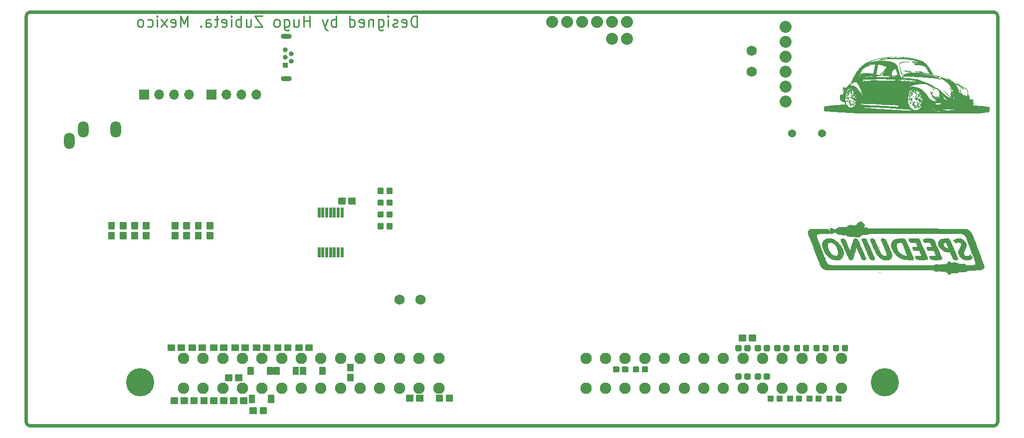
<source format=gbs>
G04 #@! TF.GenerationSoftware,KiCad,Pcbnew,(5.1.10)-1*
G04 #@! TF.CreationDate,2021-08-17T11:35:42-05:00*
G04 #@! TF.ProjectId,Proteus_Little,50726f74-6575-4735-9f4c-6974746c652e,rev?*
G04 #@! TF.SameCoordinates,Original*
G04 #@! TF.FileFunction,Soldermask,Bot*
G04 #@! TF.FilePolarity,Negative*
%FSLAX46Y46*%
G04 Gerber Fmt 4.6, Leading zero omitted, Abs format (unit mm)*
G04 Created by KiCad (PCBNEW (5.1.10)-1) date 2021-08-17 11:35:42*
%MOMM*%
%LPD*%
G01*
G04 APERTURE LIST*
%ADD10C,0.270256*%
%ADD11C,0.609600*%
%ADD12C,0.010000*%
%ADD13R,0.480000X1.780000*%
%ADD14O,1.800000X2.800000*%
%ADD15O,1.700000X1.700000*%
%ADD16R,1.700000X1.700000*%
%ADD17R,0.840000X0.840000*%
%ADD18C,0.840000*%
%ADD19O,1.850000X0.850000*%
%ADD20C,4.800000*%
%ADD21C,1.952400*%
%ADD22C,1.752600*%
%ADD23C,1.371600*%
%ADD24C,2.032000*%
G04 APERTURE END LIST*
D10*
X132392255Y-72307752D02*
X132392255Y-70473872D01*
X131955617Y-70473872D01*
X131693634Y-70561200D01*
X131518979Y-70735855D01*
X131431651Y-70910510D01*
X131344324Y-71259820D01*
X131344324Y-71521803D01*
X131431651Y-71871114D01*
X131518979Y-72045769D01*
X131693634Y-72220424D01*
X131955617Y-72307752D01*
X132392255Y-72307752D01*
X129859754Y-72220424D02*
X130034409Y-72307752D01*
X130383720Y-72307752D01*
X130558375Y-72220424D01*
X130645703Y-72045769D01*
X130645703Y-71347148D01*
X130558375Y-71172493D01*
X130383720Y-71085165D01*
X130034409Y-71085165D01*
X129859754Y-71172493D01*
X129772426Y-71347148D01*
X129772426Y-71521803D01*
X130645703Y-71696459D01*
X129073805Y-72220424D02*
X128899150Y-72307752D01*
X128549840Y-72307752D01*
X128375185Y-72220424D01*
X128287857Y-72045769D01*
X128287857Y-71958441D01*
X128375185Y-71783786D01*
X128549840Y-71696459D01*
X128811823Y-71696459D01*
X128986478Y-71609131D01*
X129073805Y-71434476D01*
X129073805Y-71347148D01*
X128986478Y-71172493D01*
X128811823Y-71085165D01*
X128549840Y-71085165D01*
X128375185Y-71172493D01*
X127501908Y-72307752D02*
X127501908Y-71085165D01*
X127501908Y-70473872D02*
X127589236Y-70561200D01*
X127501908Y-70648527D01*
X127414581Y-70561200D01*
X127501908Y-70473872D01*
X127501908Y-70648527D01*
X125842684Y-71085165D02*
X125842684Y-72569735D01*
X125930011Y-72744390D01*
X126017339Y-72831718D01*
X126191994Y-72919045D01*
X126453977Y-72919045D01*
X126628632Y-72831718D01*
X125842684Y-72220424D02*
X126017339Y-72307752D01*
X126366649Y-72307752D01*
X126541305Y-72220424D01*
X126628632Y-72133097D01*
X126715960Y-71958441D01*
X126715960Y-71434476D01*
X126628632Y-71259820D01*
X126541305Y-71172493D01*
X126366649Y-71085165D01*
X126017339Y-71085165D01*
X125842684Y-71172493D01*
X124969407Y-71085165D02*
X124969407Y-72307752D01*
X124969407Y-71259820D02*
X124882080Y-71172493D01*
X124707425Y-71085165D01*
X124445442Y-71085165D01*
X124270786Y-71172493D01*
X124183459Y-71347148D01*
X124183459Y-72307752D01*
X122611562Y-72220424D02*
X122786217Y-72307752D01*
X123135527Y-72307752D01*
X123310183Y-72220424D01*
X123397510Y-72045769D01*
X123397510Y-71347148D01*
X123310183Y-71172493D01*
X123135527Y-71085165D01*
X122786217Y-71085165D01*
X122611562Y-71172493D01*
X122524234Y-71347148D01*
X122524234Y-71521803D01*
X123397510Y-71696459D01*
X120952337Y-72307752D02*
X120952337Y-70473872D01*
X120952337Y-72220424D02*
X121126992Y-72307752D01*
X121476303Y-72307752D01*
X121650958Y-72220424D01*
X121738285Y-72133097D01*
X121825613Y-71958441D01*
X121825613Y-71434476D01*
X121738285Y-71259820D01*
X121650958Y-71172493D01*
X121476303Y-71085165D01*
X121126992Y-71085165D01*
X120952337Y-71172493D01*
X118681819Y-72307752D02*
X118681819Y-70473872D01*
X118681819Y-71172493D02*
X118507164Y-71085165D01*
X118157853Y-71085165D01*
X117983198Y-71172493D01*
X117895870Y-71259820D01*
X117808543Y-71434476D01*
X117808543Y-71958441D01*
X117895870Y-72133097D01*
X117983198Y-72220424D01*
X118157853Y-72307752D01*
X118507164Y-72307752D01*
X118681819Y-72220424D01*
X117197249Y-71085165D02*
X116760611Y-72307752D01*
X116323973Y-71085165D02*
X116760611Y-72307752D01*
X116935266Y-72744390D01*
X117022594Y-72831718D01*
X117197249Y-72919045D01*
X114228110Y-72307752D02*
X114228110Y-70473872D01*
X114228110Y-71347148D02*
X113180179Y-71347148D01*
X113180179Y-72307752D02*
X113180179Y-70473872D01*
X111520954Y-71085165D02*
X111520954Y-72307752D01*
X112306903Y-71085165D02*
X112306903Y-72045769D01*
X112219575Y-72220424D01*
X112044920Y-72307752D01*
X111782937Y-72307752D01*
X111608282Y-72220424D01*
X111520954Y-72133097D01*
X109861729Y-71085165D02*
X109861729Y-72569735D01*
X109949057Y-72744390D01*
X110036385Y-72831718D01*
X110211040Y-72919045D01*
X110473023Y-72919045D01*
X110647678Y-72831718D01*
X109861729Y-72220424D02*
X110036385Y-72307752D01*
X110385695Y-72307752D01*
X110560350Y-72220424D01*
X110647678Y-72133097D01*
X110735005Y-71958441D01*
X110735005Y-71434476D01*
X110647678Y-71259820D01*
X110560350Y-71172493D01*
X110385695Y-71085165D01*
X110036385Y-71085165D01*
X109861729Y-71172493D01*
X108726470Y-72307752D02*
X108901125Y-72220424D01*
X108988453Y-72133097D01*
X109075781Y-71958441D01*
X109075781Y-71434476D01*
X108988453Y-71259820D01*
X108901125Y-71172493D01*
X108726470Y-71085165D01*
X108464487Y-71085165D01*
X108289832Y-71172493D01*
X108202505Y-71259820D01*
X108115177Y-71434476D01*
X108115177Y-71958441D01*
X108202505Y-72133097D01*
X108289832Y-72220424D01*
X108464487Y-72307752D01*
X108726470Y-72307752D01*
X106106642Y-70473872D02*
X104884055Y-70473872D01*
X106106642Y-72307752D01*
X104884055Y-72307752D01*
X103399485Y-71085165D02*
X103399485Y-72307752D01*
X104185434Y-71085165D02*
X104185434Y-72045769D01*
X104098106Y-72220424D01*
X103923451Y-72307752D01*
X103661468Y-72307752D01*
X103486813Y-72220424D01*
X103399485Y-72133097D01*
X102526209Y-72307752D02*
X102526209Y-70473872D01*
X102526209Y-71172493D02*
X102351554Y-71085165D01*
X102002244Y-71085165D01*
X101827588Y-71172493D01*
X101740261Y-71259820D01*
X101652933Y-71434476D01*
X101652933Y-71958441D01*
X101740261Y-72133097D01*
X101827588Y-72220424D01*
X102002244Y-72307752D01*
X102351554Y-72307752D01*
X102526209Y-72220424D01*
X100866985Y-72307752D02*
X100866985Y-71085165D01*
X100866985Y-70473872D02*
X100954312Y-70561200D01*
X100866985Y-70648527D01*
X100779657Y-70561200D01*
X100866985Y-70473872D01*
X100866985Y-70648527D01*
X99295087Y-72220424D02*
X99469743Y-72307752D01*
X99819053Y-72307752D01*
X99993708Y-72220424D01*
X100081036Y-72045769D01*
X100081036Y-71347148D01*
X99993708Y-71172493D01*
X99819053Y-71085165D01*
X99469743Y-71085165D01*
X99295087Y-71172493D01*
X99207760Y-71347148D01*
X99207760Y-71521803D01*
X100081036Y-71696459D01*
X98683794Y-71085165D02*
X97985173Y-71085165D01*
X98421811Y-70473872D02*
X98421811Y-72045769D01*
X98334484Y-72220424D01*
X98159828Y-72307752D01*
X97985173Y-72307752D01*
X96587931Y-72307752D02*
X96587931Y-71347148D01*
X96675259Y-71172493D01*
X96849914Y-71085165D01*
X97199225Y-71085165D01*
X97373880Y-71172493D01*
X96587931Y-72220424D02*
X96762586Y-72307752D01*
X97199225Y-72307752D01*
X97373880Y-72220424D01*
X97461207Y-72045769D01*
X97461207Y-71871114D01*
X97373880Y-71696459D01*
X97199225Y-71609131D01*
X96762586Y-71609131D01*
X96587931Y-71521803D01*
X95714655Y-72133097D02*
X95627327Y-72220424D01*
X95714655Y-72307752D01*
X95801983Y-72220424D01*
X95714655Y-72133097D01*
X95714655Y-72307752D01*
X93444137Y-72307752D02*
X93444137Y-70473872D01*
X92832844Y-71783786D01*
X92221550Y-70473872D01*
X92221550Y-72307752D01*
X90649653Y-72220424D02*
X90824308Y-72307752D01*
X91173619Y-72307752D01*
X91348274Y-72220424D01*
X91435602Y-72045769D01*
X91435602Y-71347148D01*
X91348274Y-71172493D01*
X91173619Y-71085165D01*
X90824308Y-71085165D01*
X90649653Y-71172493D01*
X90562325Y-71347148D01*
X90562325Y-71521803D01*
X91435602Y-71696459D01*
X89951032Y-72307752D02*
X88990428Y-71085165D01*
X89951032Y-71085165D02*
X88990428Y-72307752D01*
X88291807Y-72307752D02*
X88291807Y-71085165D01*
X88291807Y-70473872D02*
X88379135Y-70561200D01*
X88291807Y-70648527D01*
X88204480Y-70561200D01*
X88291807Y-70473872D01*
X88291807Y-70648527D01*
X86632583Y-72220424D02*
X86807238Y-72307752D01*
X87156548Y-72307752D01*
X87331204Y-72220424D01*
X87418531Y-72133097D01*
X87505859Y-71958441D01*
X87505859Y-71434476D01*
X87418531Y-71259820D01*
X87331204Y-71172493D01*
X87156548Y-71085165D01*
X86807238Y-71085165D01*
X86632583Y-71172493D01*
X85584651Y-72307752D02*
X85759306Y-72220424D01*
X85846634Y-72133097D01*
X85933962Y-71958441D01*
X85933962Y-71434476D01*
X85846634Y-71259820D01*
X85759306Y-71172493D01*
X85584651Y-71085165D01*
X85322668Y-71085165D01*
X85148013Y-71172493D01*
X85060685Y-71259820D01*
X84973358Y-71434476D01*
X84973358Y-71958441D01*
X85060685Y-72133097D01*
X85148013Y-72220424D01*
X85322668Y-72307752D01*
X85584651Y-72307752D01*
D11*
X230331350Y-69824100D02*
X66691850Y-69824100D01*
X66056850Y-70459100D02*
G75*
G02*
X66691850Y-69824100I635000J0D01*
G01*
X66056850Y-70459100D02*
X66056850Y-139547100D01*
X66691850Y-140182100D02*
G75*
G02*
X66056850Y-139547100I0J635000D01*
G01*
X66691850Y-140182100D02*
X230331350Y-140182100D01*
X230966350Y-139547100D02*
G75*
G02*
X230331350Y-140182100I-635000J0D01*
G01*
X230966350Y-139547100D02*
X230966350Y-70459100D01*
X230331350Y-69824100D02*
G75*
G02*
X230966350Y-70459100I0J-635000D01*
G01*
D12*
G36*
X202312393Y-108976007D02*
G01*
X202172181Y-109027501D01*
X202083210Y-109123676D01*
X202038749Y-109273002D01*
X202032064Y-109483948D01*
X202036203Y-109557480D01*
X202088021Y-109887463D01*
X202191988Y-110215832D01*
X202339496Y-110526443D01*
X202521933Y-110803157D01*
X202730688Y-111029830D01*
X202884709Y-111148067D01*
X203021525Y-111225741D01*
X203149132Y-111268540D01*
X203306891Y-111288630D01*
X203347373Y-111291095D01*
X203495687Y-111293011D01*
X203623002Y-111284026D01*
X203695013Y-111268211D01*
X203799712Y-111181461D01*
X203868949Y-111030217D01*
X203900170Y-110820873D01*
X203901749Y-110750434D01*
X203900360Y-110735252D01*
X203861553Y-110735252D01*
X203856603Y-110932095D01*
X203825110Y-111068340D01*
X203738662Y-111179963D01*
X203595259Y-111244979D01*
X203401766Y-111261890D01*
X203165051Y-111229197D01*
X203128209Y-111220416D01*
X202935200Y-111135545D01*
X202745025Y-110985530D01*
X202564936Y-110783252D01*
X202402185Y-110541597D01*
X202264027Y-110273447D01*
X202157713Y-109991686D01*
X202090496Y-109709199D01*
X202069630Y-109438868D01*
X202074671Y-109348960D01*
X202105214Y-109186896D01*
X202168667Y-109085755D01*
X202279709Y-109030458D01*
X202404886Y-109009824D01*
X202676968Y-109021428D01*
X202936319Y-109106477D01*
X203177385Y-109260588D01*
X203394608Y-109479383D01*
X203582433Y-109758481D01*
X203716335Y-110043706D01*
X203789195Y-110270103D01*
X203838343Y-110507603D01*
X203861553Y-110735252D01*
X203900360Y-110735252D01*
X203872045Y-110425833D01*
X203789008Y-110111456D01*
X203659907Y-109816651D01*
X203492008Y-109550769D01*
X203292579Y-109323158D01*
X203068887Y-109143169D01*
X202828200Y-109020150D01*
X202577786Y-108963450D01*
X202510579Y-108960724D01*
X202312393Y-108976007D01*
G37*
X202312393Y-108976007D02*
X202172181Y-109027501D01*
X202083210Y-109123676D01*
X202038749Y-109273002D01*
X202032064Y-109483948D01*
X202036203Y-109557480D01*
X202088021Y-109887463D01*
X202191988Y-110215832D01*
X202339496Y-110526443D01*
X202521933Y-110803157D01*
X202730688Y-111029830D01*
X202884709Y-111148067D01*
X203021525Y-111225741D01*
X203149132Y-111268540D01*
X203306891Y-111288630D01*
X203347373Y-111291095D01*
X203495687Y-111293011D01*
X203623002Y-111284026D01*
X203695013Y-111268211D01*
X203799712Y-111181461D01*
X203868949Y-111030217D01*
X203900170Y-110820873D01*
X203901749Y-110750434D01*
X203900360Y-110735252D01*
X203861553Y-110735252D01*
X203856603Y-110932095D01*
X203825110Y-111068340D01*
X203738662Y-111179963D01*
X203595259Y-111244979D01*
X203401766Y-111261890D01*
X203165051Y-111229197D01*
X203128209Y-111220416D01*
X202935200Y-111135545D01*
X202745025Y-110985530D01*
X202564936Y-110783252D01*
X202402185Y-110541597D01*
X202264027Y-110273447D01*
X202157713Y-109991686D01*
X202090496Y-109709199D01*
X202069630Y-109438868D01*
X202074671Y-109348960D01*
X202105214Y-109186896D01*
X202168667Y-109085755D01*
X202279709Y-109030458D01*
X202404886Y-109009824D01*
X202676968Y-109021428D01*
X202936319Y-109106477D01*
X203177385Y-109260588D01*
X203394608Y-109479383D01*
X203582433Y-109758481D01*
X203716335Y-110043706D01*
X203789195Y-110270103D01*
X203838343Y-110507603D01*
X203861553Y-110735252D01*
X203900360Y-110735252D01*
X203872045Y-110425833D01*
X203789008Y-110111456D01*
X203659907Y-109816651D01*
X203492008Y-109550769D01*
X203292579Y-109323158D01*
X203068887Y-109143169D01*
X202828200Y-109020150D01*
X202577786Y-108963450D01*
X202510579Y-108960724D01*
X202312393Y-108976007D01*
G36*
X202173349Y-108386540D02*
G01*
X201945286Y-108422225D01*
X201766531Y-108484812D01*
X201559709Y-108632511D01*
X201401764Y-108833336D01*
X201298588Y-109075143D01*
X201256070Y-109345790D01*
X201262807Y-109523203D01*
X201338073Y-109898079D01*
X201476026Y-110280486D01*
X201666814Y-110648858D01*
X201900587Y-110981632D01*
X201961887Y-111053683D01*
X202243867Y-111329606D01*
X202552321Y-111554936D01*
X202877069Y-111725796D01*
X203207927Y-111838308D01*
X203534717Y-111888593D01*
X203847255Y-111872775D01*
X204010777Y-111834061D01*
X204244692Y-111722841D01*
X204432272Y-111554817D01*
X204569575Y-111338844D01*
X204652656Y-111083776D01*
X204677573Y-110798470D01*
X204660861Y-110660656D01*
X203958925Y-110660656D01*
X203954022Y-110884675D01*
X203902687Y-111076719D01*
X203800589Y-111226267D01*
X203778942Y-111245810D01*
X203633155Y-111321543D01*
X203445155Y-111350283D01*
X203235133Y-111332084D01*
X203023284Y-111267000D01*
X202972906Y-111243661D01*
X202741568Y-111088913D01*
X202526191Y-110868955D01*
X202334508Y-110596297D01*
X202174249Y-110283447D01*
X202053147Y-109942916D01*
X201988300Y-109650649D01*
X201972719Y-109427948D01*
X201997553Y-109230525D01*
X202059363Y-109076338D01*
X202110172Y-109014365D01*
X202215714Y-108960910D01*
X202372045Y-108932013D01*
X202555403Y-108928784D01*
X202742022Y-108952333D01*
X202846277Y-108979978D01*
X203056924Y-109081026D01*
X203255786Y-109234271D01*
X203438531Y-109429190D01*
X203600828Y-109655262D01*
X203738347Y-109901966D01*
X203846756Y-110158781D01*
X203921726Y-110415184D01*
X203958925Y-110660656D01*
X204660861Y-110660656D01*
X204640382Y-110491778D01*
X204629350Y-110445064D01*
X204498140Y-110058365D01*
X204307701Y-109689483D01*
X204067212Y-109347877D01*
X203785852Y-109043010D01*
X203472801Y-108784342D01*
X203137237Y-108581335D01*
X202788341Y-108443449D01*
X202655175Y-108410302D01*
X202419357Y-108381779D01*
X202173349Y-108386540D01*
G37*
X202173349Y-108386540D02*
X201945286Y-108422225D01*
X201766531Y-108484812D01*
X201559709Y-108632511D01*
X201401764Y-108833336D01*
X201298588Y-109075143D01*
X201256070Y-109345790D01*
X201262807Y-109523203D01*
X201338073Y-109898079D01*
X201476026Y-110280486D01*
X201666814Y-110648858D01*
X201900587Y-110981632D01*
X201961887Y-111053683D01*
X202243867Y-111329606D01*
X202552321Y-111554936D01*
X202877069Y-111725796D01*
X203207927Y-111838308D01*
X203534717Y-111888593D01*
X203847255Y-111872775D01*
X204010777Y-111834061D01*
X204244692Y-111722841D01*
X204432272Y-111554817D01*
X204569575Y-111338844D01*
X204652656Y-111083776D01*
X204677573Y-110798470D01*
X204660861Y-110660656D01*
X203958925Y-110660656D01*
X203954022Y-110884675D01*
X203902687Y-111076719D01*
X203800589Y-111226267D01*
X203778942Y-111245810D01*
X203633155Y-111321543D01*
X203445155Y-111350283D01*
X203235133Y-111332084D01*
X203023284Y-111267000D01*
X202972906Y-111243661D01*
X202741568Y-111088913D01*
X202526191Y-110868955D01*
X202334508Y-110596297D01*
X202174249Y-110283447D01*
X202053147Y-109942916D01*
X201988300Y-109650649D01*
X201972719Y-109427948D01*
X201997553Y-109230525D01*
X202059363Y-109076338D01*
X202110172Y-109014365D01*
X202215714Y-108960910D01*
X202372045Y-108932013D01*
X202555403Y-108928784D01*
X202742022Y-108952333D01*
X202846277Y-108979978D01*
X203056924Y-109081026D01*
X203255786Y-109234271D01*
X203438531Y-109429190D01*
X203600828Y-109655262D01*
X203738347Y-109901966D01*
X203846756Y-110158781D01*
X203921726Y-110415184D01*
X203958925Y-110660656D01*
X204660861Y-110660656D01*
X204640382Y-110491778D01*
X204629350Y-110445064D01*
X204498140Y-110058365D01*
X204307701Y-109689483D01*
X204067212Y-109347877D01*
X203785852Y-109043010D01*
X203472801Y-108784342D01*
X203137237Y-108581335D01*
X202788341Y-108443449D01*
X202655175Y-108410302D01*
X202419357Y-108381779D01*
X202173349Y-108386540D01*
G36*
X225557078Y-113490149D02*
G01*
X225550828Y-113535031D01*
X225567637Y-113597266D01*
X225589905Y-113610878D01*
X225619031Y-113577368D01*
X225628982Y-113510880D01*
X225616577Y-113444395D01*
X225589905Y-113435032D01*
X225557078Y-113490149D01*
G37*
X225557078Y-113490149D02*
X225550828Y-113535031D01*
X225567637Y-113597266D01*
X225589905Y-113610878D01*
X225619031Y-113577368D01*
X225628982Y-113510880D01*
X225616577Y-113444395D01*
X225589905Y-113435032D01*
X225557078Y-113490149D01*
G36*
X202456366Y-106596571D02*
G01*
X202475905Y-106616109D01*
X202495443Y-106596571D01*
X202475905Y-106577032D01*
X202456366Y-106596571D01*
G37*
X202456366Y-106596571D02*
X202475905Y-106616109D01*
X202495443Y-106596571D01*
X202475905Y-106577032D01*
X202456366Y-106596571D01*
G36*
X203788364Y-107485907D02*
G01*
X203822277Y-107504343D01*
X203893490Y-107547299D01*
X203956645Y-107598951D01*
X204050656Y-107657425D01*
X204140237Y-107667631D01*
X204195290Y-107632109D01*
X204258330Y-107596649D01*
X204359712Y-107601289D01*
X204472856Y-107642614D01*
X204523193Y-107674222D01*
X204588200Y-107714373D01*
X204662476Y-107737265D01*
X204767230Y-107746145D01*
X204923667Y-107744258D01*
X204970107Y-107742607D01*
X205138910Y-107738672D01*
X205244354Y-107743719D01*
X205300913Y-107759625D01*
X205323058Y-107788268D01*
X205323099Y-107788417D01*
X205336431Y-107802972D01*
X205343526Y-107759109D01*
X205342241Y-107719793D01*
X205324292Y-107694384D01*
X205275846Y-107679850D01*
X205183072Y-107673157D01*
X205032139Y-107671273D01*
X204942536Y-107671186D01*
X204745262Y-107668399D01*
X204612705Y-107658894D01*
X204531585Y-107640960D01*
X204488625Y-107612881D01*
X204488366Y-107612571D01*
X204418399Y-107571140D01*
X204321098Y-107554953D01*
X204232798Y-107566432D01*
X204195290Y-107593032D01*
X204133134Y-107630072D01*
X204045199Y-107614961D01*
X203960828Y-107553955D01*
X203885978Y-107496079D01*
X203827772Y-107478886D01*
X203788364Y-107485907D01*
G37*
X203788364Y-107485907D02*
X203822277Y-107504343D01*
X203893490Y-107547299D01*
X203956645Y-107598951D01*
X204050656Y-107657425D01*
X204140237Y-107667631D01*
X204195290Y-107632109D01*
X204258330Y-107596649D01*
X204359712Y-107601289D01*
X204472856Y-107642614D01*
X204523193Y-107674222D01*
X204588200Y-107714373D01*
X204662476Y-107737265D01*
X204767230Y-107746145D01*
X204923667Y-107744258D01*
X204970107Y-107742607D01*
X205138910Y-107738672D01*
X205244354Y-107743719D01*
X205300913Y-107759625D01*
X205323058Y-107788268D01*
X205323099Y-107788417D01*
X205336431Y-107802972D01*
X205343526Y-107759109D01*
X205342241Y-107719793D01*
X205324292Y-107694384D01*
X205275846Y-107679850D01*
X205183072Y-107673157D01*
X205032139Y-107671273D01*
X204942536Y-107671186D01*
X204745262Y-107668399D01*
X204612705Y-107658894D01*
X204531585Y-107640960D01*
X204488625Y-107612881D01*
X204488366Y-107612571D01*
X204418399Y-107571140D01*
X204321098Y-107554953D01*
X204232798Y-107566432D01*
X204195290Y-107593032D01*
X204133134Y-107630072D01*
X204045199Y-107614961D01*
X203960828Y-107553955D01*
X203885978Y-107496079D01*
X203827772Y-107478886D01*
X203788364Y-107485907D01*
G36*
X207631908Y-107851455D02*
G01*
X207576869Y-107904642D01*
X207541409Y-107945291D01*
X207429220Y-108079675D01*
X207197133Y-108031738D01*
X207048294Y-108005237D01*
X206911143Y-107987828D01*
X206842705Y-107983801D01*
X206749723Y-107972460D01*
X206696477Y-107945141D01*
X206696213Y-107944724D01*
X206648113Y-107930084D01*
X206529411Y-107919766D01*
X206347556Y-107914106D01*
X206109998Y-107913436D01*
X206019830Y-107914379D01*
X205367597Y-107923110D01*
X206005470Y-107934899D01*
X206280974Y-107942442D01*
X206485586Y-107953922D01*
X206626500Y-107969988D01*
X206710908Y-107991287D01*
X206728394Y-108000074D01*
X206807117Y-108028661D01*
X206938159Y-108055800D01*
X207095768Y-108076379D01*
X207126707Y-108079136D01*
X207283201Y-108090683D01*
X207383270Y-108090960D01*
X207448338Y-108075588D01*
X207499827Y-108040192D01*
X207546783Y-107993322D01*
X207615073Y-107913795D01*
X207651654Y-107855130D01*
X207653597Y-107846370D01*
X207631908Y-107851455D01*
G37*
X207631908Y-107851455D02*
X207576869Y-107904642D01*
X207541409Y-107945291D01*
X207429220Y-108079675D01*
X207197133Y-108031738D01*
X207048294Y-108005237D01*
X206911143Y-107987828D01*
X206842705Y-107983801D01*
X206749723Y-107972460D01*
X206696477Y-107945141D01*
X206696213Y-107944724D01*
X206648113Y-107930084D01*
X206529411Y-107919766D01*
X206347556Y-107914106D01*
X206109998Y-107913436D01*
X206019830Y-107914379D01*
X205367597Y-107923110D01*
X206005470Y-107934899D01*
X206280974Y-107942442D01*
X206485586Y-107953922D01*
X206626500Y-107969988D01*
X206710908Y-107991287D01*
X206728394Y-108000074D01*
X206807117Y-108028661D01*
X206938159Y-108055800D01*
X207095768Y-108076379D01*
X207126707Y-108079136D01*
X207283201Y-108090683D01*
X207383270Y-108090960D01*
X207448338Y-108075588D01*
X207499827Y-108040192D01*
X207546783Y-107993322D01*
X207615073Y-107913795D01*
X207651654Y-107855130D01*
X207653597Y-107846370D01*
X207631908Y-107851455D01*
G36*
X204498136Y-108346104D02*
G01*
X204463766Y-108353094D01*
X204499391Y-108358413D01*
X204596857Y-108361208D01*
X204644674Y-108361433D01*
X204762087Y-108359735D01*
X204820549Y-108355213D01*
X204811903Y-108348717D01*
X204791213Y-108346104D01*
X204644481Y-108339781D01*
X204498136Y-108346104D01*
G37*
X204498136Y-108346104D02*
X204463766Y-108353094D01*
X204499391Y-108358413D01*
X204596857Y-108361208D01*
X204644674Y-108361433D01*
X204762087Y-108359735D01*
X204820549Y-108355213D01*
X204811903Y-108348717D01*
X204791213Y-108346104D01*
X204644481Y-108339781D01*
X204498136Y-108346104D01*
G36*
X209499982Y-108346104D02*
G01*
X209465612Y-108353094D01*
X209501237Y-108358413D01*
X209598703Y-108361208D01*
X209646520Y-108361433D01*
X209763933Y-108359735D01*
X209822395Y-108355213D01*
X209813749Y-108348717D01*
X209793059Y-108346104D01*
X209646328Y-108339781D01*
X209499982Y-108346104D01*
G37*
X209499982Y-108346104D02*
X209465612Y-108353094D01*
X209501237Y-108358413D01*
X209598703Y-108361208D01*
X209646520Y-108361433D01*
X209763933Y-108359735D01*
X209822395Y-108355213D01*
X209813749Y-108348717D01*
X209793059Y-108346104D01*
X209646328Y-108339781D01*
X209499982Y-108346104D01*
G36*
X218801419Y-108343421D02*
G01*
X218722136Y-108345411D01*
X218638357Y-108348920D01*
X218627915Y-108352051D01*
X218685994Y-108354660D01*
X218807775Y-108356604D01*
X218988443Y-108357737D01*
X219142213Y-108357972D01*
X219360115Y-108357470D01*
X219522401Y-108356061D01*
X219624254Y-108353888D01*
X219660857Y-108351095D01*
X219627393Y-108347827D01*
X219562290Y-108345411D01*
X219324804Y-108341079D01*
X219055698Y-108340416D01*
X218801419Y-108343421D01*
G37*
X218801419Y-108343421D02*
X218722136Y-108345411D01*
X218638357Y-108348920D01*
X218627915Y-108352051D01*
X218685994Y-108354660D01*
X218807775Y-108356604D01*
X218988443Y-108357737D01*
X219142213Y-108357972D01*
X219360115Y-108357470D01*
X219522401Y-108356061D01*
X219624254Y-108353888D01*
X219660857Y-108351095D01*
X219627393Y-108347827D01*
X219562290Y-108345411D01*
X219324804Y-108341079D01*
X219055698Y-108340416D01*
X218801419Y-108343421D01*
G36*
X215842120Y-108504846D02*
G01*
X215875092Y-108595206D01*
X215917151Y-108691276D01*
X215968326Y-108794624D01*
X216003973Y-108854040D01*
X216015677Y-108858230D01*
X216001977Y-108799254D01*
X215967402Y-108707130D01*
X215922644Y-108605370D01*
X215878395Y-108517487D01*
X215845344Y-108466993D01*
X215836114Y-108463336D01*
X215842120Y-108504846D01*
G37*
X215842120Y-108504846D02*
X215875092Y-108595206D01*
X215917151Y-108691276D01*
X215968326Y-108794624D01*
X216003973Y-108854040D01*
X216015677Y-108858230D01*
X216001977Y-108799254D01*
X215967402Y-108707130D01*
X215922644Y-108605370D01*
X215878395Y-108517487D01*
X215845344Y-108466993D01*
X215836114Y-108463336D01*
X215842120Y-108504846D01*
G36*
X216597936Y-108958348D02*
G01*
X216412203Y-108962223D01*
X216256754Y-108967950D01*
X216147213Y-108974774D01*
X216099202Y-108981945D01*
X216098590Y-108982399D01*
X216128374Y-108988953D01*
X216222239Y-108994379D01*
X216366112Y-108998159D01*
X216545922Y-108999777D01*
X216571981Y-108999801D01*
X216796921Y-109002379D01*
X216951779Y-109010615D01*
X217044472Y-109025266D01*
X217082918Y-109047087D01*
X217083676Y-109048647D01*
X217107603Y-109105015D01*
X217153642Y-109213805D01*
X217213509Y-109355442D01*
X217240186Y-109418597D01*
X217375794Y-109739699D01*
X216959696Y-109752220D01*
X216543597Y-109764741D01*
X216985846Y-109773041D01*
X217176456Y-109776070D01*
X217301516Y-109775113D01*
X217373610Y-109767915D01*
X217405321Y-109752223D01*
X217409235Y-109725781D01*
X217401809Y-109698522D01*
X217374602Y-109626839D01*
X217324075Y-109505200D01*
X217259144Y-109354844D01*
X217227702Y-109283702D01*
X217079880Y-108951700D01*
X216597936Y-108958348D01*
G37*
X216597936Y-108958348D02*
X216412203Y-108962223D01*
X216256754Y-108967950D01*
X216147213Y-108974774D01*
X216099202Y-108981945D01*
X216098590Y-108982399D01*
X216128374Y-108988953D01*
X216222239Y-108994379D01*
X216366112Y-108998159D01*
X216545922Y-108999777D01*
X216571981Y-108999801D01*
X216796921Y-109002379D01*
X216951779Y-109010615D01*
X217044472Y-109025266D01*
X217082918Y-109047087D01*
X217083676Y-109048647D01*
X217107603Y-109105015D01*
X217153642Y-109213805D01*
X217213509Y-109355442D01*
X217240186Y-109418597D01*
X217375794Y-109739699D01*
X216959696Y-109752220D01*
X216543597Y-109764741D01*
X216985846Y-109773041D01*
X217176456Y-109776070D01*
X217301516Y-109775113D01*
X217373610Y-109767915D01*
X217405321Y-109752223D01*
X217409235Y-109725781D01*
X217401809Y-109698522D01*
X217374602Y-109626839D01*
X217324075Y-109505200D01*
X217259144Y-109354844D01*
X217227702Y-109283702D01*
X217079880Y-108951700D01*
X216597936Y-108958348D01*
G36*
X210780887Y-109850153D02*
G01*
X210779751Y-109859494D01*
X210809488Y-109897435D01*
X210818828Y-109898571D01*
X210856769Y-109868834D01*
X210857905Y-109859494D01*
X210828168Y-109821552D01*
X210818828Y-109820417D01*
X210780887Y-109850153D01*
G37*
X210780887Y-109850153D02*
X210779751Y-109859494D01*
X210809488Y-109897435D01*
X210818828Y-109898571D01*
X210856769Y-109868834D01*
X210857905Y-109859494D01*
X210828168Y-109821552D01*
X210818828Y-109820417D01*
X210780887Y-109850153D01*
G36*
X216466631Y-109873046D02*
G01*
X216499645Y-109962797D01*
X216540886Y-110058594D01*
X216591463Y-110164492D01*
X216627057Y-110228594D01*
X216639039Y-110237968D01*
X216626785Y-110186182D01*
X216593430Y-110097046D01*
X216549439Y-109994199D01*
X216505273Y-109901279D01*
X216471396Y-109841926D01*
X216459660Y-109832713D01*
X216466631Y-109873046D01*
G37*
X216466631Y-109873046D02*
X216499645Y-109962797D01*
X216540886Y-110058594D01*
X216591463Y-110164492D01*
X216627057Y-110228594D01*
X216639039Y-110237968D01*
X216626785Y-110186182D01*
X216593430Y-110097046D01*
X216549439Y-109994199D01*
X216505273Y-109901279D01*
X216471396Y-109841926D01*
X216459660Y-109832713D01*
X216466631Y-109873046D01*
G36*
X206487764Y-108491306D02*
G01*
X206454961Y-108583956D01*
X206409073Y-108728923D01*
X206353344Y-108914532D01*
X206291020Y-109129110D01*
X206225346Y-109360984D01*
X206159567Y-109598482D01*
X206096928Y-109829929D01*
X206040675Y-110043652D01*
X205994053Y-110227979D01*
X205960308Y-110371235D01*
X205942683Y-110461748D01*
X205941465Y-110486944D01*
X205956533Y-110472203D01*
X205984319Y-110396640D01*
X206019439Y-110275461D01*
X206028080Y-110242379D01*
X206062392Y-110112343D01*
X206113133Y-109925097D01*
X206175367Y-109698606D01*
X206244160Y-109450837D01*
X206309729Y-109216951D01*
X206373013Y-108989264D01*
X206427143Y-108788522D01*
X206469126Y-108626340D01*
X206495966Y-108514333D01*
X206504667Y-108464117D01*
X206504235Y-108462644D01*
X206487764Y-108491306D01*
G37*
X206487764Y-108491306D02*
X206454961Y-108583956D01*
X206409073Y-108728923D01*
X206353344Y-108914532D01*
X206291020Y-109129110D01*
X206225346Y-109360984D01*
X206159567Y-109598482D01*
X206096928Y-109829929D01*
X206040675Y-110043652D01*
X205994053Y-110227979D01*
X205960308Y-110371235D01*
X205942683Y-110461748D01*
X205941465Y-110486944D01*
X205956533Y-110472203D01*
X205984319Y-110396640D01*
X206019439Y-110275461D01*
X206028080Y-110242379D01*
X206062392Y-110112343D01*
X206113133Y-109925097D01*
X206175367Y-109698606D01*
X206244160Y-109450837D01*
X206309729Y-109216951D01*
X206373013Y-108989264D01*
X206427143Y-108788522D01*
X206469126Y-108626340D01*
X206495966Y-108514333D01*
X206504667Y-108464117D01*
X206504235Y-108462644D01*
X206487764Y-108491306D01*
G36*
X221878500Y-108346437D02*
G01*
X221594337Y-108372550D01*
X221367427Y-108423536D01*
X221188400Y-108502714D01*
X221047883Y-108613405D01*
X220936506Y-108758929D01*
X220907190Y-108810217D01*
X220841046Y-109012316D01*
X220840361Y-109236670D01*
X220899573Y-109472917D01*
X221013120Y-109710696D01*
X221175438Y-109939647D01*
X221380963Y-110149407D01*
X221624134Y-110329617D01*
X221765756Y-110409291D01*
X222011652Y-110515428D01*
X222262513Y-110592162D01*
X222492051Y-110632331D01*
X222598961Y-110636267D01*
X222675576Y-110632495D01*
X222688555Y-110625972D01*
X222633076Y-110614210D01*
X222523887Y-110597565D01*
X222191011Y-110531557D01*
X221904934Y-110433819D01*
X221662674Y-110310036D01*
X221412494Y-110132507D01*
X221205363Y-109926617D01*
X221045126Y-109702191D01*
X220935627Y-109469057D01*
X220880710Y-109237041D01*
X220884220Y-109015969D01*
X220950001Y-108815668D01*
X221031643Y-108697046D01*
X221133630Y-108595278D01*
X221245685Y-108518257D01*
X221381159Y-108461927D01*
X221553404Y-108422232D01*
X221775774Y-108395115D01*
X222061620Y-108376520D01*
X222091324Y-108375106D01*
X222678674Y-108347807D01*
X222229290Y-108341877D01*
X221878500Y-108346437D01*
G37*
X221878500Y-108346437D02*
X221594337Y-108372550D01*
X221367427Y-108423536D01*
X221188400Y-108502714D01*
X221047883Y-108613405D01*
X220936506Y-108758929D01*
X220907190Y-108810217D01*
X220841046Y-109012316D01*
X220840361Y-109236670D01*
X220899573Y-109472917D01*
X221013120Y-109710696D01*
X221175438Y-109939647D01*
X221380963Y-110149407D01*
X221624134Y-110329617D01*
X221765756Y-110409291D01*
X222011652Y-110515428D01*
X222262513Y-110592162D01*
X222492051Y-110632331D01*
X222598961Y-110636267D01*
X222675576Y-110632495D01*
X222688555Y-110625972D01*
X222633076Y-110614210D01*
X222523887Y-110597565D01*
X222191011Y-110531557D01*
X221904934Y-110433819D01*
X221662674Y-110310036D01*
X221412494Y-110132507D01*
X221205363Y-109926617D01*
X221045126Y-109702191D01*
X220935627Y-109469057D01*
X220880710Y-109237041D01*
X220884220Y-109015969D01*
X220950001Y-108815668D01*
X221031643Y-108697046D01*
X221133630Y-108595278D01*
X221245685Y-108518257D01*
X221381159Y-108461927D01*
X221553404Y-108422232D01*
X221775774Y-108395115D01*
X222061620Y-108376520D01*
X222091324Y-108375106D01*
X222678674Y-108347807D01*
X222229290Y-108341877D01*
X221878500Y-108346437D01*
G36*
X204990583Y-108484517D02*
G01*
X205012504Y-108566206D01*
X205040963Y-108638340D01*
X205078635Y-108725636D01*
X205141628Y-108872590D01*
X205224702Y-109066928D01*
X205322613Y-109296378D01*
X205430119Y-109548668D01*
X205512518Y-109742263D01*
X205646898Y-110056922D01*
X205753358Y-110303240D01*
X205833738Y-110485143D01*
X205889880Y-110606555D01*
X205923622Y-110671402D01*
X205936806Y-110683610D01*
X205931271Y-110647103D01*
X205924702Y-110621494D01*
X205904192Y-110566198D01*
X205856822Y-110449189D01*
X205786782Y-110280472D01*
X205698258Y-110070057D01*
X205595440Y-109827949D01*
X205482516Y-109564158D01*
X205469548Y-109533992D01*
X205357009Y-109271094D01*
X205255317Y-109031163D01*
X205168407Y-108823681D01*
X205100217Y-108658130D01*
X205054685Y-108543991D01*
X205035748Y-108490744D01*
X205035443Y-108488685D01*
X205005807Y-108453556D01*
X204997755Y-108452724D01*
X204990583Y-108484517D01*
G37*
X204990583Y-108484517D02*
X205012504Y-108566206D01*
X205040963Y-108638340D01*
X205078635Y-108725636D01*
X205141628Y-108872590D01*
X205224702Y-109066928D01*
X205322613Y-109296378D01*
X205430119Y-109548668D01*
X205512518Y-109742263D01*
X205646898Y-110056922D01*
X205753358Y-110303240D01*
X205833738Y-110485143D01*
X205889880Y-110606555D01*
X205923622Y-110671402D01*
X205936806Y-110683610D01*
X205931271Y-110647103D01*
X205924702Y-110621494D01*
X205904192Y-110566198D01*
X205856822Y-110449189D01*
X205786782Y-110280472D01*
X205698258Y-110070057D01*
X205595440Y-109827949D01*
X205482516Y-109564158D01*
X205469548Y-109533992D01*
X205357009Y-109271094D01*
X205255317Y-109031163D01*
X205168407Y-108823681D01*
X205100217Y-108658130D01*
X205054685Y-108543991D01*
X205035748Y-108490744D01*
X205035443Y-108488685D01*
X205005807Y-108453556D01*
X204997755Y-108452724D01*
X204990583Y-108484517D01*
G36*
X210026982Y-108499059D02*
G01*
X210063917Y-108599117D01*
X210123517Y-108749202D01*
X210201220Y-108938630D01*
X210292462Y-109156715D01*
X210392679Y-109392775D01*
X210497309Y-109636124D01*
X210601787Y-109876079D01*
X210701550Y-110101955D01*
X210792035Y-110303068D01*
X210868679Y-110468735D01*
X210923935Y-110582417D01*
X211061361Y-110829986D01*
X211192009Y-111012822D01*
X211325571Y-111142588D01*
X211457244Y-111224110D01*
X211614467Y-111278913D01*
X211783171Y-111304109D01*
X211939079Y-111299119D01*
X212057915Y-111263367D01*
X212090781Y-111239189D01*
X212129423Y-111185191D01*
X212149338Y-111113434D01*
X212148632Y-111017149D01*
X212125414Y-110889567D01*
X212077792Y-110723916D01*
X212003874Y-110513429D01*
X211901769Y-110251333D01*
X211769583Y-109930861D01*
X211639676Y-109625032D01*
X211520264Y-109347963D01*
X211409296Y-109093529D01*
X211310831Y-108870799D01*
X211228926Y-108688836D01*
X211167638Y-108556708D01*
X211131024Y-108483481D01*
X211123781Y-108472263D01*
X211111660Y-108460843D01*
X211105810Y-108460325D01*
X211109260Y-108478127D01*
X211125037Y-108521664D01*
X211156171Y-108598352D01*
X211205688Y-108715607D01*
X211276618Y-108880846D01*
X211371988Y-109101484D01*
X211494827Y-109384938D01*
X211522683Y-109449186D01*
X211698012Y-109857043D01*
X211841073Y-110199701D01*
X211952799Y-110482716D01*
X212034122Y-110711639D01*
X212085973Y-110892024D01*
X212109285Y-111029425D01*
X212104990Y-111129397D01*
X212074020Y-111197491D01*
X212017308Y-111239261D01*
X211935784Y-111260262D01*
X211830383Y-111266047D01*
X211827628Y-111266045D01*
X211605268Y-111236140D01*
X211407256Y-111144264D01*
X211228035Y-110985984D01*
X211062051Y-110756867D01*
X210962575Y-110575747D01*
X210915113Y-110475996D01*
X210842960Y-110317888D01*
X210752038Y-110114972D01*
X210648271Y-109880801D01*
X210537581Y-109628924D01*
X210425891Y-109372892D01*
X210319123Y-109126257D01*
X210223202Y-108902568D01*
X210144049Y-108715376D01*
X210087587Y-108578232D01*
X210070691Y-108535228D01*
X210038484Y-108472016D01*
X210017277Y-108459711D01*
X210026982Y-108499059D01*
G37*
X210026982Y-108499059D02*
X210063917Y-108599117D01*
X210123517Y-108749202D01*
X210201220Y-108938630D01*
X210292462Y-109156715D01*
X210392679Y-109392775D01*
X210497309Y-109636124D01*
X210601787Y-109876079D01*
X210701550Y-110101955D01*
X210792035Y-110303068D01*
X210868679Y-110468735D01*
X210923935Y-110582417D01*
X211061361Y-110829986D01*
X211192009Y-111012822D01*
X211325571Y-111142588D01*
X211457244Y-111224110D01*
X211614467Y-111278913D01*
X211783171Y-111304109D01*
X211939079Y-111299119D01*
X212057915Y-111263367D01*
X212090781Y-111239189D01*
X212129423Y-111185191D01*
X212149338Y-111113434D01*
X212148632Y-111017149D01*
X212125414Y-110889567D01*
X212077792Y-110723916D01*
X212003874Y-110513429D01*
X211901769Y-110251333D01*
X211769583Y-109930861D01*
X211639676Y-109625032D01*
X211520264Y-109347963D01*
X211409296Y-109093529D01*
X211310831Y-108870799D01*
X211228926Y-108688836D01*
X211167638Y-108556708D01*
X211131024Y-108483481D01*
X211123781Y-108472263D01*
X211111660Y-108460843D01*
X211105810Y-108460325D01*
X211109260Y-108478127D01*
X211125037Y-108521664D01*
X211156171Y-108598352D01*
X211205688Y-108715607D01*
X211276618Y-108880846D01*
X211371988Y-109101484D01*
X211494827Y-109384938D01*
X211522683Y-109449186D01*
X211698012Y-109857043D01*
X211841073Y-110199701D01*
X211952799Y-110482716D01*
X212034122Y-110711639D01*
X212085973Y-110892024D01*
X212109285Y-111029425D01*
X212104990Y-111129397D01*
X212074020Y-111197491D01*
X212017308Y-111239261D01*
X211935784Y-111260262D01*
X211830383Y-111266047D01*
X211827628Y-111266045D01*
X211605268Y-111236140D01*
X211407256Y-111144264D01*
X211228035Y-110985984D01*
X211062051Y-110756867D01*
X210962575Y-110575747D01*
X210915113Y-110475996D01*
X210842960Y-110317888D01*
X210752038Y-110114972D01*
X210648271Y-109880801D01*
X210537581Y-109628924D01*
X210425891Y-109372892D01*
X210319123Y-109126257D01*
X210223202Y-108902568D01*
X210144049Y-108715376D01*
X210087587Y-108578232D01*
X210070691Y-108535228D01*
X210038484Y-108472016D01*
X210017277Y-108459711D01*
X210026982Y-108499059D01*
G36*
X219611136Y-110337785D02*
G01*
X219122674Y-110345315D01*
X219595970Y-110357564D01*
X220069266Y-110369812D01*
X220250509Y-110796920D01*
X220321111Y-110964884D01*
X220378858Y-111105290D01*
X220417741Y-111203310D01*
X220431751Y-111244011D01*
X220395074Y-111252239D01*
X220294621Y-111260737D01*
X220144763Y-111268615D01*
X219959870Y-111274980D01*
X219913982Y-111276134D01*
X219396213Y-111288273D01*
X219953583Y-111296806D01*
X220510954Y-111305340D01*
X220456863Y-111178340D01*
X220418077Y-111086811D01*
X220358860Y-110946526D01*
X220289039Y-110780785D01*
X220251184Y-110690798D01*
X220099597Y-110330255D01*
X219611136Y-110337785D01*
G37*
X219611136Y-110337785D02*
X219122674Y-110345315D01*
X219595970Y-110357564D01*
X220069266Y-110369812D01*
X220250509Y-110796920D01*
X220321111Y-110964884D01*
X220378858Y-111105290D01*
X220417741Y-111203310D01*
X220431751Y-111244011D01*
X220395074Y-111252239D01*
X220294621Y-111260737D01*
X220144763Y-111268615D01*
X219959870Y-111274980D01*
X219913982Y-111276134D01*
X219396213Y-111288273D01*
X219953583Y-111296806D01*
X220510954Y-111305340D01*
X220456863Y-111178340D01*
X220418077Y-111086811D01*
X220358860Y-110946526D01*
X220289039Y-110780785D01*
X220251184Y-110690798D01*
X220099597Y-110330255D01*
X219611136Y-110337785D01*
G36*
X204257557Y-108457094D02*
G01*
X204263179Y-108482252D01*
X204285590Y-108540844D01*
X204328217Y-108641575D01*
X204394488Y-108793149D01*
X204487829Y-109004271D01*
X204529146Y-109097494D01*
X204624251Y-109313129D01*
X204717720Y-109526993D01*
X204800414Y-109718051D01*
X204863197Y-109865269D01*
X204877128Y-109898571D01*
X204976809Y-110136699D01*
X205084888Y-110391511D01*
X205196840Y-110652684D01*
X205308143Y-110909897D01*
X205414274Y-111152828D01*
X205510711Y-111371157D01*
X205592931Y-111554563D01*
X205656410Y-111692722D01*
X205696627Y-111775316D01*
X205707611Y-111793801D01*
X205723112Y-111794358D01*
X205706506Y-111735186D01*
X205680058Y-111670469D01*
X205627848Y-111546523D01*
X205555192Y-111375828D01*
X205467406Y-111170864D01*
X205369807Y-110944111D01*
X205348622Y-110895032D01*
X205228577Y-110616802D01*
X205089298Y-110293570D01*
X204942336Y-109952171D01*
X204799244Y-109619436D01*
X204675757Y-109331955D01*
X204572934Y-109094735D01*
X204478361Y-108880961D01*
X204396948Y-108701376D01*
X204333603Y-108566723D01*
X204293234Y-108487744D01*
X204282970Y-108472263D01*
X204265296Y-108456666D01*
X204257557Y-108457094D01*
G37*
X204257557Y-108457094D02*
X204263179Y-108482252D01*
X204285590Y-108540844D01*
X204328217Y-108641575D01*
X204394488Y-108793149D01*
X204487829Y-109004271D01*
X204529146Y-109097494D01*
X204624251Y-109313129D01*
X204717720Y-109526993D01*
X204800414Y-109718051D01*
X204863197Y-109865269D01*
X204877128Y-109898571D01*
X204976809Y-110136699D01*
X205084888Y-110391511D01*
X205196840Y-110652684D01*
X205308143Y-110909897D01*
X205414274Y-111152828D01*
X205510711Y-111371157D01*
X205592931Y-111554563D01*
X205656410Y-111692722D01*
X205696627Y-111775316D01*
X205707611Y-111793801D01*
X205723112Y-111794358D01*
X205706506Y-111735186D01*
X205680058Y-111670469D01*
X205627848Y-111546523D01*
X205555192Y-111375828D01*
X205467406Y-111170864D01*
X205369807Y-110944111D01*
X205348622Y-110895032D01*
X205228577Y-110616802D01*
X205089298Y-110293570D01*
X204942336Y-109952171D01*
X204799244Y-109619436D01*
X204675757Y-109331955D01*
X204572934Y-109094735D01*
X204478361Y-108880961D01*
X204396948Y-108701376D01*
X204333603Y-108566723D01*
X204293234Y-108487744D01*
X204282970Y-108472263D01*
X204265296Y-108456666D01*
X204257557Y-108457094D01*
G36*
X206933485Y-109661391D02*
G01*
X206903998Y-109756787D01*
X206866464Y-109896109D01*
X206839046Y-110006478D01*
X206789608Y-110201518D01*
X206721197Y-110456411D01*
X206637962Y-110756355D01*
X206544055Y-111086548D01*
X206443625Y-111432187D01*
X206362342Y-111706632D01*
X206348758Y-111776641D01*
X206360735Y-111795831D01*
X206361476Y-111795398D01*
X206379071Y-111754826D01*
X206413949Y-111650557D01*
X206462712Y-111494260D01*
X206521961Y-111297607D01*
X206588297Y-111072266D01*
X206658321Y-110829909D01*
X206728633Y-110582205D01*
X206795836Y-110340825D01*
X206856529Y-110117438D01*
X206907315Y-109923715D01*
X206912232Y-109904395D01*
X206940884Y-109806504D01*
X206964067Y-109753311D01*
X206970874Y-109749899D01*
X206989663Y-109788659D01*
X207034524Y-109889755D01*
X207101264Y-110043469D01*
X207185685Y-110240082D01*
X207283592Y-110469877D01*
X207378139Y-110693166D01*
X207517649Y-111021283D01*
X207637149Y-111297659D01*
X207735036Y-111518796D01*
X207809705Y-111681197D01*
X207859552Y-111781363D01*
X207882973Y-111815798D01*
X207880112Y-111787620D01*
X207859813Y-111731625D01*
X207814066Y-111617932D01*
X207747485Y-111457265D01*
X207664682Y-111260349D01*
X207570273Y-111037908D01*
X207468869Y-110800666D01*
X207365085Y-110559347D01*
X207263533Y-110324675D01*
X207168828Y-110107375D01*
X207085584Y-109918171D01*
X207018412Y-109767787D01*
X206971928Y-109666947D01*
X206950744Y-109626375D01*
X206950213Y-109626045D01*
X206933485Y-109661391D01*
G37*
X206933485Y-109661391D02*
X206903998Y-109756787D01*
X206866464Y-109896109D01*
X206839046Y-110006478D01*
X206789608Y-110201518D01*
X206721197Y-110456411D01*
X206637962Y-110756355D01*
X206544055Y-111086548D01*
X206443625Y-111432187D01*
X206362342Y-111706632D01*
X206348758Y-111776641D01*
X206360735Y-111795831D01*
X206361476Y-111795398D01*
X206379071Y-111754826D01*
X206413949Y-111650557D01*
X206462712Y-111494260D01*
X206521961Y-111297607D01*
X206588297Y-111072266D01*
X206658321Y-110829909D01*
X206728633Y-110582205D01*
X206795836Y-110340825D01*
X206856529Y-110117438D01*
X206907315Y-109923715D01*
X206912232Y-109904395D01*
X206940884Y-109806504D01*
X206964067Y-109753311D01*
X206970874Y-109749899D01*
X206989663Y-109788659D01*
X207034524Y-109889755D01*
X207101264Y-110043469D01*
X207185685Y-110240082D01*
X207283592Y-110469877D01*
X207378139Y-110693166D01*
X207517649Y-111021283D01*
X207637149Y-111297659D01*
X207735036Y-111518796D01*
X207809705Y-111681197D01*
X207859552Y-111781363D01*
X207882973Y-111815798D01*
X207880112Y-111787620D01*
X207859813Y-111731625D01*
X207814066Y-111617932D01*
X207747485Y-111457265D01*
X207664682Y-111260349D01*
X207570273Y-111037908D01*
X207468869Y-110800666D01*
X207365085Y-110559347D01*
X207263533Y-110324675D01*
X207168828Y-110107375D01*
X207085584Y-109918171D01*
X207018412Y-109767787D01*
X206971928Y-109666947D01*
X206950744Y-109626375D01*
X206950213Y-109626045D01*
X206933485Y-109661391D01*
G36*
X207138245Y-108486260D02*
G01*
X207172367Y-108578159D01*
X207227897Y-108715365D01*
X207299673Y-108884817D01*
X207319868Y-108931417D01*
X207388214Y-109088589D01*
X207481798Y-109304048D01*
X207594794Y-109564366D01*
X207721374Y-109856114D01*
X207855711Y-110165864D01*
X207991980Y-110480188D01*
X208044754Y-110601955D01*
X208189847Y-110936507D01*
X208306960Y-111205757D01*
X208399045Y-111416176D01*
X208469054Y-111574235D01*
X208519938Y-111686404D01*
X208554648Y-111759153D01*
X208576137Y-111798954D01*
X208587357Y-111812277D01*
X208591258Y-111805592D01*
X208591443Y-111800391D01*
X208582506Y-111771023D01*
X208554630Y-111699317D01*
X208506218Y-111581519D01*
X208435672Y-111413878D01*
X208341396Y-111192641D01*
X208221791Y-110914058D01*
X208075262Y-110574375D01*
X207900210Y-110169841D01*
X207740241Y-109800878D01*
X207588993Y-109452490D01*
X207465724Y-109169236D01*
X207367440Y-108944495D01*
X207291148Y-108771648D01*
X207233855Y-108644074D01*
X207192567Y-108555152D01*
X207164291Y-108498262D01*
X207146034Y-108466782D01*
X207134802Y-108454094D01*
X207130691Y-108452724D01*
X207138245Y-108486260D01*
G37*
X207138245Y-108486260D02*
X207172367Y-108578159D01*
X207227897Y-108715365D01*
X207299673Y-108884817D01*
X207319868Y-108931417D01*
X207388214Y-109088589D01*
X207481798Y-109304048D01*
X207594794Y-109564366D01*
X207721374Y-109856114D01*
X207855711Y-110165864D01*
X207991980Y-110480188D01*
X208044754Y-110601955D01*
X208189847Y-110936507D01*
X208306960Y-111205757D01*
X208399045Y-111416176D01*
X208469054Y-111574235D01*
X208519938Y-111686404D01*
X208554648Y-111759153D01*
X208576137Y-111798954D01*
X208587357Y-111812277D01*
X208591258Y-111805592D01*
X208591443Y-111800391D01*
X208582506Y-111771023D01*
X208554630Y-111699317D01*
X208506218Y-111581519D01*
X208435672Y-111413878D01*
X208341396Y-111192641D01*
X208221791Y-110914058D01*
X208075262Y-110574375D01*
X207900210Y-110169841D01*
X207740241Y-109800878D01*
X207588993Y-109452490D01*
X207465724Y-109169236D01*
X207367440Y-108944495D01*
X207291148Y-108771648D01*
X207233855Y-108644074D01*
X207192567Y-108555152D01*
X207164291Y-108498262D01*
X207146034Y-108466782D01*
X207134802Y-108454094D01*
X207130691Y-108452724D01*
X207138245Y-108486260D01*
G36*
X207831141Y-108466187D02*
G01*
X207834922Y-108483557D01*
X207848776Y-108522359D01*
X207875168Y-108588464D01*
X207916563Y-108687742D01*
X207975427Y-108826063D01*
X208054225Y-109009298D01*
X208155423Y-109243317D01*
X208281485Y-109533990D01*
X208434878Y-109887188D01*
X208533207Y-110113494D01*
X208654613Y-110393437D01*
X208770026Y-110660590D01*
X208874556Y-110903550D01*
X208963311Y-111110918D01*
X209031400Y-111271291D01*
X209073931Y-111373268D01*
X209078074Y-111383494D01*
X209135385Y-111518944D01*
X209193701Y-111645381D01*
X209244878Y-111746598D01*
X209280776Y-111806389D01*
X209293263Y-111811837D01*
X209278813Y-111767747D01*
X209236532Y-111660938D01*
X209170219Y-111500159D01*
X209083671Y-111294160D01*
X208980685Y-111051688D01*
X208865057Y-110781495D01*
X208740585Y-110492329D01*
X208611066Y-110192939D01*
X208480296Y-109892075D01*
X208352074Y-109598486D01*
X208230197Y-109320922D01*
X208118460Y-109068131D01*
X208020662Y-108848864D01*
X207940599Y-108671868D01*
X207882068Y-108545895D01*
X207848867Y-108479692D01*
X207843935Y-108472263D01*
X207834967Y-108464379D01*
X207831141Y-108466187D01*
G37*
X207831141Y-108466187D02*
X207834922Y-108483557D01*
X207848776Y-108522359D01*
X207875168Y-108588464D01*
X207916563Y-108687742D01*
X207975427Y-108826063D01*
X208054225Y-109009298D01*
X208155423Y-109243317D01*
X208281485Y-109533990D01*
X208434878Y-109887188D01*
X208533207Y-110113494D01*
X208654613Y-110393437D01*
X208770026Y-110660590D01*
X208874556Y-110903550D01*
X208963311Y-111110918D01*
X209031400Y-111271291D01*
X209073931Y-111373268D01*
X209078074Y-111383494D01*
X209135385Y-111518944D01*
X209193701Y-111645381D01*
X209244878Y-111746598D01*
X209280776Y-111806389D01*
X209293263Y-111811837D01*
X209278813Y-111767747D01*
X209236532Y-111660938D01*
X209170219Y-111500159D01*
X209083671Y-111294160D01*
X208980685Y-111051688D01*
X208865057Y-110781495D01*
X208740585Y-110492329D01*
X208611066Y-110192939D01*
X208480296Y-109892075D01*
X208352074Y-109598486D01*
X208230197Y-109320922D01*
X208118460Y-109068131D01*
X208020662Y-108848864D01*
X207940599Y-108671868D01*
X207882068Y-108545895D01*
X207848867Y-108479692D01*
X207843935Y-108472263D01*
X207834967Y-108464379D01*
X207831141Y-108466187D01*
G36*
X208223925Y-108343448D02*
G01*
X207907597Y-108351401D01*
X208226461Y-108364509D01*
X208392721Y-108376887D01*
X208516622Y-108397148D01*
X208581086Y-108422402D01*
X208583485Y-108424940D01*
X208607308Y-108470729D01*
X208658118Y-108579950D01*
X208732174Y-108744177D01*
X208825734Y-108954982D01*
X208935056Y-109203939D01*
X209056399Y-109482621D01*
X209177065Y-109761801D01*
X209367439Y-110203624D01*
X209529268Y-110578725D01*
X209664814Y-110892209D01*
X209776338Y-111149179D01*
X209866102Y-111354742D01*
X209936367Y-111514000D01*
X209989395Y-111632058D01*
X210027448Y-111714020D01*
X210052786Y-111764992D01*
X210067672Y-111790077D01*
X210074367Y-111794380D01*
X210075390Y-111789334D01*
X210060827Y-111740894D01*
X210019808Y-111633277D01*
X209957324Y-111478853D01*
X209878368Y-111289991D01*
X209799381Y-111105487D01*
X209704527Y-110885887D01*
X209587059Y-110613421D01*
X209455145Y-110307061D01*
X209316950Y-109985777D01*
X209180640Y-109668543D01*
X209096362Y-109472205D01*
X208982076Y-109208644D01*
X208874627Y-108966141D01*
X208778668Y-108754784D01*
X208698850Y-108584661D01*
X208639828Y-108465861D01*
X208606253Y-108408473D01*
X208605291Y-108407359D01*
X208559027Y-108370671D01*
X208490398Y-108349962D01*
X208380484Y-108342062D01*
X208223925Y-108343448D01*
G37*
X208223925Y-108343448D02*
X207907597Y-108351401D01*
X208226461Y-108364509D01*
X208392721Y-108376887D01*
X208516622Y-108397148D01*
X208581086Y-108422402D01*
X208583485Y-108424940D01*
X208607308Y-108470729D01*
X208658118Y-108579950D01*
X208732174Y-108744177D01*
X208825734Y-108954982D01*
X208935056Y-109203939D01*
X209056399Y-109482621D01*
X209177065Y-109761801D01*
X209367439Y-110203624D01*
X209529268Y-110578725D01*
X209664814Y-110892209D01*
X209776338Y-111149179D01*
X209866102Y-111354742D01*
X209936367Y-111514000D01*
X209989395Y-111632058D01*
X210027448Y-111714020D01*
X210052786Y-111764992D01*
X210067672Y-111790077D01*
X210074367Y-111794380D01*
X210075390Y-111789334D01*
X210060827Y-111740894D01*
X210019808Y-111633277D01*
X209957324Y-111478853D01*
X209878368Y-111289991D01*
X209799381Y-111105487D01*
X209704527Y-110885887D01*
X209587059Y-110613421D01*
X209455145Y-110307061D01*
X209316950Y-109985777D01*
X209180640Y-109668543D01*
X209096362Y-109472205D01*
X208982076Y-109208644D01*
X208874627Y-108966141D01*
X208778668Y-108754784D01*
X208698850Y-108584661D01*
X208639828Y-108465861D01*
X208606253Y-108408473D01*
X208605291Y-108407359D01*
X208559027Y-108370671D01*
X208490398Y-108349962D01*
X208380484Y-108342062D01*
X208223925Y-108343448D01*
G36*
X216930614Y-111434229D02*
G01*
X216968750Y-111528435D01*
X217010269Y-111622713D01*
X217059935Y-111723329D01*
X217094629Y-111776921D01*
X217106196Y-111774263D01*
X217092504Y-111722502D01*
X217057856Y-111637658D01*
X217012596Y-111540790D01*
X216967067Y-111452955D01*
X216931611Y-111395209D01*
X216916594Y-111388251D01*
X216930614Y-111434229D01*
G37*
X216930614Y-111434229D02*
X216968750Y-111528435D01*
X217010269Y-111622713D01*
X217059935Y-111723329D01*
X217094629Y-111776921D01*
X217106196Y-111774263D01*
X217092504Y-111722502D01*
X217057856Y-111637658D01*
X217012596Y-111540790D01*
X216967067Y-111452955D01*
X216931611Y-111395209D01*
X216916594Y-111388251D01*
X216930614Y-111434229D01*
G36*
X216998781Y-108341648D02*
G01*
X216747850Y-108344087D01*
X215918366Y-108352680D01*
X216757509Y-108373395D01*
X217596652Y-108394109D01*
X218301048Y-110018787D01*
X218478785Y-110428624D01*
X218627994Y-110772313D01*
X218751173Y-111055439D01*
X218850821Y-111283584D01*
X218929437Y-111462331D01*
X218989521Y-111597264D01*
X219033571Y-111693966D01*
X219064088Y-111758020D01*
X219083569Y-111795009D01*
X219094514Y-111810517D01*
X219099423Y-111810126D01*
X219100491Y-111804786D01*
X219086087Y-111762791D01*
X219043931Y-111657927D01*
X218977776Y-111498850D01*
X218891373Y-111294213D01*
X218788475Y-111052672D01*
X218672834Y-110782880D01*
X218548202Y-110493492D01*
X218418332Y-110193163D01*
X218286975Y-109890548D01*
X218157885Y-109594300D01*
X218034812Y-109313074D01*
X217921510Y-109055525D01*
X217821731Y-108830307D01*
X217739227Y-108646075D01*
X217677749Y-108511483D01*
X217641051Y-108435186D01*
X217634474Y-108423417D01*
X217613558Y-108394344D01*
X217586804Y-108372630D01*
X217543734Y-108357339D01*
X217473873Y-108347533D01*
X217366745Y-108342273D01*
X217211873Y-108340624D01*
X216998781Y-108341648D01*
G37*
X216998781Y-108341648D02*
X216747850Y-108344087D01*
X215918366Y-108352680D01*
X216757509Y-108373395D01*
X217596652Y-108394109D01*
X218301048Y-110018787D01*
X218478785Y-110428624D01*
X218627994Y-110772313D01*
X218751173Y-111055439D01*
X218850821Y-111283584D01*
X218929437Y-111462331D01*
X218989521Y-111597264D01*
X219033571Y-111693966D01*
X219064088Y-111758020D01*
X219083569Y-111795009D01*
X219094514Y-111810517D01*
X219099423Y-111810126D01*
X219100491Y-111804786D01*
X219086087Y-111762791D01*
X219043931Y-111657927D01*
X218977776Y-111498850D01*
X218891373Y-111294213D01*
X218788475Y-111052672D01*
X218672834Y-110782880D01*
X218548202Y-110493492D01*
X218418332Y-110193163D01*
X218286975Y-109890548D01*
X218157885Y-109594300D01*
X218034812Y-109313074D01*
X217921510Y-109055525D01*
X217821731Y-108830307D01*
X217739227Y-108646075D01*
X217677749Y-108511483D01*
X217641051Y-108435186D01*
X217634474Y-108423417D01*
X217613558Y-108394344D01*
X217586804Y-108372630D01*
X217543734Y-108357339D01*
X217473873Y-108347533D01*
X217366745Y-108342273D01*
X217211873Y-108340624D01*
X216998781Y-108341648D01*
G36*
X219357563Y-111437195D02*
G01*
X219391501Y-111526862D01*
X219434434Y-111622666D01*
X219483668Y-111722777D01*
X219513710Y-111776568D01*
X219518330Y-111774263D01*
X219487645Y-111680549D01*
X219445266Y-111573365D01*
X219401339Y-111475597D01*
X219366010Y-111410129D01*
X219350789Y-111396353D01*
X219357563Y-111437195D01*
G37*
X219357563Y-111437195D02*
X219391501Y-111526862D01*
X219434434Y-111622666D01*
X219483668Y-111722777D01*
X219513710Y-111776568D01*
X219518330Y-111774263D01*
X219487645Y-111680549D01*
X219445266Y-111573365D01*
X219401339Y-111475597D01*
X219366010Y-111410129D01*
X219350789Y-111396353D01*
X219357563Y-111437195D01*
G36*
X220057691Y-108476919D02*
G01*
X220069628Y-108512144D01*
X220093559Y-108573587D01*
X220131828Y-108666878D01*
X220186780Y-108797647D01*
X220260760Y-108971522D01*
X220356112Y-109194134D01*
X220475181Y-109471111D01*
X220620310Y-109808083D01*
X220793846Y-110210679D01*
X220810911Y-110250263D01*
X220950562Y-110573001D01*
X221081734Y-110873863D01*
X221201000Y-111145158D01*
X221304933Y-111379192D01*
X221390108Y-111568274D01*
X221453096Y-111704710D01*
X221490473Y-111780808D01*
X221498461Y-111793801D01*
X221522963Y-111806140D01*
X221514924Y-111774263D01*
X221493388Y-111722736D01*
X221445391Y-111610555D01*
X221375678Y-111448717D01*
X221288990Y-111248221D01*
X221190072Y-111020068D01*
X221135759Y-110895032D01*
X221004368Y-110592295D01*
X220856627Y-110251152D01*
X220704620Y-109899550D01*
X220560430Y-109565436D01*
X220443070Y-109292878D01*
X220342728Y-109061534D01*
X220250934Y-108853753D01*
X220172699Y-108680568D01*
X220113033Y-108553011D01*
X220076947Y-108482117D01*
X220070397Y-108472263D01*
X220060420Y-108462608D01*
X220055403Y-108462284D01*
X220057691Y-108476919D01*
G37*
X220057691Y-108476919D02*
X220069628Y-108512144D01*
X220093559Y-108573587D01*
X220131828Y-108666878D01*
X220186780Y-108797647D01*
X220260760Y-108971522D01*
X220356112Y-109194134D01*
X220475181Y-109471111D01*
X220620310Y-109808083D01*
X220793846Y-110210679D01*
X220810911Y-110250263D01*
X220950562Y-110573001D01*
X221081734Y-110873863D01*
X221201000Y-111145158D01*
X221304933Y-111379192D01*
X221390108Y-111568274D01*
X221453096Y-111704710D01*
X221490473Y-111780808D01*
X221498461Y-111793801D01*
X221522963Y-111806140D01*
X221514924Y-111774263D01*
X221493388Y-111722736D01*
X221445391Y-111610555D01*
X221375678Y-111448717D01*
X221288990Y-111248221D01*
X221190072Y-111020068D01*
X221135759Y-110895032D01*
X221004368Y-110592295D01*
X220856627Y-110251152D01*
X220704620Y-109899550D01*
X220560430Y-109565436D01*
X220443070Y-109292878D01*
X220342728Y-109061534D01*
X220250934Y-108853753D01*
X220172699Y-108680568D01*
X220113033Y-108553011D01*
X220076947Y-108482117D01*
X220070397Y-108472263D01*
X220060420Y-108462608D01*
X220055403Y-108462284D01*
X220057691Y-108476919D01*
G36*
X221981954Y-108971221D02*
G01*
X221829392Y-108989340D01*
X221739158Y-109029467D01*
X221695767Y-109106267D01*
X221683740Y-109234407D01*
X221683669Y-109253801D01*
X221721001Y-109474893D01*
X221823792Y-109678976D01*
X221979358Y-109850189D01*
X222175014Y-109972674D01*
X222290387Y-110012350D01*
X222406579Y-110037461D01*
X222498499Y-110050289D01*
X222552619Y-110050606D01*
X222555410Y-110038184D01*
X222502828Y-110015916D01*
X222394091Y-109986213D01*
X222268651Y-109960474D01*
X222267343Y-109960256D01*
X222090315Y-109893537D01*
X221936085Y-109764998D01*
X221815904Y-109590113D01*
X221741021Y-109384357D01*
X221721290Y-109209138D01*
X221744353Y-109097768D01*
X221819245Y-109030683D01*
X221954516Y-109001922D01*
X222021694Y-108999801D01*
X222170929Y-108999801D01*
X222356264Y-109419878D01*
X222444868Y-109623863D01*
X222535404Y-109837581D01*
X222615111Y-110030669D01*
X222655968Y-110133032D01*
X222727018Y-110307856D01*
X222804127Y-110486439D01*
X222870808Y-110630617D01*
X222871819Y-110632679D01*
X222936217Y-110769800D01*
X223014747Y-110945633D01*
X223092374Y-111126383D01*
X223106496Y-111160218D01*
X223218938Y-111427325D01*
X223304313Y-111621472D01*
X223362764Y-111742962D01*
X223394434Y-111792099D01*
X223400739Y-111784839D01*
X223385968Y-111736335D01*
X223344137Y-111627340D01*
X223279752Y-111468860D01*
X223197318Y-111271901D01*
X223101341Y-111047469D01*
X223056780Y-110944686D01*
X222934898Y-110663613D01*
X222804163Y-110360273D01*
X222674668Y-110058205D01*
X222556502Y-109780948D01*
X222460857Y-109554657D01*
X222209751Y-108956743D01*
X221981954Y-108971221D01*
G37*
X221981954Y-108971221D02*
X221829392Y-108989340D01*
X221739158Y-109029467D01*
X221695767Y-109106267D01*
X221683740Y-109234407D01*
X221683669Y-109253801D01*
X221721001Y-109474893D01*
X221823792Y-109678976D01*
X221979358Y-109850189D01*
X222175014Y-109972674D01*
X222290387Y-110012350D01*
X222406579Y-110037461D01*
X222498499Y-110050289D01*
X222552619Y-110050606D01*
X222555410Y-110038184D01*
X222502828Y-110015916D01*
X222394091Y-109986213D01*
X222268651Y-109960474D01*
X222267343Y-109960256D01*
X222090315Y-109893537D01*
X221936085Y-109764998D01*
X221815904Y-109590113D01*
X221741021Y-109384357D01*
X221721290Y-109209138D01*
X221744353Y-109097768D01*
X221819245Y-109030683D01*
X221954516Y-109001922D01*
X222021694Y-108999801D01*
X222170929Y-108999801D01*
X222356264Y-109419878D01*
X222444868Y-109623863D01*
X222535404Y-109837581D01*
X222615111Y-110030669D01*
X222655968Y-110133032D01*
X222727018Y-110307856D01*
X222804127Y-110486439D01*
X222870808Y-110630617D01*
X222871819Y-110632679D01*
X222936217Y-110769800D01*
X223014747Y-110945633D01*
X223092374Y-111126383D01*
X223106496Y-111160218D01*
X223218938Y-111427325D01*
X223304313Y-111621472D01*
X223362764Y-111742962D01*
X223394434Y-111792099D01*
X223400739Y-111784839D01*
X223385968Y-111736335D01*
X223344137Y-111627340D01*
X223279752Y-111468860D01*
X223197318Y-111271901D01*
X223101341Y-111047469D01*
X223056780Y-110944686D01*
X222934898Y-110663613D01*
X222804163Y-110360273D01*
X222674668Y-110058205D01*
X222556502Y-109780948D01*
X222460857Y-109554657D01*
X222209751Y-108956743D01*
X221981954Y-108971221D01*
G36*
X222744955Y-108472263D02*
G01*
X222763893Y-108515219D01*
X222810481Y-108622606D01*
X222881534Y-108787037D01*
X222973869Y-109001128D01*
X223084303Y-109257495D01*
X223209652Y-109548751D01*
X223346733Y-109867513D01*
X223460845Y-110133032D01*
X223605315Y-110468381D01*
X223741178Y-110782020D01*
X223865177Y-111066556D01*
X223974056Y-111314594D01*
X224064558Y-111518742D01*
X224133427Y-111671605D01*
X224177405Y-111765791D01*
X224192367Y-111793801D01*
X224205676Y-111792718D01*
X224188887Y-111735263D01*
X224188857Y-111735186D01*
X224152279Y-111644388D01*
X224098814Y-111515966D01*
X224026111Y-111344438D01*
X223931819Y-111124317D01*
X223813588Y-110850120D01*
X223669065Y-110516364D01*
X223495900Y-110117562D01*
X223460156Y-110035340D01*
X223338078Y-109754130D01*
X223221410Y-109484572D01*
X223115170Y-109238319D01*
X223024374Y-109027022D01*
X222954039Y-108862334D01*
X222909179Y-108755907D01*
X222905004Y-108745801D01*
X222848762Y-108618079D01*
X222798044Y-108518320D01*
X222767207Y-108472263D01*
X222739090Y-108454020D01*
X222744955Y-108472263D01*
G37*
X222744955Y-108472263D02*
X222763893Y-108515219D01*
X222810481Y-108622606D01*
X222881534Y-108787037D01*
X222973869Y-109001128D01*
X223084303Y-109257495D01*
X223209652Y-109548751D01*
X223346733Y-109867513D01*
X223460845Y-110133032D01*
X223605315Y-110468381D01*
X223741178Y-110782020D01*
X223865177Y-111066556D01*
X223974056Y-111314594D01*
X224064558Y-111518742D01*
X224133427Y-111671605D01*
X224177405Y-111765791D01*
X224192367Y-111793801D01*
X224205676Y-111792718D01*
X224188887Y-111735263D01*
X224188857Y-111735186D01*
X224152279Y-111644388D01*
X224098814Y-111515966D01*
X224026111Y-111344438D01*
X223931819Y-111124317D01*
X223813588Y-110850120D01*
X223669065Y-110516364D01*
X223495900Y-110117562D01*
X223460156Y-110035340D01*
X223338078Y-109754130D01*
X223221410Y-109484572D01*
X223115170Y-109238319D01*
X223024374Y-109027022D01*
X222954039Y-108862334D01*
X222909179Y-108755907D01*
X222905004Y-108745801D01*
X222848762Y-108618079D01*
X222798044Y-108518320D01*
X222767207Y-108472263D01*
X222739090Y-108454020D01*
X222744955Y-108472263D01*
G36*
X206832982Y-108372451D02*
G01*
X207071952Y-108396520D01*
X207055115Y-108374475D01*
X206969356Y-108357386D01*
X206832982Y-108350950D01*
X206578982Y-108346867D01*
X206832982Y-108372451D01*
G37*
X206832982Y-108372451D02*
X207071952Y-108396520D01*
X207055115Y-108374475D01*
X206969356Y-108357386D01*
X206832982Y-108350950D01*
X206578982Y-108346867D01*
X206832982Y-108372451D01*
G36*
X207073810Y-108398953D02*
G01*
X207086982Y-108398034D01*
X207071952Y-108396520D01*
X207073810Y-108398953D01*
G37*
X207073810Y-108398953D02*
X207086982Y-108398034D01*
X207071952Y-108396520D01*
X207073810Y-108398953D01*
G36*
X206583332Y-108433186D02*
G01*
X206512144Y-108667647D01*
X206480956Y-108774482D01*
X206433585Y-108941888D01*
X206374119Y-109154962D01*
X206306649Y-109398795D01*
X206235265Y-109658483D01*
X206164054Y-109919120D01*
X206097108Y-110165798D01*
X206038515Y-110383612D01*
X205992365Y-110557656D01*
X205971244Y-110639207D01*
X205926922Y-110813228D01*
X205432337Y-109662284D01*
X205310776Y-109380150D01*
X205198092Y-109120045D01*
X205098224Y-108890954D01*
X205015116Y-108701865D01*
X204952707Y-108561763D01*
X204914939Y-108479636D01*
X204906137Y-108462494D01*
X204845543Y-108432836D01*
X204715300Y-108416524D01*
X204603291Y-108413647D01*
X204469088Y-108415457D01*
X204372107Y-108420215D01*
X204332204Y-108426918D01*
X204332059Y-108427369D01*
X204347101Y-108464880D01*
X204390210Y-108567038D01*
X204458355Y-108726790D01*
X204548508Y-108937082D01*
X204657639Y-109190858D01*
X204782719Y-109481066D01*
X204920719Y-109800651D01*
X205066197Y-110136984D01*
X205800335Y-111832878D01*
X206021201Y-111844526D01*
X206152871Y-111847043D01*
X206229088Y-111833413D01*
X206271810Y-111798247D01*
X206282651Y-111780343D01*
X206308389Y-111714158D01*
X206350485Y-111585201D01*
X206405298Y-111406251D01*
X206469184Y-111190088D01*
X206538503Y-110949491D01*
X206609611Y-110697238D01*
X206678866Y-110446111D01*
X206742627Y-110208887D01*
X206797250Y-109998346D01*
X206838126Y-109831413D01*
X206930122Y-109437569D01*
X207439685Y-110635224D01*
X207949248Y-111832878D01*
X208231269Y-111844359D01*
X208368274Y-111845396D01*
X208468548Y-111837499D01*
X208512686Y-111822342D01*
X208513290Y-111820019D01*
X208498677Y-111765462D01*
X208461632Y-111668024D01*
X208438378Y-111613153D01*
X208236366Y-111150763D01*
X208043145Y-110706284D01*
X207861004Y-110285116D01*
X207692233Y-109892660D01*
X207539123Y-109534315D01*
X207403962Y-109215481D01*
X207289042Y-108941558D01*
X207196652Y-108717946D01*
X207129081Y-108550045D01*
X207088620Y-108443255D01*
X207077322Y-108403551D01*
X207073810Y-108398953D01*
X206583332Y-108433186D01*
G37*
X206583332Y-108433186D02*
X206512144Y-108667647D01*
X206480956Y-108774482D01*
X206433585Y-108941888D01*
X206374119Y-109154962D01*
X206306649Y-109398795D01*
X206235265Y-109658483D01*
X206164054Y-109919120D01*
X206097108Y-110165798D01*
X206038515Y-110383612D01*
X205992365Y-110557656D01*
X205971244Y-110639207D01*
X205926922Y-110813228D01*
X205432337Y-109662284D01*
X205310776Y-109380150D01*
X205198092Y-109120045D01*
X205098224Y-108890954D01*
X205015116Y-108701865D01*
X204952707Y-108561763D01*
X204914939Y-108479636D01*
X204906137Y-108462494D01*
X204845543Y-108432836D01*
X204715300Y-108416524D01*
X204603291Y-108413647D01*
X204469088Y-108415457D01*
X204372107Y-108420215D01*
X204332204Y-108426918D01*
X204332059Y-108427369D01*
X204347101Y-108464880D01*
X204390210Y-108567038D01*
X204458355Y-108726790D01*
X204548508Y-108937082D01*
X204657639Y-109190858D01*
X204782719Y-109481066D01*
X204920719Y-109800651D01*
X205066197Y-110136984D01*
X205800335Y-111832878D01*
X206021201Y-111844526D01*
X206152871Y-111847043D01*
X206229088Y-111833413D01*
X206271810Y-111798247D01*
X206282651Y-111780343D01*
X206308389Y-111714158D01*
X206350485Y-111585201D01*
X206405298Y-111406251D01*
X206469184Y-111190088D01*
X206538503Y-110949491D01*
X206609611Y-110697238D01*
X206678866Y-110446111D01*
X206742627Y-110208887D01*
X206797250Y-109998346D01*
X206838126Y-109831413D01*
X206930122Y-109437569D01*
X207439685Y-110635224D01*
X207949248Y-111832878D01*
X208231269Y-111844359D01*
X208368274Y-111845396D01*
X208468548Y-111837499D01*
X208512686Y-111822342D01*
X208513290Y-111820019D01*
X208498677Y-111765462D01*
X208461632Y-111668024D01*
X208438378Y-111613153D01*
X208236366Y-111150763D01*
X208043145Y-110706284D01*
X207861004Y-110285116D01*
X207692233Y-109892660D01*
X207539123Y-109534315D01*
X207403962Y-109215481D01*
X207289042Y-108941558D01*
X207196652Y-108717946D01*
X207129081Y-108550045D01*
X207088620Y-108443255D01*
X207077322Y-108403551D01*
X207073810Y-108398953D01*
X206583332Y-108433186D01*
G36*
X214286492Y-108423418D02*
G01*
X213922018Y-108452878D01*
X213623144Y-108512792D01*
X213385779Y-108605505D01*
X213205830Y-108733363D01*
X213079205Y-108898710D01*
X213001812Y-109103891D01*
X212969559Y-109351252D01*
X212968059Y-109426375D01*
X213005568Y-109784243D01*
X213113584Y-110143067D01*
X213285334Y-110492121D01*
X213514049Y-110820680D01*
X213792958Y-111118019D01*
X214115292Y-111373411D01*
X214251370Y-111459364D01*
X214500143Y-111590226D01*
X214757262Y-111691146D01*
X215036330Y-111764940D01*
X215350947Y-111814422D01*
X215714717Y-111842408D01*
X216141241Y-111851712D01*
X216147295Y-111851722D01*
X216343344Y-111851571D01*
X216473687Y-111848776D01*
X216550769Y-111840870D01*
X216587037Y-111825389D01*
X216594937Y-111799866D01*
X216587614Y-111764494D01*
X216567658Y-111711269D01*
X216519753Y-111594042D01*
X216447150Y-111420465D01*
X216412576Y-111338757D01*
X215762059Y-111338757D01*
X215440865Y-111328580D01*
X215260921Y-111318214D01*
X215121760Y-111294473D01*
X214986881Y-111248184D01*
X214829517Y-111175000D01*
X214656537Y-111078250D01*
X214479328Y-110961115D01*
X214335596Y-110848562D01*
X214332825Y-110846084D01*
X214123785Y-110626013D01*
X213949016Y-110377963D01*
X213813176Y-110114903D01*
X213720923Y-109849803D01*
X213676915Y-109595631D01*
X213685810Y-109365356D01*
X213739889Y-109195186D01*
X213829619Y-109072978D01*
X213963323Y-108988306D01*
X214151265Y-108936729D01*
X214388830Y-108914363D01*
X214695908Y-108902109D01*
X215199725Y-110071111D01*
X215320683Y-110353211D01*
X215430326Y-110611702D01*
X215525124Y-110838044D01*
X215601549Y-111023697D01*
X215656070Y-111160119D01*
X215685160Y-111238771D01*
X215688851Y-111254804D01*
X215678161Y-111246070D01*
X215655143Y-111205781D01*
X215617465Y-111128711D01*
X215562795Y-111009638D01*
X215488801Y-110843336D01*
X215393152Y-110624581D01*
X215273516Y-110348149D01*
X215127562Y-110008816D01*
X215000733Y-109712955D01*
X214678603Y-108960724D01*
X214410276Y-108960724D01*
X214168873Y-108974733D01*
X213990402Y-109020064D01*
X213864222Y-109101681D01*
X213779691Y-109224543D01*
X213763904Y-109262063D01*
X213722600Y-109468419D01*
X213735881Y-109710869D01*
X213799768Y-109973757D01*
X213910282Y-110241422D01*
X214063446Y-110498208D01*
X214085945Y-110529514D01*
X214163140Y-110627081D01*
X214222859Y-110688649D01*
X214249656Y-110701076D01*
X214239742Y-110662077D01*
X214187935Y-110592493D01*
X214169364Y-110572240D01*
X214038396Y-110397897D01*
X213926128Y-110179000D01*
X213839144Y-109937156D01*
X213784030Y-109693976D01*
X213767368Y-109471068D01*
X213787181Y-109317962D01*
X213838178Y-109187960D01*
X213917383Y-109100414D01*
X214038197Y-109048223D01*
X214214018Y-109024286D01*
X214348487Y-109020544D01*
X214661412Y-109019340D01*
X214989523Y-109781340D01*
X215099503Y-110037194D01*
X215210246Y-110295608D01*
X215313933Y-110538277D01*
X215402745Y-110746901D01*
X215468863Y-110903176D01*
X215471941Y-110910497D01*
X215626248Y-111277654D01*
X215376300Y-111254313D01*
X215091024Y-111193291D01*
X214782595Y-111062808D01*
X214457596Y-110865676D01*
X214443318Y-110855725D01*
X214238059Y-110711915D01*
X214394366Y-110853536D01*
X214640886Y-111033643D01*
X214934265Y-111178469D01*
X215246757Y-111276016D01*
X215446027Y-111308292D01*
X215762059Y-111338757D01*
X216412576Y-111338757D01*
X216353097Y-111198195D01*
X216240844Y-110934885D01*
X216113639Y-110638189D01*
X215974733Y-110315761D01*
X215861891Y-110054878D01*
X215159238Y-108433186D01*
X214720659Y-108422069D01*
X214286492Y-108423418D01*
G37*
X214286492Y-108423418D02*
X213922018Y-108452878D01*
X213623144Y-108512792D01*
X213385779Y-108605505D01*
X213205830Y-108733363D01*
X213079205Y-108898710D01*
X213001812Y-109103891D01*
X212969559Y-109351252D01*
X212968059Y-109426375D01*
X213005568Y-109784243D01*
X213113584Y-110143067D01*
X213285334Y-110492121D01*
X213514049Y-110820680D01*
X213792958Y-111118019D01*
X214115292Y-111373411D01*
X214251370Y-111459364D01*
X214500143Y-111590226D01*
X214757262Y-111691146D01*
X215036330Y-111764940D01*
X215350947Y-111814422D01*
X215714717Y-111842408D01*
X216141241Y-111851712D01*
X216147295Y-111851722D01*
X216343344Y-111851571D01*
X216473687Y-111848776D01*
X216550769Y-111840870D01*
X216587037Y-111825389D01*
X216594937Y-111799866D01*
X216587614Y-111764494D01*
X216567658Y-111711269D01*
X216519753Y-111594042D01*
X216447150Y-111420465D01*
X216412576Y-111338757D01*
X215762059Y-111338757D01*
X215440865Y-111328580D01*
X215260921Y-111318214D01*
X215121760Y-111294473D01*
X214986881Y-111248184D01*
X214829517Y-111175000D01*
X214656537Y-111078250D01*
X214479328Y-110961115D01*
X214335596Y-110848562D01*
X214332825Y-110846084D01*
X214123785Y-110626013D01*
X213949016Y-110377963D01*
X213813176Y-110114903D01*
X213720923Y-109849803D01*
X213676915Y-109595631D01*
X213685810Y-109365356D01*
X213739889Y-109195186D01*
X213829619Y-109072978D01*
X213963323Y-108988306D01*
X214151265Y-108936729D01*
X214388830Y-108914363D01*
X214695908Y-108902109D01*
X215199725Y-110071111D01*
X215320683Y-110353211D01*
X215430326Y-110611702D01*
X215525124Y-110838044D01*
X215601549Y-111023697D01*
X215656070Y-111160119D01*
X215685160Y-111238771D01*
X215688851Y-111254804D01*
X215678161Y-111246070D01*
X215655143Y-111205781D01*
X215617465Y-111128711D01*
X215562795Y-111009638D01*
X215488801Y-110843336D01*
X215393152Y-110624581D01*
X215273516Y-110348149D01*
X215127562Y-110008816D01*
X215000733Y-109712955D01*
X214678603Y-108960724D01*
X214410276Y-108960724D01*
X214168873Y-108974733D01*
X213990402Y-109020064D01*
X213864222Y-109101681D01*
X213779691Y-109224543D01*
X213763904Y-109262063D01*
X213722600Y-109468419D01*
X213735881Y-109710869D01*
X213799768Y-109973757D01*
X213910282Y-110241422D01*
X214063446Y-110498208D01*
X214085945Y-110529514D01*
X214163140Y-110627081D01*
X214222859Y-110688649D01*
X214249656Y-110701076D01*
X214239742Y-110662077D01*
X214187935Y-110592493D01*
X214169364Y-110572240D01*
X214038396Y-110397897D01*
X213926128Y-110179000D01*
X213839144Y-109937156D01*
X213784030Y-109693976D01*
X213767368Y-109471068D01*
X213787181Y-109317962D01*
X213838178Y-109187960D01*
X213917383Y-109100414D01*
X214038197Y-109048223D01*
X214214018Y-109024286D01*
X214348487Y-109020544D01*
X214661412Y-109019340D01*
X214989523Y-109781340D01*
X215099503Y-110037194D01*
X215210246Y-110295608D01*
X215313933Y-110538277D01*
X215402745Y-110746901D01*
X215468863Y-110903176D01*
X215471941Y-110910497D01*
X215626248Y-111277654D01*
X215376300Y-111254313D01*
X215091024Y-111193291D01*
X214782595Y-111062808D01*
X214457596Y-110865676D01*
X214443318Y-110855725D01*
X214238059Y-110711915D01*
X214394366Y-110853536D01*
X214640886Y-111033643D01*
X214934265Y-111178469D01*
X215246757Y-111276016D01*
X215446027Y-111308292D01*
X215762059Y-111338757D01*
X216412576Y-111338757D01*
X216353097Y-111198195D01*
X216240844Y-110934885D01*
X216113639Y-110638189D01*
X215974733Y-110315761D01*
X215861891Y-110054878D01*
X215159238Y-108433186D01*
X214720659Y-108422069D01*
X214286492Y-108423418D01*
G36*
X216699905Y-110306325D02*
G01*
X216712306Y-110306633D01*
X216711882Y-110306150D01*
X216699905Y-110306325D01*
G37*
X216699905Y-110306325D02*
X216712306Y-110306633D01*
X216711882Y-110306150D01*
X216699905Y-110306325D01*
G36*
X216725600Y-110321759D02*
G01*
X216774948Y-110338215D01*
X216864404Y-110348202D01*
X217007278Y-110354458D01*
X217182432Y-110358927D01*
X217364679Y-110363946D01*
X217514557Y-110369612D01*
X217617062Y-110375246D01*
X217657190Y-110380171D01*
X217657290Y-110380389D01*
X217672045Y-110418063D01*
X217712273Y-110513106D01*
X217771917Y-110651378D01*
X217844922Y-110818736D01*
X217848748Y-110827464D01*
X218040207Y-111264049D01*
X217526364Y-111276161D01*
X217012520Y-111288273D01*
X217554009Y-111296806D01*
X217777689Y-111298785D01*
X217932445Y-111296020D01*
X218027402Y-111287807D01*
X218071683Y-111273442D01*
X218076549Y-111256494D01*
X218054368Y-111203182D01*
X218007925Y-111093988D01*
X217943986Y-110944757D01*
X217869322Y-110771335D01*
X217868373Y-110769135D01*
X217679145Y-110330623D01*
X216712306Y-110306633D01*
X216725600Y-110321759D01*
G37*
X216725600Y-110321759D02*
X216774948Y-110338215D01*
X216864404Y-110348202D01*
X217007278Y-110354458D01*
X217182432Y-110358927D01*
X217364679Y-110363946D01*
X217514557Y-110369612D01*
X217617062Y-110375246D01*
X217657190Y-110380171D01*
X217657290Y-110380389D01*
X217672045Y-110418063D01*
X217712273Y-110513106D01*
X217771917Y-110651378D01*
X217844922Y-110818736D01*
X217848748Y-110827464D01*
X218040207Y-111264049D01*
X217526364Y-111276161D01*
X217012520Y-111288273D01*
X217554009Y-111296806D01*
X217777689Y-111298785D01*
X217932445Y-111296020D01*
X218027402Y-111287807D01*
X218071683Y-111273442D01*
X218076549Y-111256494D01*
X218054368Y-111203182D01*
X218007925Y-111093988D01*
X217943986Y-110944757D01*
X217869322Y-110771335D01*
X217868373Y-110769135D01*
X217679145Y-110330623D01*
X216712306Y-110306633D01*
X216725600Y-110321759D01*
G36*
X216485685Y-108414471D02*
G01*
X216268842Y-108416773D01*
X216092036Y-108420303D01*
X215966602Y-108424810D01*
X215903876Y-108430043D01*
X215898828Y-108432072D01*
X215913418Y-108474818D01*
X215951312Y-108567182D01*
X215994370Y-108666533D01*
X216089912Y-108882571D01*
X217100986Y-108882571D01*
X217298357Y-109341724D01*
X217495729Y-109800878D01*
X217009894Y-109811815D01*
X216825389Y-109817470D01*
X216673086Y-109824996D01*
X216567819Y-109833453D01*
X216524425Y-109841896D01*
X216524059Y-109842679D01*
X216540277Y-109886587D01*
X216581111Y-109973695D01*
X216602224Y-110015823D01*
X216654706Y-110132925D01*
X216689411Y-110236408D01*
X216693982Y-110258497D01*
X216703048Y-110296099D01*
X216711882Y-110306150D01*
X217207905Y-110298917D01*
X217715905Y-110291508D01*
X217930828Y-110802048D01*
X218008683Y-110987144D01*
X218075394Y-111146041D01*
X218125229Y-111265064D01*
X218152456Y-111330535D01*
X218155585Y-111338272D01*
X218122308Y-111346437D01*
X218024073Y-111351980D01*
X217874045Y-111354583D01*
X217685388Y-111353932D01*
X217575935Y-111352193D01*
X217342308Y-111346832D01*
X217178040Y-111345738D01*
X217074361Y-111355158D01*
X217022501Y-111381343D01*
X217013691Y-111430540D01*
X217039160Y-111508999D01*
X217090140Y-111622967D01*
X217115782Y-111680060D01*
X217192024Y-111852417D01*
X218108503Y-111852417D01*
X218366765Y-111851225D01*
X218596862Y-111847879D01*
X218787991Y-111842725D01*
X218929349Y-111836108D01*
X219010131Y-111828373D01*
X219025059Y-111823109D01*
X219010022Y-111782382D01*
X218966906Y-111677115D01*
X218898750Y-111514461D01*
X218808593Y-111301569D01*
X218699474Y-111045592D01*
X218574433Y-110753682D01*
X218436508Y-110432990D01*
X218294385Y-110103724D01*
X217563634Y-108413647D01*
X216731231Y-108413647D01*
X216485685Y-108414471D01*
G37*
X216485685Y-108414471D02*
X216268842Y-108416773D01*
X216092036Y-108420303D01*
X215966602Y-108424810D01*
X215903876Y-108430043D01*
X215898828Y-108432072D01*
X215913418Y-108474818D01*
X215951312Y-108567182D01*
X215994370Y-108666533D01*
X216089912Y-108882571D01*
X217100986Y-108882571D01*
X217298357Y-109341724D01*
X217495729Y-109800878D01*
X217009894Y-109811815D01*
X216825389Y-109817470D01*
X216673086Y-109824996D01*
X216567819Y-109833453D01*
X216524425Y-109841896D01*
X216524059Y-109842679D01*
X216540277Y-109886587D01*
X216581111Y-109973695D01*
X216602224Y-110015823D01*
X216654706Y-110132925D01*
X216689411Y-110236408D01*
X216693982Y-110258497D01*
X216703048Y-110296099D01*
X216711882Y-110306150D01*
X217207905Y-110298917D01*
X217715905Y-110291508D01*
X217930828Y-110802048D01*
X218008683Y-110987144D01*
X218075394Y-111146041D01*
X218125229Y-111265064D01*
X218152456Y-111330535D01*
X218155585Y-111338272D01*
X218122308Y-111346437D01*
X218024073Y-111351980D01*
X217874045Y-111354583D01*
X217685388Y-111353932D01*
X217575935Y-111352193D01*
X217342308Y-111346832D01*
X217178040Y-111345738D01*
X217074361Y-111355158D01*
X217022501Y-111381343D01*
X217013691Y-111430540D01*
X217039160Y-111508999D01*
X217090140Y-111622967D01*
X217115782Y-111680060D01*
X217192024Y-111852417D01*
X218108503Y-111852417D01*
X218366765Y-111851225D01*
X218596862Y-111847879D01*
X218787991Y-111842725D01*
X218929349Y-111836108D01*
X219010131Y-111828373D01*
X219025059Y-111823109D01*
X219010022Y-111782382D01*
X218966906Y-111677115D01*
X218898750Y-111514461D01*
X218808593Y-111301569D01*
X218699474Y-111045592D01*
X218574433Y-110753682D01*
X218436508Y-110432990D01*
X218294385Y-110103724D01*
X217563634Y-108413647D01*
X216731231Y-108413647D01*
X216485685Y-108414471D01*
G36*
X218897344Y-108415195D02*
G01*
X218682641Y-108419521D01*
X218508156Y-108426149D01*
X218385314Y-108434604D01*
X218325539Y-108444410D01*
X218321597Y-108447757D01*
X218336329Y-108500571D01*
X218373974Y-108598017D01*
X218403016Y-108665928D01*
X218445960Y-108773203D01*
X218467466Y-108847933D01*
X218466740Y-108867684D01*
X218444213Y-108844351D01*
X218403360Y-108765890D01*
X218360674Y-108667647D01*
X218311955Y-108555618D01*
X218273937Y-108482780D01*
X218256891Y-108465328D01*
X218260949Y-108508798D01*
X218292418Y-108597602D01*
X218340892Y-108708677D01*
X218395963Y-108818964D01*
X218447226Y-108905399D01*
X218467216Y-108931417D01*
X218504810Y-108960939D01*
X218563781Y-108980721D01*
X218658415Y-108992580D01*
X218802998Y-108998334D01*
X219004788Y-108999801D01*
X219480482Y-108999801D01*
X219623963Y-109350617D01*
X219685350Y-109502687D01*
X219733623Y-109626028D01*
X219762316Y-109703911D01*
X219767443Y-109721848D01*
X219731075Y-109730274D01*
X219632797Y-109737008D01*
X219488847Y-109741233D01*
X219361920Y-109742263D01*
X219147727Y-109745300D01*
X219002963Y-109759107D01*
X218918995Y-109790723D01*
X218887186Y-109847189D01*
X218898903Y-109935546D01*
X218945511Y-110062835D01*
X218951363Y-110077022D01*
X219000356Y-110184821D01*
X219038206Y-110248998D01*
X219055424Y-110256630D01*
X219046818Y-110200760D01*
X219009862Y-110104882D01*
X218985461Y-110054009D01*
X218935955Y-109948293D01*
X218919397Y-109874272D01*
X218944583Y-109825873D01*
X219020310Y-109797025D01*
X219155372Y-109781654D01*
X219358565Y-109773691D01*
X219392776Y-109772825D01*
X219842139Y-109761801D01*
X219666573Y-109351494D01*
X219491008Y-108941186D01*
X219018101Y-108953338D01*
X218794155Y-108955472D01*
X218628305Y-108949297D01*
X218528244Y-108935251D01*
X218503734Y-108924030D01*
X218513019Y-108905974D01*
X218585825Y-108893462D01*
X218726710Y-108886115D01*
X218940232Y-108883550D01*
X218987859Y-108883570D01*
X219513443Y-108884569D01*
X219713920Y-109352493D01*
X219914396Y-109820417D01*
X219426431Y-109820417D01*
X219219757Y-109819611D01*
X219081400Y-109822468D01*
X219001639Y-109836899D01*
X218970754Y-109870816D01*
X218979023Y-109932131D01*
X219016725Y-110028755D01*
X219055648Y-110122186D01*
X219122674Y-110287186D01*
X220124052Y-110308878D01*
X220319849Y-110758263D01*
X220397700Y-110937381D01*
X220466311Y-111096048D01*
X220518418Y-111217409D01*
X220546756Y-111284612D01*
X220547238Y-111285801D01*
X220556523Y-111315833D01*
X220548674Y-111336672D01*
X220512663Y-111349650D01*
X220437466Y-111356099D01*
X220312057Y-111357351D01*
X220125410Y-111354737D01*
X219997291Y-111352228D01*
X219779099Y-111350143D01*
X219602827Y-111353082D01*
X219479371Y-111360587D01*
X219419631Y-111372199D01*
X219415751Y-111376673D01*
X219430564Y-111429301D01*
X219469042Y-111529420D01*
X219512951Y-111632631D01*
X219610150Y-111852417D01*
X220533131Y-111852417D01*
X220836239Y-111851564D01*
X221068566Y-111848740D01*
X221237471Y-111843548D01*
X221350310Y-111835589D01*
X221414443Y-111824467D01*
X221437226Y-111809783D01*
X221436732Y-111803571D01*
X221409328Y-111737739D01*
X221355670Y-111611660D01*
X221279602Y-111434209D01*
X221184968Y-111214258D01*
X221075613Y-110960680D01*
X220955383Y-110682348D01*
X220828121Y-110388136D01*
X220697672Y-110086916D01*
X220567881Y-109787562D01*
X220442592Y-109498948D01*
X220325651Y-109229946D01*
X220220901Y-108989429D01*
X220132188Y-108786270D01*
X220063356Y-108629344D01*
X220018249Y-108527522D01*
X220001248Y-108490574D01*
X219983492Y-108464909D01*
X219954574Y-108445679D01*
X219904152Y-108431962D01*
X219821886Y-108422831D01*
X219697432Y-108417363D01*
X219520449Y-108414632D01*
X219280594Y-108413715D01*
X219140838Y-108413647D01*
X218897344Y-108415195D01*
G37*
X218897344Y-108415195D02*
X218682641Y-108419521D01*
X218508156Y-108426149D01*
X218385314Y-108434604D01*
X218325539Y-108444410D01*
X218321597Y-108447757D01*
X218336329Y-108500571D01*
X218373974Y-108598017D01*
X218403016Y-108665928D01*
X218445960Y-108773203D01*
X218467466Y-108847933D01*
X218466740Y-108867684D01*
X218444213Y-108844351D01*
X218403360Y-108765890D01*
X218360674Y-108667647D01*
X218311955Y-108555618D01*
X218273937Y-108482780D01*
X218256891Y-108465328D01*
X218260949Y-108508798D01*
X218292418Y-108597602D01*
X218340892Y-108708677D01*
X218395963Y-108818964D01*
X218447226Y-108905399D01*
X218467216Y-108931417D01*
X218504810Y-108960939D01*
X218563781Y-108980721D01*
X218658415Y-108992580D01*
X218802998Y-108998334D01*
X219004788Y-108999801D01*
X219480482Y-108999801D01*
X219623963Y-109350617D01*
X219685350Y-109502687D01*
X219733623Y-109626028D01*
X219762316Y-109703911D01*
X219767443Y-109721848D01*
X219731075Y-109730274D01*
X219632797Y-109737008D01*
X219488847Y-109741233D01*
X219361920Y-109742263D01*
X219147727Y-109745300D01*
X219002963Y-109759107D01*
X218918995Y-109790723D01*
X218887186Y-109847189D01*
X218898903Y-109935546D01*
X218945511Y-110062835D01*
X218951363Y-110077022D01*
X219000356Y-110184821D01*
X219038206Y-110248998D01*
X219055424Y-110256630D01*
X219046818Y-110200760D01*
X219009862Y-110104882D01*
X218985461Y-110054009D01*
X218935955Y-109948293D01*
X218919397Y-109874272D01*
X218944583Y-109825873D01*
X219020310Y-109797025D01*
X219155372Y-109781654D01*
X219358565Y-109773691D01*
X219392776Y-109772825D01*
X219842139Y-109761801D01*
X219666573Y-109351494D01*
X219491008Y-108941186D01*
X219018101Y-108953338D01*
X218794155Y-108955472D01*
X218628305Y-108949297D01*
X218528244Y-108935251D01*
X218503734Y-108924030D01*
X218513019Y-108905974D01*
X218585825Y-108893462D01*
X218726710Y-108886115D01*
X218940232Y-108883550D01*
X218987859Y-108883570D01*
X219513443Y-108884569D01*
X219713920Y-109352493D01*
X219914396Y-109820417D01*
X219426431Y-109820417D01*
X219219757Y-109819611D01*
X219081400Y-109822468D01*
X219001639Y-109836899D01*
X218970754Y-109870816D01*
X218979023Y-109932131D01*
X219016725Y-110028755D01*
X219055648Y-110122186D01*
X219122674Y-110287186D01*
X220124052Y-110308878D01*
X220319849Y-110758263D01*
X220397700Y-110937381D01*
X220466311Y-111096048D01*
X220518418Y-111217409D01*
X220546756Y-111284612D01*
X220547238Y-111285801D01*
X220556523Y-111315833D01*
X220548674Y-111336672D01*
X220512663Y-111349650D01*
X220437466Y-111356099D01*
X220312057Y-111357351D01*
X220125410Y-111354737D01*
X219997291Y-111352228D01*
X219779099Y-111350143D01*
X219602827Y-111353082D01*
X219479371Y-111360587D01*
X219419631Y-111372199D01*
X219415751Y-111376673D01*
X219430564Y-111429301D01*
X219469042Y-111529420D01*
X219512951Y-111632631D01*
X219610150Y-111852417D01*
X220533131Y-111852417D01*
X220836239Y-111851564D01*
X221068566Y-111848740D01*
X221237471Y-111843548D01*
X221350310Y-111835589D01*
X221414443Y-111824467D01*
X221437226Y-111809783D01*
X221436732Y-111803571D01*
X221409328Y-111737739D01*
X221355670Y-111611660D01*
X221279602Y-111434209D01*
X221184968Y-111214258D01*
X221075613Y-110960680D01*
X220955383Y-110682348D01*
X220828121Y-110388136D01*
X220697672Y-110086916D01*
X220567881Y-109787562D01*
X220442592Y-109498948D01*
X220325651Y-109229946D01*
X220220901Y-108989429D01*
X220132188Y-108786270D01*
X220063356Y-108629344D01*
X220018249Y-108527522D01*
X220001248Y-108490574D01*
X219983492Y-108464909D01*
X219954574Y-108445679D01*
X219904152Y-108431962D01*
X219821886Y-108422831D01*
X219697432Y-108417363D01*
X219520449Y-108414632D01*
X219280594Y-108413715D01*
X219140838Y-108413647D01*
X218897344Y-108415195D01*
G36*
X222105286Y-108435848D02*
G01*
X221853886Y-108439345D01*
X221665231Y-108448118D01*
X221524004Y-108463622D01*
X221414890Y-108487311D01*
X221355879Y-108507040D01*
X221154764Y-108620420D01*
X221014626Y-108780191D01*
X220938932Y-108979822D01*
X220931146Y-109212786D01*
X220942216Y-109286335D01*
X221038560Y-109592999D01*
X221201381Y-109866055D01*
X221424460Y-110100591D01*
X221701578Y-110291697D01*
X222026517Y-110434463D01*
X222393060Y-110523978D01*
X222532339Y-110542054D01*
X222776774Y-110566805D01*
X222695930Y-110361703D01*
X222648860Y-110244744D01*
X222612600Y-110159088D01*
X222598911Y-110130428D01*
X222553924Y-110110481D01*
X222457545Y-110089033D01*
X222393465Y-110079149D01*
X222156357Y-110010777D01*
X221951717Y-109880271D01*
X221790611Y-109700189D01*
X221684103Y-109483088D01*
X221643257Y-109241529D01*
X221643136Y-109227491D01*
X221662172Y-109078797D01*
X221725109Y-108983853D01*
X221840694Y-108935962D01*
X222017671Y-108928432D01*
X222032726Y-108929251D01*
X222234040Y-108941186D01*
X222863055Y-110396801D01*
X223492070Y-111852417D01*
X223818064Y-111852417D01*
X223966639Y-111850597D01*
X224079735Y-111845748D01*
X224139242Y-111838783D01*
X224144059Y-111835966D01*
X224129115Y-111797611D01*
X224086762Y-111696203D01*
X224020716Y-111540377D01*
X223934696Y-111338768D01*
X223832417Y-111100011D01*
X223717598Y-110832741D01*
X223593955Y-110545593D01*
X223465205Y-110247202D01*
X223335066Y-109946202D01*
X223207254Y-109651230D01*
X223085488Y-109370919D01*
X222973483Y-109113905D01*
X222897928Y-108941186D01*
X222675249Y-108433186D01*
X222105286Y-108435848D01*
G37*
X222105286Y-108435848D02*
X221853886Y-108439345D01*
X221665231Y-108448118D01*
X221524004Y-108463622D01*
X221414890Y-108487311D01*
X221355879Y-108507040D01*
X221154764Y-108620420D01*
X221014626Y-108780191D01*
X220938932Y-108979822D01*
X220931146Y-109212786D01*
X220942216Y-109286335D01*
X221038560Y-109592999D01*
X221201381Y-109866055D01*
X221424460Y-110100591D01*
X221701578Y-110291697D01*
X222026517Y-110434463D01*
X222393060Y-110523978D01*
X222532339Y-110542054D01*
X222776774Y-110566805D01*
X222695930Y-110361703D01*
X222648860Y-110244744D01*
X222612600Y-110159088D01*
X222598911Y-110130428D01*
X222553924Y-110110481D01*
X222457545Y-110089033D01*
X222393465Y-110079149D01*
X222156357Y-110010777D01*
X221951717Y-109880271D01*
X221790611Y-109700189D01*
X221684103Y-109483088D01*
X221643257Y-109241529D01*
X221643136Y-109227491D01*
X221662172Y-109078797D01*
X221725109Y-108983853D01*
X221840694Y-108935962D01*
X222017671Y-108928432D01*
X222032726Y-108929251D01*
X222234040Y-108941186D01*
X222863055Y-110396801D01*
X223492070Y-111852417D01*
X223818064Y-111852417D01*
X223966639Y-111850597D01*
X224079735Y-111845748D01*
X224139242Y-111838783D01*
X224144059Y-111835966D01*
X224129115Y-111797611D01*
X224086762Y-111696203D01*
X224020716Y-111540377D01*
X223934696Y-111338768D01*
X223832417Y-111100011D01*
X223717598Y-110832741D01*
X223593955Y-110545593D01*
X223465205Y-110247202D01*
X223335066Y-109946202D01*
X223207254Y-109651230D01*
X223085488Y-109370919D01*
X222973483Y-109113905D01*
X222897928Y-108941186D01*
X222675249Y-108433186D01*
X222105286Y-108435848D01*
G36*
X211541751Y-108370688D02*
G01*
X211839333Y-108390099D01*
X211808368Y-108370149D01*
X211731955Y-108358016D01*
X211599474Y-108353310D01*
X211537960Y-108352664D01*
X211229136Y-108350297D01*
X211541751Y-108370688D01*
G37*
X211541751Y-108370688D02*
X211839333Y-108390099D01*
X211808368Y-108370149D01*
X211731955Y-108358016D01*
X211599474Y-108353310D01*
X211537960Y-108352664D01*
X211229136Y-108350297D01*
X211541751Y-108370688D01*
G36*
X211842036Y-108391841D02*
G01*
X211854366Y-108391080D01*
X211839333Y-108390099D01*
X211842036Y-108391841D01*
G37*
X211842036Y-108391841D02*
X211854366Y-108391080D01*
X211839333Y-108390099D01*
X211842036Y-108391841D01*
G36*
X211172046Y-108433186D02*
G01*
X211642912Y-109526052D01*
X211764067Y-109809927D01*
X211877307Y-110080327D01*
X211978193Y-110326257D01*
X212062285Y-110536721D01*
X212125143Y-110700723D01*
X212162328Y-110807266D01*
X212167595Y-110825534D01*
X212196020Y-111020243D01*
X212173153Y-111176501D01*
X212101194Y-111283720D01*
X212067748Y-111306165D01*
X211955268Y-111336630D01*
X211800724Y-111342240D01*
X211635723Y-111324227D01*
X211491874Y-111283822D01*
X211491650Y-111283728D01*
X211390922Y-111235581D01*
X211299029Y-111175556D01*
X211211686Y-111096722D01*
X211124607Y-110992149D01*
X211033506Y-110854904D01*
X210934097Y-110678057D01*
X210822095Y-110454677D01*
X210693214Y-110177832D01*
X210543169Y-109840593D01*
X210410294Y-109534888D01*
X209934603Y-108433186D01*
X209634254Y-108421773D01*
X209492312Y-108418190D01*
X209386553Y-108418970D01*
X209335814Y-108423878D01*
X209333905Y-108425513D01*
X209349310Y-108470480D01*
X209392525Y-108576476D01*
X209459052Y-108733369D01*
X209544394Y-108931024D01*
X209644051Y-109159307D01*
X209753526Y-109408086D01*
X209868321Y-109667227D01*
X209983938Y-109926595D01*
X210095878Y-110176059D01*
X210199643Y-110405483D01*
X210290734Y-110604735D01*
X210364655Y-110763681D01*
X210416907Y-110872187D01*
X210437141Y-110910906D01*
X210632876Y-111186165D01*
X210884612Y-111437605D01*
X211170263Y-111644633D01*
X211300698Y-111716198D01*
X211462543Y-111791433D01*
X211595622Y-111837440D01*
X211734084Y-111862842D01*
X211912077Y-111876257D01*
X211939919Y-111877571D01*
X212185913Y-111879075D01*
X212364812Y-111857585D01*
X212430396Y-111838450D01*
X212555817Y-111783982D01*
X212668003Y-111723641D01*
X212677901Y-111717328D01*
X212768947Y-111624962D01*
X212851697Y-111486929D01*
X212909959Y-111335312D01*
X212928124Y-111221533D01*
X212919421Y-111130119D01*
X212890608Y-111005119D01*
X212839539Y-110840650D01*
X212764064Y-110630828D01*
X212662037Y-110369769D01*
X212531309Y-110051589D01*
X212369733Y-109670405D01*
X212317907Y-109549805D01*
X212202644Y-109280565D01*
X212097566Y-109031860D01*
X212006714Y-108813512D01*
X211934129Y-108635348D01*
X211883851Y-108507192D01*
X211859923Y-108438869D01*
X211858645Y-108433186D01*
X211845126Y-108393832D01*
X211842036Y-108391841D01*
X211172046Y-108433186D01*
G37*
X211172046Y-108433186D02*
X211642912Y-109526052D01*
X211764067Y-109809927D01*
X211877307Y-110080327D01*
X211978193Y-110326257D01*
X212062285Y-110536721D01*
X212125143Y-110700723D01*
X212162328Y-110807266D01*
X212167595Y-110825534D01*
X212196020Y-111020243D01*
X212173153Y-111176501D01*
X212101194Y-111283720D01*
X212067748Y-111306165D01*
X211955268Y-111336630D01*
X211800724Y-111342240D01*
X211635723Y-111324227D01*
X211491874Y-111283822D01*
X211491650Y-111283728D01*
X211390922Y-111235581D01*
X211299029Y-111175556D01*
X211211686Y-111096722D01*
X211124607Y-110992149D01*
X211033506Y-110854904D01*
X210934097Y-110678057D01*
X210822095Y-110454677D01*
X210693214Y-110177832D01*
X210543169Y-109840593D01*
X210410294Y-109534888D01*
X209934603Y-108433186D01*
X209634254Y-108421773D01*
X209492312Y-108418190D01*
X209386553Y-108418970D01*
X209335814Y-108423878D01*
X209333905Y-108425513D01*
X209349310Y-108470480D01*
X209392525Y-108576476D01*
X209459052Y-108733369D01*
X209544394Y-108931024D01*
X209644051Y-109159307D01*
X209753526Y-109408086D01*
X209868321Y-109667227D01*
X209983938Y-109926595D01*
X210095878Y-110176059D01*
X210199643Y-110405483D01*
X210290734Y-110604735D01*
X210364655Y-110763681D01*
X210416907Y-110872187D01*
X210437141Y-110910906D01*
X210632876Y-111186165D01*
X210884612Y-111437605D01*
X211170263Y-111644633D01*
X211300698Y-111716198D01*
X211462543Y-111791433D01*
X211595622Y-111837440D01*
X211734084Y-111862842D01*
X211912077Y-111876257D01*
X211939919Y-111877571D01*
X212185913Y-111879075D01*
X212364812Y-111857585D01*
X212430396Y-111838450D01*
X212555817Y-111783982D01*
X212668003Y-111723641D01*
X212677901Y-111717328D01*
X212768947Y-111624962D01*
X212851697Y-111486929D01*
X212909959Y-111335312D01*
X212928124Y-111221533D01*
X212919421Y-111130119D01*
X212890608Y-111005119D01*
X212839539Y-110840650D01*
X212764064Y-110630828D01*
X212662037Y-110369769D01*
X212531309Y-110051589D01*
X212369733Y-109670405D01*
X212317907Y-109549805D01*
X212202644Y-109280565D01*
X212097566Y-109031860D01*
X212006714Y-108813512D01*
X211934129Y-108635348D01*
X211883851Y-108507192D01*
X211859923Y-108438869D01*
X211858645Y-108433186D01*
X211845126Y-108393832D01*
X211842036Y-108391841D01*
X211172046Y-108433186D01*
G36*
X205904205Y-111902649D02*
G01*
X205882621Y-111910792D01*
X205929115Y-111916477D01*
X206031905Y-111918462D01*
X206132187Y-111916113D01*
X206170817Y-111910334D01*
X206139602Y-111902367D01*
X206138667Y-111902250D01*
X206011231Y-111895869D01*
X205904205Y-111902649D01*
G37*
X205904205Y-111902649D02*
X205882621Y-111910792D01*
X205929115Y-111916477D01*
X206031905Y-111918462D01*
X206132187Y-111916113D01*
X206170817Y-111910334D01*
X206139602Y-111902367D01*
X206138667Y-111902250D01*
X206011231Y-111895869D01*
X205904205Y-111902649D01*
G36*
X208093213Y-111902104D02*
G01*
X208058843Y-111909094D01*
X208094468Y-111914413D01*
X208191933Y-111917208D01*
X208239751Y-111917433D01*
X208357164Y-111915735D01*
X208415625Y-111911213D01*
X208406980Y-111904717D01*
X208386290Y-111902104D01*
X208239558Y-111895781D01*
X208093213Y-111902104D01*
G37*
X208093213Y-111902104D02*
X208058843Y-111909094D01*
X208094468Y-111914413D01*
X208191933Y-111917208D01*
X208239751Y-111917433D01*
X208357164Y-111915735D01*
X208415625Y-111911213D01*
X208406980Y-111904717D01*
X208386290Y-111902104D01*
X208239558Y-111895781D01*
X208093213Y-111902104D01*
G36*
X207939562Y-108539109D02*
G01*
X207966186Y-108601547D01*
X208020339Y-108727620D01*
X208098531Y-108909232D01*
X208197269Y-109138284D01*
X208313063Y-109406680D01*
X208442420Y-109706321D01*
X208581849Y-110029111D01*
X208668323Y-110229218D01*
X208810339Y-110558693D01*
X208942591Y-110867241D01*
X209061857Y-111147213D01*
X209164913Y-111390965D01*
X209248536Y-111590850D01*
X209309502Y-111739222D01*
X209344589Y-111828434D01*
X209351968Y-111850911D01*
X209362041Y-111866785D01*
X209680064Y-111859697D01*
X209838948Y-111855160D01*
X209934135Y-111847246D01*
X209980074Y-111831425D01*
X209991214Y-111803168D01*
X209983724Y-111764494D01*
X209963802Y-111711263D01*
X209915951Y-111594021D01*
X209843420Y-111420424D01*
X209749453Y-111198128D01*
X209637299Y-110934787D01*
X209510203Y-110638060D01*
X209371412Y-110315600D01*
X209258741Y-110054878D01*
X208556719Y-108433186D01*
X208221222Y-108421878D01*
X207885724Y-108410571D01*
X207939562Y-108539109D01*
G37*
X207939562Y-108539109D02*
X207966186Y-108601547D01*
X208020339Y-108727620D01*
X208098531Y-108909232D01*
X208197269Y-109138284D01*
X208313063Y-109406680D01*
X208442420Y-109706321D01*
X208581849Y-110029111D01*
X208668323Y-110229218D01*
X208810339Y-110558693D01*
X208942591Y-110867241D01*
X209061857Y-111147213D01*
X209164913Y-111390965D01*
X209248536Y-111590850D01*
X209309502Y-111739222D01*
X209344589Y-111828434D01*
X209351968Y-111850911D01*
X209362041Y-111866785D01*
X209680064Y-111859697D01*
X209838948Y-111855160D01*
X209934135Y-111847246D01*
X209980074Y-111831425D01*
X209991214Y-111803168D01*
X209983724Y-111764494D01*
X209963802Y-111711263D01*
X209915951Y-111594021D01*
X209843420Y-111420424D01*
X209749453Y-111198128D01*
X209637299Y-110934787D01*
X209510203Y-110638060D01*
X209371412Y-110315600D01*
X209258741Y-110054878D01*
X208556719Y-108433186D01*
X208221222Y-108421878D01*
X207885724Y-108410571D01*
X207939562Y-108539109D01*
G36*
X209353443Y-111866977D02*
G01*
X209362607Y-111867677D01*
X209362041Y-111866785D01*
X209353443Y-111866977D01*
G37*
X209353443Y-111866977D02*
X209362607Y-111867677D01*
X209362041Y-111866785D01*
X209353443Y-111866977D01*
G36*
X209371343Y-111881444D02*
G01*
X209428046Y-111900472D01*
X209536114Y-111910635D01*
X209689220Y-111914390D01*
X210017751Y-111917747D01*
X209362607Y-111867677D01*
X209371343Y-111881444D01*
G37*
X209371343Y-111881444D02*
X209428046Y-111900472D01*
X209536114Y-111910635D01*
X209689220Y-111914390D01*
X210017751Y-111917747D01*
X209362607Y-111867677D01*
X209371343Y-111881444D01*
G36*
X214632541Y-108336700D02*
G01*
X214259765Y-108343403D01*
X213954262Y-108363553D01*
X213705854Y-108400115D01*
X213504368Y-108456053D01*
X213339627Y-108534329D01*
X213201455Y-108637907D01*
X213079679Y-108769750D01*
X213060335Y-108794584D01*
X212937677Y-109001905D01*
X212875062Y-109230238D01*
X212870241Y-109492619D01*
X212901860Y-109712826D01*
X213022730Y-110129640D01*
X213212949Y-110520874D01*
X213465941Y-110879484D01*
X213775130Y-111198425D01*
X214133939Y-111470653D01*
X214535794Y-111689124D01*
X214863290Y-111814035D01*
X214972889Y-111845683D01*
X215082965Y-111869206D01*
X215208552Y-111886048D01*
X215364686Y-111897655D01*
X215566401Y-111905474D01*
X215828732Y-111910951D01*
X215879290Y-111911735D01*
X216621751Y-111922875D01*
X215918366Y-111892585D01*
X215549199Y-111872099D01*
X215243194Y-111843003D01*
X214985507Y-111801431D01*
X214761291Y-111743514D01*
X214555699Y-111665387D01*
X214353886Y-111563181D01*
X214141005Y-111433029D01*
X214132267Y-111427329D01*
X213835659Y-111201620D01*
X213571590Y-110938114D01*
X213344916Y-110646929D01*
X213160489Y-110338183D01*
X213023164Y-110021994D01*
X212937796Y-109708480D01*
X212909237Y-109407758D01*
X212942343Y-109129947D01*
X212977019Y-109019340D01*
X213098619Y-108792905D01*
X213271530Y-108620007D01*
X213499607Y-108498035D01*
X213786704Y-108424376D01*
X213872356Y-108412717D01*
X214079025Y-108393768D01*
X214302704Y-108381293D01*
X214528816Y-108375173D01*
X214742782Y-108375288D01*
X214930026Y-108381521D01*
X215075969Y-108393752D01*
X215166034Y-108411863D01*
X215185829Y-108423417D01*
X215209189Y-108468778D01*
X215259863Y-108578270D01*
X215334436Y-108744165D01*
X215429495Y-108958734D01*
X215541623Y-109214248D01*
X215667408Y-109502979D01*
X215803434Y-109817198D01*
X215876891Y-109987657D01*
X216054728Y-110400866D01*
X216204188Y-110747787D01*
X216327733Y-111033948D01*
X216427825Y-111264875D01*
X216506923Y-111446092D01*
X216567490Y-111583128D01*
X216611985Y-111681506D01*
X216642870Y-111746754D01*
X216662607Y-111784398D01*
X216673656Y-111799964D01*
X216678478Y-111798977D01*
X216679508Y-111789869D01*
X216664949Y-111740097D01*
X216624395Y-111633096D01*
X216563517Y-111483087D01*
X216487984Y-111304295D01*
X216461414Y-111242792D01*
X216275760Y-110815003D01*
X216095830Y-110399670D01*
X215925968Y-110006860D01*
X215770519Y-109646637D01*
X215633826Y-109329069D01*
X215520235Y-109064220D01*
X215442944Y-108883014D01*
X215367348Y-108711716D01*
X215296218Y-108562314D01*
X215238351Y-108452620D01*
X215206543Y-108404322D01*
X215170745Y-108375665D01*
X215115338Y-108356187D01*
X215026568Y-108344268D01*
X214890681Y-108338289D01*
X214693925Y-108336628D01*
X214632541Y-108336700D01*
G37*
X214632541Y-108336700D02*
X214259765Y-108343403D01*
X213954262Y-108363553D01*
X213705854Y-108400115D01*
X213504368Y-108456053D01*
X213339627Y-108534329D01*
X213201455Y-108637907D01*
X213079679Y-108769750D01*
X213060335Y-108794584D01*
X212937677Y-109001905D01*
X212875062Y-109230238D01*
X212870241Y-109492619D01*
X212901860Y-109712826D01*
X213022730Y-110129640D01*
X213212949Y-110520874D01*
X213465941Y-110879484D01*
X213775130Y-111198425D01*
X214133939Y-111470653D01*
X214535794Y-111689124D01*
X214863290Y-111814035D01*
X214972889Y-111845683D01*
X215082965Y-111869206D01*
X215208552Y-111886048D01*
X215364686Y-111897655D01*
X215566401Y-111905474D01*
X215828732Y-111910951D01*
X215879290Y-111911735D01*
X216621751Y-111922875D01*
X215918366Y-111892585D01*
X215549199Y-111872099D01*
X215243194Y-111843003D01*
X214985507Y-111801431D01*
X214761291Y-111743514D01*
X214555699Y-111665387D01*
X214353886Y-111563181D01*
X214141005Y-111433029D01*
X214132267Y-111427329D01*
X213835659Y-111201620D01*
X213571590Y-110938114D01*
X213344916Y-110646929D01*
X213160489Y-110338183D01*
X213023164Y-110021994D01*
X212937796Y-109708480D01*
X212909237Y-109407758D01*
X212942343Y-109129947D01*
X212977019Y-109019340D01*
X213098619Y-108792905D01*
X213271530Y-108620007D01*
X213499607Y-108498035D01*
X213786704Y-108424376D01*
X213872356Y-108412717D01*
X214079025Y-108393768D01*
X214302704Y-108381293D01*
X214528816Y-108375173D01*
X214742782Y-108375288D01*
X214930026Y-108381521D01*
X215075969Y-108393752D01*
X215166034Y-108411863D01*
X215185829Y-108423417D01*
X215209189Y-108468778D01*
X215259863Y-108578270D01*
X215334436Y-108744165D01*
X215429495Y-108958734D01*
X215541623Y-109214248D01*
X215667408Y-109502979D01*
X215803434Y-109817198D01*
X215876891Y-109987657D01*
X216054728Y-110400866D01*
X216204188Y-110747787D01*
X216327733Y-111033948D01*
X216427825Y-111264875D01*
X216506923Y-111446092D01*
X216567490Y-111583128D01*
X216611985Y-111681506D01*
X216642870Y-111746754D01*
X216662607Y-111784398D01*
X216673656Y-111799964D01*
X216678478Y-111798977D01*
X216679508Y-111789869D01*
X216664949Y-111740097D01*
X216624395Y-111633096D01*
X216563517Y-111483087D01*
X216487984Y-111304295D01*
X216461414Y-111242792D01*
X216275760Y-110815003D01*
X216095830Y-110399670D01*
X215925968Y-110006860D01*
X215770519Y-109646637D01*
X215633826Y-109329069D01*
X215520235Y-109064220D01*
X215442944Y-108883014D01*
X215367348Y-108711716D01*
X215296218Y-108562314D01*
X215238351Y-108452620D01*
X215206543Y-108404322D01*
X215170745Y-108375665D01*
X215115338Y-108356187D01*
X215026568Y-108344268D01*
X214890681Y-108338289D01*
X214693925Y-108336628D01*
X214632541Y-108336700D01*
G36*
X217748118Y-111898839D02*
G01*
X217627982Y-111901389D01*
X217538688Y-111904702D01*
X217522940Y-111907681D01*
X217576131Y-111910200D01*
X217693654Y-111912137D01*
X217870902Y-111913366D01*
X218087136Y-111913765D01*
X218316175Y-111913312D01*
X218489806Y-111912035D01*
X218603424Y-111910058D01*
X218652420Y-111907506D01*
X218632188Y-111904503D01*
X218546290Y-111901389D01*
X218299062Y-111897232D01*
X218018191Y-111896382D01*
X217748118Y-111898839D01*
G37*
X217748118Y-111898839D02*
X217627982Y-111901389D01*
X217538688Y-111904702D01*
X217522940Y-111907681D01*
X217576131Y-111910200D01*
X217693654Y-111912137D01*
X217870902Y-111913366D01*
X218087136Y-111913765D01*
X218316175Y-111913312D01*
X218489806Y-111912035D01*
X218603424Y-111910058D01*
X218652420Y-111907506D01*
X218632188Y-111904503D01*
X218546290Y-111901389D01*
X218299062Y-111897232D01*
X218018191Y-111896382D01*
X217748118Y-111898839D01*
G36*
X220170888Y-111898839D02*
G01*
X220050751Y-111901389D01*
X219961457Y-111904702D01*
X219945709Y-111907681D01*
X219998900Y-111910200D01*
X220116423Y-111912137D01*
X220293671Y-111913366D01*
X220509905Y-111913765D01*
X220738944Y-111913312D01*
X220912576Y-111912035D01*
X221026193Y-111910058D01*
X221075189Y-111907506D01*
X221054957Y-111904503D01*
X220969059Y-111901389D01*
X220721831Y-111897232D01*
X220440960Y-111896382D01*
X220170888Y-111898839D01*
G37*
X220170888Y-111898839D02*
X220050751Y-111901389D01*
X219961457Y-111904702D01*
X219945709Y-111907681D01*
X219998900Y-111910200D01*
X220116423Y-111912137D01*
X220293671Y-111913366D01*
X220509905Y-111913765D01*
X220738944Y-111913312D01*
X220912576Y-111912035D01*
X221026193Y-111910058D01*
X221075189Y-111907506D01*
X221054957Y-111904503D01*
X220969059Y-111901389D01*
X220721831Y-111897232D01*
X220440960Y-111896382D01*
X220170888Y-111898839D01*
G36*
X223642724Y-111900611D02*
G01*
X223626290Y-111901958D01*
X223587347Y-111908403D01*
X223618895Y-111913454D01*
X223713273Y-111916422D01*
X223792366Y-111916916D01*
X223919174Y-111915448D01*
X223987522Y-111911501D01*
X223989753Y-111905767D01*
X223958443Y-111901958D01*
X223802825Y-111895809D01*
X223642724Y-111900611D01*
G37*
X223642724Y-111900611D02*
X223626290Y-111901958D01*
X223587347Y-111908403D01*
X223618895Y-111913454D01*
X223713273Y-111916422D01*
X223792366Y-111916916D01*
X223919174Y-111915448D01*
X223987522Y-111911501D01*
X223989753Y-111905767D01*
X223958443Y-111901958D01*
X223802825Y-111895809D01*
X223642724Y-111900611D01*
G36*
X201991773Y-108325542D02*
G01*
X201739390Y-108414194D01*
X201529111Y-108564284D01*
X201521566Y-108571529D01*
X201335935Y-108800031D01*
X201220036Y-109058312D01*
X201173836Y-109347529D01*
X201197299Y-109668837D01*
X201290392Y-110023392D01*
X201453079Y-110412349D01*
X201465947Y-110438617D01*
X201674763Y-110789267D01*
X201939066Y-111118497D01*
X202244227Y-111412307D01*
X202575620Y-111656693D01*
X202918616Y-111837653D01*
X202934299Y-111844166D01*
X203132643Y-111903944D01*
X203371514Y-111943651D01*
X203621993Y-111961157D01*
X203855160Y-111954333D01*
X204029337Y-111924789D01*
X204165218Y-111860979D01*
X204319376Y-111749497D01*
X204470022Y-111609771D01*
X204595367Y-111461230D01*
X204653367Y-111368354D01*
X204728224Y-111151914D01*
X204750036Y-110966511D01*
X204712697Y-110966511D01*
X204676733Y-111187440D01*
X204668064Y-111215590D01*
X204544207Y-111468768D01*
X204359794Y-111679448D01*
X204125694Y-111836867D01*
X203980619Y-111896541D01*
X203855789Y-111917509D01*
X203679256Y-111921752D01*
X203475222Y-111911154D01*
X203267891Y-111887598D01*
X203081465Y-111852965D01*
X202959900Y-111817139D01*
X202651768Y-111668748D01*
X202360225Y-111469488D01*
X202090359Y-111228434D01*
X201847255Y-110954662D01*
X201636001Y-110657248D01*
X201461682Y-110345268D01*
X201329386Y-110027797D01*
X201244199Y-109713912D01*
X201211209Y-109412688D01*
X201235501Y-109133201D01*
X201319344Y-108890002D01*
X201433198Y-108724987D01*
X201592056Y-108569025D01*
X201770274Y-108443818D01*
X201928265Y-108374728D01*
X202101539Y-108347178D01*
X202319323Y-108342416D01*
X202551910Y-108358744D01*
X202769592Y-108394463D01*
X202897290Y-108430129D01*
X203232666Y-108584888D01*
X203560878Y-108805820D01*
X203870440Y-109081062D01*
X204149864Y-109398753D01*
X204387666Y-109747030D01*
X204572358Y-110114032D01*
X204603048Y-110191647D01*
X204674146Y-110441715D01*
X204711265Y-110708969D01*
X204712697Y-110966511D01*
X204750036Y-110966511D01*
X204758736Y-110892563D01*
X204744581Y-110611969D01*
X204685437Y-110331796D01*
X204669554Y-110281789D01*
X204501637Y-109882573D01*
X204272399Y-109509212D01*
X203974225Y-109149727D01*
X203902213Y-109074954D01*
X203573264Y-108776452D01*
X203246399Y-108552566D01*
X202915245Y-108400215D01*
X202573430Y-108316319D01*
X202291610Y-108296417D01*
X201991773Y-108325542D01*
G37*
X201991773Y-108325542D02*
X201739390Y-108414194D01*
X201529111Y-108564284D01*
X201521566Y-108571529D01*
X201335935Y-108800031D01*
X201220036Y-109058312D01*
X201173836Y-109347529D01*
X201197299Y-109668837D01*
X201290392Y-110023392D01*
X201453079Y-110412349D01*
X201465947Y-110438617D01*
X201674763Y-110789267D01*
X201939066Y-111118497D01*
X202244227Y-111412307D01*
X202575620Y-111656693D01*
X202918616Y-111837653D01*
X202934299Y-111844166D01*
X203132643Y-111903944D01*
X203371514Y-111943651D01*
X203621993Y-111961157D01*
X203855160Y-111954333D01*
X204029337Y-111924789D01*
X204165218Y-111860979D01*
X204319376Y-111749497D01*
X204470022Y-111609771D01*
X204595367Y-111461230D01*
X204653367Y-111368354D01*
X204728224Y-111151914D01*
X204750036Y-110966511D01*
X204712697Y-110966511D01*
X204676733Y-111187440D01*
X204668064Y-111215590D01*
X204544207Y-111468768D01*
X204359794Y-111679448D01*
X204125694Y-111836867D01*
X203980619Y-111896541D01*
X203855789Y-111917509D01*
X203679256Y-111921752D01*
X203475222Y-111911154D01*
X203267891Y-111887598D01*
X203081465Y-111852965D01*
X202959900Y-111817139D01*
X202651768Y-111668748D01*
X202360225Y-111469488D01*
X202090359Y-111228434D01*
X201847255Y-110954662D01*
X201636001Y-110657248D01*
X201461682Y-110345268D01*
X201329386Y-110027797D01*
X201244199Y-109713912D01*
X201211209Y-109412688D01*
X201235501Y-109133201D01*
X201319344Y-108890002D01*
X201433198Y-108724987D01*
X201592056Y-108569025D01*
X201770274Y-108443818D01*
X201928265Y-108374728D01*
X202101539Y-108347178D01*
X202319323Y-108342416D01*
X202551910Y-108358744D01*
X202769592Y-108394463D01*
X202897290Y-108430129D01*
X203232666Y-108584888D01*
X203560878Y-108805820D01*
X203870440Y-109081062D01*
X204149864Y-109398753D01*
X204387666Y-109747030D01*
X204572358Y-110114032D01*
X204603048Y-110191647D01*
X204674146Y-110441715D01*
X204711265Y-110708969D01*
X204712697Y-110966511D01*
X204750036Y-110966511D01*
X204758736Y-110892563D01*
X204744581Y-110611969D01*
X204685437Y-110331796D01*
X204669554Y-110281789D01*
X204501637Y-109882573D01*
X204272399Y-109509212D01*
X203974225Y-109149727D01*
X203902213Y-109074954D01*
X203573264Y-108776452D01*
X203246399Y-108552566D01*
X202915245Y-108400215D01*
X202573430Y-108316319D01*
X202291610Y-108296417D01*
X201991773Y-108325542D01*
G36*
X209282736Y-108500514D02*
G01*
X209318538Y-108598312D01*
X209376419Y-108740053D01*
X209451027Y-108912237D01*
X209474120Y-108963921D01*
X209579848Y-109201917D01*
X209697260Y-109470873D01*
X209810581Y-109734434D01*
X209888167Y-109918109D01*
X209983157Y-110138564D01*
X210089249Y-110373582D01*
X210192224Y-110592187D01*
X210263918Y-110736604D01*
X210469894Y-111074942D01*
X210714165Y-111371049D01*
X210986708Y-111615880D01*
X211277501Y-111800390D01*
X211567457Y-111913155D01*
X211767563Y-111949680D01*
X211993776Y-111964904D01*
X212216747Y-111958859D01*
X212407129Y-111931572D01*
X212474722Y-111912239D01*
X212641316Y-111823427D01*
X212799219Y-111689356D01*
X212920410Y-111535771D01*
X212953180Y-111472672D01*
X212999578Y-111300068D01*
X212995669Y-111103657D01*
X212940979Y-110866393D01*
X212935816Y-110849667D01*
X212903205Y-110757789D01*
X212847297Y-110613835D01*
X212772390Y-110427876D01*
X212682784Y-110209983D01*
X212582777Y-109970227D01*
X212476667Y-109718679D01*
X212368752Y-109465411D01*
X212263333Y-109220494D01*
X212164706Y-108993999D01*
X212077171Y-108795997D01*
X212005026Y-108636559D01*
X211952569Y-108525756D01*
X211924100Y-108473661D01*
X211920619Y-108471139D01*
X211931463Y-108509612D01*
X211969822Y-108610784D01*
X212032024Y-108765687D01*
X212114399Y-108965359D01*
X212213276Y-109200833D01*
X212324984Y-109463145D01*
X212364117Y-109554252D01*
X212529633Y-109941095D01*
X212665033Y-110264243D01*
X212772463Y-110531181D01*
X212854072Y-110749399D01*
X212912005Y-110926382D01*
X212948411Y-111069618D01*
X212965436Y-111186594D01*
X212965227Y-111284799D01*
X212949931Y-111371718D01*
X212921696Y-111454840D01*
X212914256Y-111472672D01*
X212793139Y-111659898D01*
X212612717Y-111800159D01*
X212378031Y-111890847D01*
X212094121Y-111929357D01*
X212028781Y-111930571D01*
X211680355Y-111892476D01*
X211344984Y-111781809D01*
X211030802Y-111603999D01*
X210745945Y-111364472D01*
X210498546Y-111068655D01*
X210336290Y-110801335D01*
X210278229Y-110683109D01*
X210193258Y-110500360D01*
X210084720Y-110260626D01*
X209955959Y-109971445D01*
X209810317Y-109640355D01*
X209651136Y-109274894D01*
X209481760Y-108882601D01*
X209374633Y-108632809D01*
X209326292Y-108530181D01*
X209288594Y-108468766D01*
X209274367Y-108460160D01*
X209282736Y-108500514D01*
G37*
X209282736Y-108500514D02*
X209318538Y-108598312D01*
X209376419Y-108740053D01*
X209451027Y-108912237D01*
X209474120Y-108963921D01*
X209579848Y-109201917D01*
X209697260Y-109470873D01*
X209810581Y-109734434D01*
X209888167Y-109918109D01*
X209983157Y-110138564D01*
X210089249Y-110373582D01*
X210192224Y-110592187D01*
X210263918Y-110736604D01*
X210469894Y-111074942D01*
X210714165Y-111371049D01*
X210986708Y-111615880D01*
X211277501Y-111800390D01*
X211567457Y-111913155D01*
X211767563Y-111949680D01*
X211993776Y-111964904D01*
X212216747Y-111958859D01*
X212407129Y-111931572D01*
X212474722Y-111912239D01*
X212641316Y-111823427D01*
X212799219Y-111689356D01*
X212920410Y-111535771D01*
X212953180Y-111472672D01*
X212999578Y-111300068D01*
X212995669Y-111103657D01*
X212940979Y-110866393D01*
X212935816Y-110849667D01*
X212903205Y-110757789D01*
X212847297Y-110613835D01*
X212772390Y-110427876D01*
X212682784Y-110209983D01*
X212582777Y-109970227D01*
X212476667Y-109718679D01*
X212368752Y-109465411D01*
X212263333Y-109220494D01*
X212164706Y-108993999D01*
X212077171Y-108795997D01*
X212005026Y-108636559D01*
X211952569Y-108525756D01*
X211924100Y-108473661D01*
X211920619Y-108471139D01*
X211931463Y-108509612D01*
X211969822Y-108610784D01*
X212032024Y-108765687D01*
X212114399Y-108965359D01*
X212213276Y-109200833D01*
X212324984Y-109463145D01*
X212364117Y-109554252D01*
X212529633Y-109941095D01*
X212665033Y-110264243D01*
X212772463Y-110531181D01*
X212854072Y-110749399D01*
X212912005Y-110926382D01*
X212948411Y-111069618D01*
X212965436Y-111186594D01*
X212965227Y-111284799D01*
X212949931Y-111371718D01*
X212921696Y-111454840D01*
X212914256Y-111472672D01*
X212793139Y-111659898D01*
X212612717Y-111800159D01*
X212378031Y-111890847D01*
X212094121Y-111929357D01*
X212028781Y-111930571D01*
X211680355Y-111892476D01*
X211344984Y-111781809D01*
X211030802Y-111603999D01*
X210745945Y-111364472D01*
X210498546Y-111068655D01*
X210336290Y-110801335D01*
X210278229Y-110683109D01*
X210193258Y-110500360D01*
X210084720Y-110260626D01*
X209955959Y-109971445D01*
X209810317Y-109640355D01*
X209651136Y-109274894D01*
X209481760Y-108882601D01*
X209374633Y-108632809D01*
X209326292Y-108530181D01*
X209288594Y-108468766D01*
X209274367Y-108460160D01*
X209282736Y-108500514D01*
G36*
X224066169Y-108307468D02*
G01*
X223852764Y-108354165D01*
X223664508Y-108449589D01*
X223557905Y-108530003D01*
X223421136Y-108644665D01*
X223641880Y-108866707D01*
X223862625Y-109088749D01*
X224044936Y-109000494D01*
X224251357Y-108936277D01*
X224445693Y-108949150D01*
X224599321Y-109019597D01*
X224699389Y-109112861D01*
X224749923Y-109233733D01*
X224750332Y-109388833D01*
X224700021Y-109584779D01*
X224598397Y-109828189D01*
X224511294Y-110002160D01*
X224423906Y-110178286D01*
X224349529Y-110345804D01*
X224297156Y-110483392D01*
X224277191Y-110557277D01*
X224276956Y-110794763D01*
X224344293Y-111037365D01*
X224470398Y-111273622D01*
X224646468Y-111492072D01*
X224863699Y-111681256D01*
X225113288Y-111829712D01*
X225313690Y-111906625D01*
X225512209Y-111946432D01*
X225742335Y-111963669D01*
X225969806Y-111957646D01*
X226160360Y-111927675D01*
X226174013Y-111923928D01*
X226287614Y-111877023D01*
X226416569Y-111803215D01*
X226537839Y-111718262D01*
X226628385Y-111637923D01*
X226662393Y-111589869D01*
X226660828Y-111576546D01*
X226625607Y-111576546D01*
X226624716Y-111585752D01*
X226581557Y-111639257D01*
X226498598Y-111709066D01*
X226469790Y-111729586D01*
X226296096Y-111831467D01*
X226122247Y-111892514D01*
X225922193Y-111919208D01*
X225706460Y-111919527D01*
X225513880Y-111907086D01*
X225364675Y-111881048D01*
X225224282Y-111833604D01*
X225120306Y-111787078D01*
X224846804Y-111623077D01*
X224622865Y-111418737D01*
X224455852Y-111184117D01*
X224353127Y-110929279D01*
X224321749Y-110695728D01*
X224324221Y-110587963D01*
X224337622Y-110493188D01*
X224368127Y-110392810D01*
X224421915Y-110268239D01*
X224505163Y-110100882D01*
X224545077Y-110023606D01*
X224676236Y-109752958D01*
X224759031Y-109534203D01*
X224794049Y-109358309D01*
X224781877Y-109216241D01*
X224723102Y-109098970D01*
X224618311Y-108997461D01*
X224612066Y-108992779D01*
X224436946Y-108908000D01*
X224244367Y-108898406D01*
X224044996Y-108961388D01*
X223862746Y-109049614D01*
X223681018Y-108860353D01*
X223604091Y-108776190D01*
X223582384Y-108742646D01*
X223612798Y-108758312D01*
X223692235Y-108821775D01*
X223797101Y-108913239D01*
X223899528Y-109004776D01*
X224031563Y-108924281D01*
X224209163Y-108857975D01*
X224398421Y-108856592D01*
X224578023Y-108915263D01*
X224726657Y-109029119D01*
X224776078Y-109094366D01*
X224833172Y-109247154D01*
X224829969Y-109432434D01*
X224765754Y-109655474D01*
X224671421Y-109861818D01*
X224560018Y-110078998D01*
X224479655Y-110240555D01*
X224425261Y-110360175D01*
X224391760Y-110451544D01*
X224374078Y-110528347D01*
X224367142Y-110604272D01*
X224365889Y-110685939D01*
X224403043Y-110943558D01*
X224509703Y-111192503D01*
X224677287Y-111420945D01*
X224897211Y-111617051D01*
X225147137Y-111762780D01*
X225400713Y-111846479D01*
X225680611Y-111885157D01*
X225958422Y-111877377D01*
X226205733Y-111821700D01*
X226218469Y-111817000D01*
X226355694Y-111754291D01*
X226475278Y-111681352D01*
X226528774Y-111636405D01*
X226613429Y-111546294D01*
X226625607Y-111576546D01*
X226660828Y-111576546D01*
X226656350Y-111538422D01*
X226620824Y-111538422D01*
X226613429Y-111546294D01*
X226602912Y-111520171D01*
X226449725Y-111364085D01*
X226364068Y-111270757D01*
X226310050Y-111199935D01*
X226299198Y-111169175D01*
X226334715Y-111182001D01*
X226397410Y-111241969D01*
X226472564Y-111330242D01*
X226545460Y-111427985D01*
X226601380Y-111516365D01*
X226602912Y-111520171D01*
X226620824Y-111538422D01*
X226656350Y-111538422D01*
X226652978Y-111509720D01*
X226580820Y-111392887D01*
X226449277Y-111244385D01*
X226394828Y-111190646D01*
X226255107Y-111056414D01*
X226165624Y-111140479D01*
X226000354Y-111250499D01*
X225806754Y-111309786D01*
X225614392Y-111310273D01*
X225574928Y-111301623D01*
X225462160Y-111265267D01*
X225378438Y-111227402D01*
X225364268Y-111217797D01*
X225309898Y-111193586D01*
X225292252Y-111199198D01*
X225306259Y-111229128D01*
X225373454Y-111272373D01*
X225472736Y-111317976D01*
X225583003Y-111354980D01*
X225601138Y-111359583D01*
X225755032Y-111364229D01*
X225928708Y-111320664D01*
X226089249Y-111238392D01*
X226131077Y-111206620D01*
X226211493Y-111144278D01*
X226266185Y-111111446D01*
X226272621Y-111109955D01*
X226274092Y-111128004D01*
X226225966Y-111173700D01*
X226145595Y-111234370D01*
X226050332Y-111297338D01*
X225957528Y-111349930D01*
X225920592Y-111367086D01*
X225730675Y-111406723D01*
X225533661Y-111380316D01*
X225349903Y-111294997D01*
X225199754Y-111157896D01*
X225159848Y-111100543D01*
X225099736Y-110971922D01*
X225078012Y-110835584D01*
X225096668Y-110678860D01*
X225157691Y-110489083D01*
X225263074Y-110253585D01*
X225306597Y-110166287D01*
X225400592Y-109978427D01*
X225463912Y-109840491D01*
X225502514Y-109733367D01*
X225522355Y-109637943D01*
X225529389Y-109535105D01*
X225529890Y-109449747D01*
X225513672Y-109222616D01*
X225466946Y-109061430D01*
X225459445Y-109046605D01*
X225333927Y-108871294D01*
X225155359Y-108700259D01*
X224947064Y-108554376D01*
X224853724Y-108504366D01*
X224729770Y-108450044D01*
X224615808Y-108417429D01*
X224483556Y-108401155D01*
X224304728Y-108395860D01*
X224280828Y-108395716D01*
X224049437Y-108404101D01*
X223871997Y-108436383D01*
X223726145Y-108499609D01*
X223589517Y-108600824D01*
X223567674Y-108620415D01*
X223507475Y-108664390D01*
X223479931Y-108662669D01*
X223479751Y-108660235D01*
X223512331Y-108610082D01*
X223596530Y-108542428D01*
X223712041Y-108470338D01*
X223838554Y-108406879D01*
X223924715Y-108373974D01*
X224062176Y-108348649D01*
X224244362Y-108340232D01*
X224361312Y-108344174D01*
X224670736Y-108398574D01*
X224955982Y-108515642D01*
X225204197Y-108687255D01*
X225402529Y-108905290D01*
X225495073Y-109060765D01*
X225564969Y-109239613D01*
X225592369Y-109415608D01*
X225575341Y-109602845D01*
X225511953Y-109815420D01*
X225400270Y-110067428D01*
X225341113Y-110183437D01*
X225233385Y-110398341D01*
X225164173Y-110561107D01*
X225128574Y-110684580D01*
X225120982Y-110760133D01*
X225131026Y-110863285D01*
X225156481Y-110978523D01*
X225190328Y-111084475D01*
X225225549Y-111159764D01*
X225255127Y-111183016D01*
X225258963Y-111180384D01*
X225256401Y-111136148D01*
X225223584Y-111055129D01*
X225219614Y-111047384D01*
X225170402Y-110919735D01*
X225158536Y-110784900D01*
X225186539Y-110629361D01*
X225256929Y-110439601D01*
X225372230Y-110202103D01*
X225380026Y-110187193D01*
X225481436Y-109987127D01*
X225549282Y-109833420D01*
X225590864Y-109705809D01*
X225613482Y-109584033D01*
X225619730Y-109521902D01*
X225625927Y-109366121D01*
X225609450Y-109246140D01*
X225562803Y-109121090D01*
X225535732Y-109063998D01*
X225366217Y-108803586D01*
X225140473Y-108590512D01*
X224868957Y-108431362D01*
X224562126Y-108332719D01*
X224326933Y-108302942D01*
X224066169Y-108307468D01*
G37*
X224066169Y-108307468D02*
X223852764Y-108354165D01*
X223664508Y-108449589D01*
X223557905Y-108530003D01*
X223421136Y-108644665D01*
X223641880Y-108866707D01*
X223862625Y-109088749D01*
X224044936Y-109000494D01*
X224251357Y-108936277D01*
X224445693Y-108949150D01*
X224599321Y-109019597D01*
X224699389Y-109112861D01*
X224749923Y-109233733D01*
X224750332Y-109388833D01*
X224700021Y-109584779D01*
X224598397Y-109828189D01*
X224511294Y-110002160D01*
X224423906Y-110178286D01*
X224349529Y-110345804D01*
X224297156Y-110483392D01*
X224277191Y-110557277D01*
X224276956Y-110794763D01*
X224344293Y-111037365D01*
X224470398Y-111273622D01*
X224646468Y-111492072D01*
X224863699Y-111681256D01*
X225113288Y-111829712D01*
X225313690Y-111906625D01*
X225512209Y-111946432D01*
X225742335Y-111963669D01*
X225969806Y-111957646D01*
X226160360Y-111927675D01*
X226174013Y-111923928D01*
X226287614Y-111877023D01*
X226416569Y-111803215D01*
X226537839Y-111718262D01*
X226628385Y-111637923D01*
X226662393Y-111589869D01*
X226660828Y-111576546D01*
X226625607Y-111576546D01*
X226624716Y-111585752D01*
X226581557Y-111639257D01*
X226498598Y-111709066D01*
X226469790Y-111729586D01*
X226296096Y-111831467D01*
X226122247Y-111892514D01*
X225922193Y-111919208D01*
X225706460Y-111919527D01*
X225513880Y-111907086D01*
X225364675Y-111881048D01*
X225224282Y-111833604D01*
X225120306Y-111787078D01*
X224846804Y-111623077D01*
X224622865Y-111418737D01*
X224455852Y-111184117D01*
X224353127Y-110929279D01*
X224321749Y-110695728D01*
X224324221Y-110587963D01*
X224337622Y-110493188D01*
X224368127Y-110392810D01*
X224421915Y-110268239D01*
X224505163Y-110100882D01*
X224545077Y-110023606D01*
X224676236Y-109752958D01*
X224759031Y-109534203D01*
X224794049Y-109358309D01*
X224781877Y-109216241D01*
X224723102Y-109098970D01*
X224618311Y-108997461D01*
X224612066Y-108992779D01*
X224436946Y-108908000D01*
X224244367Y-108898406D01*
X224044996Y-108961388D01*
X223862746Y-109049614D01*
X223681018Y-108860353D01*
X223604091Y-108776190D01*
X223582384Y-108742646D01*
X223612798Y-108758312D01*
X223692235Y-108821775D01*
X223797101Y-108913239D01*
X223899528Y-109004776D01*
X224031563Y-108924281D01*
X224209163Y-108857975D01*
X224398421Y-108856592D01*
X224578023Y-108915263D01*
X224726657Y-109029119D01*
X224776078Y-109094366D01*
X224833172Y-109247154D01*
X224829969Y-109432434D01*
X224765754Y-109655474D01*
X224671421Y-109861818D01*
X224560018Y-110078998D01*
X224479655Y-110240555D01*
X224425261Y-110360175D01*
X224391760Y-110451544D01*
X224374078Y-110528347D01*
X224367142Y-110604272D01*
X224365889Y-110685939D01*
X224403043Y-110943558D01*
X224509703Y-111192503D01*
X224677287Y-111420945D01*
X224897211Y-111617051D01*
X225147137Y-111762780D01*
X225400713Y-111846479D01*
X225680611Y-111885157D01*
X225958422Y-111877377D01*
X226205733Y-111821700D01*
X226218469Y-111817000D01*
X226355694Y-111754291D01*
X226475278Y-111681352D01*
X226528774Y-111636405D01*
X226613429Y-111546294D01*
X226625607Y-111576546D01*
X226660828Y-111576546D01*
X226656350Y-111538422D01*
X226620824Y-111538422D01*
X226613429Y-111546294D01*
X226602912Y-111520171D01*
X226449725Y-111364085D01*
X226364068Y-111270757D01*
X226310050Y-111199935D01*
X226299198Y-111169175D01*
X226334715Y-111182001D01*
X226397410Y-111241969D01*
X226472564Y-111330242D01*
X226545460Y-111427985D01*
X226601380Y-111516365D01*
X226602912Y-111520171D01*
X226620824Y-111538422D01*
X226656350Y-111538422D01*
X226652978Y-111509720D01*
X226580820Y-111392887D01*
X226449277Y-111244385D01*
X226394828Y-111190646D01*
X226255107Y-111056414D01*
X226165624Y-111140479D01*
X226000354Y-111250499D01*
X225806754Y-111309786D01*
X225614392Y-111310273D01*
X225574928Y-111301623D01*
X225462160Y-111265267D01*
X225378438Y-111227402D01*
X225364268Y-111217797D01*
X225309898Y-111193586D01*
X225292252Y-111199198D01*
X225306259Y-111229128D01*
X225373454Y-111272373D01*
X225472736Y-111317976D01*
X225583003Y-111354980D01*
X225601138Y-111359583D01*
X225755032Y-111364229D01*
X225928708Y-111320664D01*
X226089249Y-111238392D01*
X226131077Y-111206620D01*
X226211493Y-111144278D01*
X226266185Y-111111446D01*
X226272621Y-111109955D01*
X226274092Y-111128004D01*
X226225966Y-111173700D01*
X226145595Y-111234370D01*
X226050332Y-111297338D01*
X225957528Y-111349930D01*
X225920592Y-111367086D01*
X225730675Y-111406723D01*
X225533661Y-111380316D01*
X225349903Y-111294997D01*
X225199754Y-111157896D01*
X225159848Y-111100543D01*
X225099736Y-110971922D01*
X225078012Y-110835584D01*
X225096668Y-110678860D01*
X225157691Y-110489083D01*
X225263074Y-110253585D01*
X225306597Y-110166287D01*
X225400592Y-109978427D01*
X225463912Y-109840491D01*
X225502514Y-109733367D01*
X225522355Y-109637943D01*
X225529389Y-109535105D01*
X225529890Y-109449747D01*
X225513672Y-109222616D01*
X225466946Y-109061430D01*
X225459445Y-109046605D01*
X225333927Y-108871294D01*
X225155359Y-108700259D01*
X224947064Y-108554376D01*
X224853724Y-108504366D01*
X224729770Y-108450044D01*
X224615808Y-108417429D01*
X224483556Y-108401155D01*
X224304728Y-108395860D01*
X224280828Y-108395716D01*
X224049437Y-108404101D01*
X223871997Y-108436383D01*
X223726145Y-108499609D01*
X223589517Y-108600824D01*
X223567674Y-108620415D01*
X223507475Y-108664390D01*
X223479931Y-108662669D01*
X223479751Y-108660235D01*
X223512331Y-108610082D01*
X223596530Y-108542428D01*
X223712041Y-108470338D01*
X223838554Y-108406879D01*
X223924715Y-108373974D01*
X224062176Y-108348649D01*
X224244362Y-108340232D01*
X224361312Y-108344174D01*
X224670736Y-108398574D01*
X224955982Y-108515642D01*
X225204197Y-108687255D01*
X225402529Y-108905290D01*
X225495073Y-109060765D01*
X225564969Y-109239613D01*
X225592369Y-109415608D01*
X225575341Y-109602845D01*
X225511953Y-109815420D01*
X225400270Y-110067428D01*
X225341113Y-110183437D01*
X225233385Y-110398341D01*
X225164173Y-110561107D01*
X225128574Y-110684580D01*
X225120982Y-110760133D01*
X225131026Y-110863285D01*
X225156481Y-110978523D01*
X225190328Y-111084475D01*
X225225549Y-111159764D01*
X225255127Y-111183016D01*
X225258963Y-111180384D01*
X225256401Y-111136148D01*
X225223584Y-111055129D01*
X225219614Y-111047384D01*
X225170402Y-110919735D01*
X225158536Y-110784900D01*
X225186539Y-110629361D01*
X225256929Y-110439601D01*
X225372230Y-110202103D01*
X225380026Y-110187193D01*
X225481436Y-109987127D01*
X225549282Y-109833420D01*
X225590864Y-109705809D01*
X225613482Y-109584033D01*
X225619730Y-109521902D01*
X225625927Y-109366121D01*
X225609450Y-109246140D01*
X225562803Y-109121090D01*
X225535732Y-109063998D01*
X225366217Y-108803586D01*
X225140473Y-108590512D01*
X224868957Y-108431362D01*
X224562126Y-108332719D01*
X224326933Y-108302942D01*
X224066169Y-108307468D01*
G36*
X220265674Y-112758113D02*
G01*
X220188779Y-112792168D01*
X220148443Y-112798565D01*
X220120157Y-112819418D01*
X220119136Y-112829340D01*
X220143476Y-112865706D01*
X220192955Y-112853855D01*
X220219137Y-112825603D01*
X220272257Y-112800698D01*
X220366527Y-112797070D01*
X220377751Y-112798218D01*
X220476762Y-112806798D01*
X220503319Y-112797975D01*
X220461956Y-112767800D01*
X220431751Y-112751186D01*
X220339147Y-112730902D01*
X220265674Y-112758113D01*
G37*
X220265674Y-112758113D02*
X220188779Y-112792168D01*
X220148443Y-112798565D01*
X220120157Y-112819418D01*
X220119136Y-112829340D01*
X220143476Y-112865706D01*
X220192955Y-112853855D01*
X220219137Y-112825603D01*
X220272257Y-112800698D01*
X220366527Y-112797070D01*
X220377751Y-112798218D01*
X220476762Y-112806798D01*
X220503319Y-112797975D01*
X220461956Y-112767800D01*
X220431751Y-112751186D01*
X220339147Y-112730902D01*
X220265674Y-112758113D01*
G36*
X200717443Y-106671815D02*
G01*
X200322202Y-106673101D01*
X199996967Y-106675314D01*
X199733593Y-106679598D01*
X199523934Y-106687091D01*
X199359844Y-106698935D01*
X199233175Y-106716271D01*
X199135782Y-106740240D01*
X199059519Y-106771981D01*
X198996239Y-106812636D01*
X198937795Y-106863346D01*
X198876042Y-106925251D01*
X198871059Y-106930368D01*
X198812104Y-106997734D01*
X198771126Y-107067194D01*
X198749549Y-107147650D01*
X198748798Y-107248007D01*
X198770297Y-107377169D01*
X198815471Y-107544037D01*
X198885743Y-107757517D01*
X198982539Y-108026512D01*
X199094239Y-108325363D01*
X199352005Y-109008558D01*
X199583823Y-109622421D01*
X199791191Y-110170795D01*
X199975608Y-110657523D01*
X200138574Y-111086447D01*
X200281588Y-111461412D01*
X200406147Y-111786261D01*
X200513752Y-112064836D01*
X200605901Y-112300981D01*
X200684093Y-112498539D01*
X200749827Y-112661353D01*
X200804602Y-112793266D01*
X200849917Y-112898122D01*
X200887272Y-112979763D01*
X200918164Y-113042033D01*
X200944092Y-113088775D01*
X200964791Y-113121278D01*
X201143583Y-113322232D01*
X201372651Y-113490375D01*
X201608168Y-113600107D01*
X201633279Y-113607698D01*
X201664396Y-113614719D01*
X201704526Y-113621195D01*
X201756680Y-113627149D01*
X201823865Y-113632605D01*
X201909090Y-113637586D01*
X202015365Y-113642117D01*
X202145697Y-113646222D01*
X202303097Y-113649923D01*
X202490572Y-113653244D01*
X202711132Y-113656210D01*
X202967785Y-113658844D01*
X203263540Y-113661170D01*
X203601406Y-113663211D01*
X203984393Y-113664991D01*
X204415507Y-113666534D01*
X204897760Y-113667864D01*
X205434158Y-113669004D01*
X206027712Y-113669979D01*
X206681429Y-113670811D01*
X207398319Y-113671525D01*
X208181391Y-113672143D01*
X209033653Y-113672691D01*
X209958115Y-113673192D01*
X210936059Y-113673659D01*
X211773379Y-113673969D01*
X212589164Y-113674129D01*
X213380037Y-113674143D01*
X214142625Y-113674016D01*
X214873551Y-113673754D01*
X215569442Y-113673361D01*
X216226921Y-113672842D01*
X216842614Y-113672202D01*
X217413147Y-113671446D01*
X217935143Y-113670578D01*
X218405229Y-113669604D01*
X218820028Y-113668529D01*
X219176167Y-113667357D01*
X219470270Y-113666094D01*
X219698961Y-113664743D01*
X219858867Y-113663311D01*
X219946612Y-113661802D01*
X219962828Y-113660581D01*
X219875264Y-113635664D01*
X219832172Y-113611729D01*
X219775527Y-113599761D01*
X219681406Y-113612786D01*
X219670642Y-113615619D01*
X219618351Y-113619275D01*
X219490599Y-113622694D01*
X219290074Y-113625867D01*
X219019469Y-113628788D01*
X218681474Y-113631450D01*
X218278779Y-113633843D01*
X217814077Y-113635962D01*
X217290058Y-113637798D01*
X216709412Y-113639344D01*
X216074831Y-113640592D01*
X215389006Y-113641535D01*
X214654627Y-113642166D01*
X213874386Y-113642476D01*
X213050973Y-113642459D01*
X212187079Y-113642106D01*
X211285395Y-113641411D01*
X210676836Y-113640767D01*
X209692311Y-113639591D01*
X208782898Y-113638433D01*
X207945553Y-113637267D01*
X207177235Y-113636068D01*
X206474900Y-113634810D01*
X205835507Y-113633466D01*
X205256013Y-113632010D01*
X204733376Y-113630417D01*
X204264552Y-113628661D01*
X203846500Y-113626715D01*
X203476176Y-113624554D01*
X203150540Y-113622151D01*
X202866547Y-113619480D01*
X202621155Y-113616517D01*
X202411323Y-113613233D01*
X202234007Y-113609604D01*
X202086166Y-113605604D01*
X201964756Y-113601206D01*
X201866735Y-113596385D01*
X201789060Y-113591114D01*
X201728690Y-113585367D01*
X201682581Y-113579119D01*
X201647691Y-113572344D01*
X201620979Y-113565015D01*
X201615903Y-113563327D01*
X201345272Y-113433472D01*
X201117707Y-113248596D01*
X200979356Y-113072842D01*
X200934873Y-112987687D01*
X200868192Y-112840766D01*
X200784137Y-112643648D01*
X200687530Y-112407900D01*
X200583196Y-112145091D01*
X200475956Y-111866790D01*
X200470506Y-111852417D01*
X200218876Y-111188319D01*
X199993429Y-110593400D01*
X199792736Y-110063723D01*
X199615366Y-109595355D01*
X199459889Y-109184359D01*
X199324877Y-108826801D01*
X199208898Y-108518746D01*
X199110524Y-108256259D01*
X199028324Y-108035403D01*
X198960868Y-107852246D01*
X198906727Y-107702850D01*
X198864471Y-107583282D01*
X198832669Y-107489606D01*
X198809893Y-107417887D01*
X198794712Y-107364189D01*
X198785696Y-107324579D01*
X198781416Y-107295120D01*
X198780442Y-107271878D01*
X198781344Y-107250918D01*
X198782692Y-107228304D01*
X198783136Y-107208563D01*
X198799239Y-107091435D01*
X198859153Y-106993788D01*
X198910136Y-106941630D01*
X198970560Y-106886992D01*
X199030213Y-106842043D01*
X199097242Y-106805676D01*
X199179793Y-106776783D01*
X199286013Y-106754256D01*
X199424050Y-106736987D01*
X199602051Y-106723869D01*
X199828163Y-106713793D01*
X200110533Y-106705652D01*
X200457307Y-106698339D01*
X200736982Y-106693220D01*
X202163290Y-106667804D01*
X200717443Y-106671815D01*
G37*
X200717443Y-106671815D02*
X200322202Y-106673101D01*
X199996967Y-106675314D01*
X199733593Y-106679598D01*
X199523934Y-106687091D01*
X199359844Y-106698935D01*
X199233175Y-106716271D01*
X199135782Y-106740240D01*
X199059519Y-106771981D01*
X198996239Y-106812636D01*
X198937795Y-106863346D01*
X198876042Y-106925251D01*
X198871059Y-106930368D01*
X198812104Y-106997734D01*
X198771126Y-107067194D01*
X198749549Y-107147650D01*
X198748798Y-107248007D01*
X198770297Y-107377169D01*
X198815471Y-107544037D01*
X198885743Y-107757517D01*
X198982539Y-108026512D01*
X199094239Y-108325363D01*
X199352005Y-109008558D01*
X199583823Y-109622421D01*
X199791191Y-110170795D01*
X199975608Y-110657523D01*
X200138574Y-111086447D01*
X200281588Y-111461412D01*
X200406147Y-111786261D01*
X200513752Y-112064836D01*
X200605901Y-112300981D01*
X200684093Y-112498539D01*
X200749827Y-112661353D01*
X200804602Y-112793266D01*
X200849917Y-112898122D01*
X200887272Y-112979763D01*
X200918164Y-113042033D01*
X200944092Y-113088775D01*
X200964791Y-113121278D01*
X201143583Y-113322232D01*
X201372651Y-113490375D01*
X201608168Y-113600107D01*
X201633279Y-113607698D01*
X201664396Y-113614719D01*
X201704526Y-113621195D01*
X201756680Y-113627149D01*
X201823865Y-113632605D01*
X201909090Y-113637586D01*
X202015365Y-113642117D01*
X202145697Y-113646222D01*
X202303097Y-113649923D01*
X202490572Y-113653244D01*
X202711132Y-113656210D01*
X202967785Y-113658844D01*
X203263540Y-113661170D01*
X203601406Y-113663211D01*
X203984393Y-113664991D01*
X204415507Y-113666534D01*
X204897760Y-113667864D01*
X205434158Y-113669004D01*
X206027712Y-113669979D01*
X206681429Y-113670811D01*
X207398319Y-113671525D01*
X208181391Y-113672143D01*
X209033653Y-113672691D01*
X209958115Y-113673192D01*
X210936059Y-113673659D01*
X211773379Y-113673969D01*
X212589164Y-113674129D01*
X213380037Y-113674143D01*
X214142625Y-113674016D01*
X214873551Y-113673754D01*
X215569442Y-113673361D01*
X216226921Y-113672842D01*
X216842614Y-113672202D01*
X217413147Y-113671446D01*
X217935143Y-113670578D01*
X218405229Y-113669604D01*
X218820028Y-113668529D01*
X219176167Y-113667357D01*
X219470270Y-113666094D01*
X219698961Y-113664743D01*
X219858867Y-113663311D01*
X219946612Y-113661802D01*
X219962828Y-113660581D01*
X219875264Y-113635664D01*
X219832172Y-113611729D01*
X219775527Y-113599761D01*
X219681406Y-113612786D01*
X219670642Y-113615619D01*
X219618351Y-113619275D01*
X219490599Y-113622694D01*
X219290074Y-113625867D01*
X219019469Y-113628788D01*
X218681474Y-113631450D01*
X218278779Y-113633843D01*
X217814077Y-113635962D01*
X217290058Y-113637798D01*
X216709412Y-113639344D01*
X216074831Y-113640592D01*
X215389006Y-113641535D01*
X214654627Y-113642166D01*
X213874386Y-113642476D01*
X213050973Y-113642459D01*
X212187079Y-113642106D01*
X211285395Y-113641411D01*
X210676836Y-113640767D01*
X209692311Y-113639591D01*
X208782898Y-113638433D01*
X207945553Y-113637267D01*
X207177235Y-113636068D01*
X206474900Y-113634810D01*
X205835507Y-113633466D01*
X205256013Y-113632010D01*
X204733376Y-113630417D01*
X204264552Y-113628661D01*
X203846500Y-113626715D01*
X203476176Y-113624554D01*
X203150540Y-113622151D01*
X202866547Y-113619480D01*
X202621155Y-113616517D01*
X202411323Y-113613233D01*
X202234007Y-113609604D01*
X202086166Y-113605604D01*
X201964756Y-113601206D01*
X201866735Y-113596385D01*
X201789060Y-113591114D01*
X201728690Y-113585367D01*
X201682581Y-113579119D01*
X201647691Y-113572344D01*
X201620979Y-113565015D01*
X201615903Y-113563327D01*
X201345272Y-113433472D01*
X201117707Y-113248596D01*
X200979356Y-113072842D01*
X200934873Y-112987687D01*
X200868192Y-112840766D01*
X200784137Y-112643648D01*
X200687530Y-112407900D01*
X200583196Y-112145091D01*
X200475956Y-111866790D01*
X200470506Y-111852417D01*
X200218876Y-111188319D01*
X199993429Y-110593400D01*
X199792736Y-110063723D01*
X199615366Y-109595355D01*
X199459889Y-109184359D01*
X199324877Y-108826801D01*
X199208898Y-108518746D01*
X199110524Y-108256259D01*
X199028324Y-108035403D01*
X198960868Y-107852246D01*
X198906727Y-107702850D01*
X198864471Y-107583282D01*
X198832669Y-107489606D01*
X198809893Y-107417887D01*
X198794712Y-107364189D01*
X198785696Y-107324579D01*
X198781416Y-107295120D01*
X198780442Y-107271878D01*
X198781344Y-107250918D01*
X198782692Y-107228304D01*
X198783136Y-107208563D01*
X198799239Y-107091435D01*
X198859153Y-106993788D01*
X198910136Y-106941630D01*
X198970560Y-106886992D01*
X199030213Y-106842043D01*
X199097242Y-106805676D01*
X199179793Y-106776783D01*
X199286013Y-106754256D01*
X199424050Y-106736987D01*
X199602051Y-106723869D01*
X199828163Y-106713793D01*
X200110533Y-106705652D01*
X200457307Y-106698339D01*
X200736982Y-106693220D01*
X202163290Y-106667804D01*
X200717443Y-106671815D01*
G36*
X207639407Y-105409731D02*
G01*
X207631078Y-105418591D01*
X207605148Y-105453360D01*
X207622196Y-105443662D01*
X207685830Y-105408413D01*
X207705759Y-105404724D01*
X207703111Y-105425189D01*
X207651012Y-105476006D01*
X207630560Y-105492612D01*
X207545958Y-105548388D01*
X207483092Y-105571368D01*
X207476827Y-105570854D01*
X207413875Y-105591304D01*
X207331523Y-105661327D01*
X207246130Y-105761001D01*
X207174057Y-105870407D01*
X207131662Y-105969624D01*
X207126962Y-105996875D01*
X207116820Y-106127647D01*
X206735136Y-106160811D01*
X206507563Y-106174974D01*
X206350137Y-106171390D01*
X206259224Y-106151042D01*
X206171981Y-106128880D01*
X206037199Y-106113374D01*
X205897844Y-106108109D01*
X205754529Y-106110272D01*
X205662585Y-106123595D01*
X205595232Y-106158327D01*
X205525693Y-106224719D01*
X205489477Y-106264417D01*
X205348262Y-106420724D01*
X204979236Y-106420724D01*
X204815929Y-106424622D01*
X204684339Y-106435101D01*
X204602781Y-106450342D01*
X204586059Y-106459801D01*
X204533266Y-106484942D01*
X204435503Y-106496871D01*
X204324827Y-106495586D01*
X204233297Y-106481089D01*
X204195290Y-106459801D01*
X204133814Y-106423604D01*
X204048262Y-106433721D01*
X203977996Y-106482196D01*
X203896505Y-106550079D01*
X203776658Y-106619131D01*
X203651632Y-106672733D01*
X203554673Y-106694263D01*
X203485413Y-106726980D01*
X203460433Y-106792438D01*
X203448543Y-106855541D01*
X203445793Y-106843989D01*
X203448068Y-106784059D01*
X203468816Y-106701937D01*
X203536837Y-106660016D01*
X203570059Y-106651441D01*
X203714008Y-106604662D01*
X203855266Y-106535254D01*
X203961523Y-106459880D01*
X203981039Y-106439452D01*
X204066840Y-106387201D01*
X204163367Y-106397057D01*
X204203625Y-106425152D01*
X204277543Y-106449945D01*
X204408909Y-106442770D01*
X204416594Y-106441574D01*
X204532682Y-106427413D01*
X204698197Y-106412693D01*
X204884467Y-106399834D01*
X204961547Y-106395593D01*
X205337035Y-106376694D01*
X205487247Y-106222863D01*
X205570942Y-106141369D01*
X205640001Y-106095340D01*
X205721937Y-106074660D01*
X205844266Y-106069212D01*
X205905635Y-106069032D01*
X206054284Y-106075064D01*
X206180454Y-106090831D01*
X206253121Y-106111477D01*
X206346067Y-106132524D01*
X206511793Y-106136288D01*
X206699936Y-106126368D01*
X207067443Y-106098815D01*
X207067443Y-105985358D01*
X207092948Y-105891668D01*
X207158365Y-105781216D01*
X207247054Y-105672819D01*
X207342372Y-105585295D01*
X207427676Y-105537461D01*
X207465569Y-105535201D01*
X207535057Y-105534468D01*
X207558172Y-105518287D01*
X207542637Y-105491841D01*
X207485405Y-105482878D01*
X207406764Y-105512284D01*
X207304054Y-105587673D01*
X207196262Y-105689805D01*
X207102376Y-105799440D01*
X207041382Y-105897336D01*
X207028366Y-105946023D01*
X207010100Y-105998619D01*
X206943454Y-106031024D01*
X206862290Y-106046903D01*
X206631215Y-106079495D01*
X206466265Y-106096507D01*
X206357075Y-106098401D01*
X206293280Y-106085637D01*
X206274301Y-106073059D01*
X206216069Y-106052137D01*
X206101717Y-106036894D01*
X205953221Y-106030080D01*
X205929693Y-106029955D01*
X205776538Y-106031427D01*
X205677363Y-106041387D01*
X205607995Y-106068147D01*
X205544260Y-106120023D01*
X205482414Y-106183790D01*
X205336641Y-106337625D01*
X204961350Y-106356520D01*
X204774932Y-106367888D01*
X204597291Y-106382128D01*
X204457114Y-106396820D01*
X204416594Y-106402497D01*
X204282774Y-106411272D01*
X204205697Y-106388024D01*
X204203625Y-106386075D01*
X204114856Y-106344985D01*
X204019024Y-106368063D01*
X203978761Y-106403120D01*
X203907938Y-106458841D01*
X203792566Y-106523250D01*
X203662641Y-106581565D01*
X203548160Y-106619004D01*
X203535170Y-106621720D01*
X203461149Y-106665629D01*
X203394726Y-106748614D01*
X203372260Y-106800882D01*
X203337500Y-106791474D01*
X203246029Y-106758892D01*
X203113727Y-106708920D01*
X203023609Y-106673882D01*
X202828196Y-106597137D01*
X202693122Y-106552260D01*
X202607289Y-106547249D01*
X202559599Y-106590105D01*
X202538954Y-106688826D01*
X202534255Y-106851413D01*
X202534520Y-107026417D01*
X202536652Y-107242747D01*
X202543637Y-107389878D01*
X202556364Y-107476663D01*
X202575720Y-107511956D01*
X202583366Y-107513822D01*
X202638311Y-107499644D01*
X202748038Y-107462197D01*
X202894957Y-107407708D01*
X203013213Y-107361688D01*
X203185582Y-107295099D01*
X203298282Y-107257058D01*
X203363278Y-107244864D01*
X203392537Y-107255816D01*
X203398108Y-107274820D01*
X203409550Y-107293716D01*
X203432871Y-107242641D01*
X203433290Y-107241340D01*
X203456568Y-107174899D01*
X203467222Y-107180545D01*
X203473356Y-107231571D01*
X203482600Y-107324108D01*
X203487020Y-107368340D01*
X203525349Y-107402976D01*
X203614408Y-107422513D01*
X203628674Y-107423409D01*
X203765443Y-107429631D01*
X203628674Y-107399245D01*
X203545256Y-107379192D01*
X203534152Y-107369262D01*
X203591061Y-107364145D01*
X203599897Y-107363715D01*
X203743354Y-107386839D01*
X203898128Y-107473708D01*
X203970211Y-107531096D01*
X204047518Y-107580820D01*
X204122314Y-107574988D01*
X204157665Y-107560404D01*
X204292767Y-107521491D01*
X204421158Y-107521741D01*
X204514585Y-107560250D01*
X204526343Y-107572167D01*
X204576347Y-107601813D01*
X204675913Y-107622348D01*
X204835920Y-107635454D01*
X204969059Y-107640552D01*
X205147936Y-107646404D01*
X205263704Y-107654469D01*
X205331390Y-107668657D01*
X205366020Y-107692876D01*
X205382621Y-107731038D01*
X205387171Y-107749340D01*
X205410111Y-107847032D01*
X206014085Y-107856802D01*
X206229105Y-107862484D01*
X206420954Y-107871660D01*
X206573930Y-107883268D01*
X206672333Y-107896247D01*
X206696213Y-107902941D01*
X206780836Y-107928861D01*
X206905881Y-107952948D01*
X206969751Y-107961556D01*
X207118726Y-107980017D01*
X207261530Y-108000040D01*
X207304421Y-108006769D01*
X207399878Y-108014090D01*
X207466252Y-107986026D01*
X207536939Y-107907452D01*
X207543953Y-107898305D01*
X207636487Y-107804608D01*
X207765184Y-107706685D01*
X207849756Y-107654997D01*
X207955928Y-107600399D01*
X208043318Y-107569032D01*
X208138103Y-107556599D01*
X208266458Y-107558806D01*
X208388267Y-107566616D01*
X208550755Y-107576902D01*
X208657035Y-107576930D01*
X208728832Y-107562344D01*
X208787868Y-107528783D01*
X208854525Y-107473069D01*
X208987830Y-107356026D01*
X216810175Y-107368764D01*
X217741663Y-107370258D01*
X218598265Y-107371633D01*
X219383247Y-107372964D01*
X220099876Y-107374327D01*
X220751420Y-107375798D01*
X221341145Y-107377453D01*
X221872318Y-107379368D01*
X222348208Y-107381619D01*
X222772079Y-107384282D01*
X223147201Y-107387433D01*
X223476838Y-107391148D01*
X223764260Y-107395503D01*
X224012732Y-107400574D01*
X224225521Y-107406436D01*
X224405896Y-107413167D01*
X224557121Y-107420841D01*
X224682466Y-107429534D01*
X224785196Y-107439323D01*
X224868579Y-107450284D01*
X224935881Y-107462493D01*
X224990371Y-107476025D01*
X225035314Y-107490956D01*
X225073977Y-107507363D01*
X225109629Y-107525322D01*
X225145535Y-107544908D01*
X225179597Y-107563370D01*
X225362504Y-107698368D01*
X225525432Y-107892042D01*
X225641452Y-108101032D01*
X225674974Y-108182342D01*
X225732577Y-108327935D01*
X225810884Y-108528925D01*
X225906515Y-108776422D01*
X226016095Y-109061539D01*
X226136245Y-109375388D01*
X226263588Y-109709082D01*
X226394746Y-110053732D01*
X226526342Y-110400450D01*
X226654998Y-110740349D01*
X226777336Y-111064542D01*
X226889979Y-111364139D01*
X226989549Y-111630253D01*
X227072669Y-111853997D01*
X227135960Y-112026482D01*
X227176046Y-112138821D01*
X227177336Y-112142569D01*
X227244998Y-112374372D01*
X227268002Y-112551860D01*
X227246369Y-112684839D01*
X227180120Y-112783116D01*
X227178778Y-112784384D01*
X227104343Y-112842693D01*
X227013574Y-112887125D01*
X226894389Y-112920052D01*
X226734705Y-112943846D01*
X226522441Y-112960880D01*
X226245514Y-112973525D01*
X226208957Y-112974806D01*
X225978248Y-112983050D01*
X225813925Y-112990862D01*
X225704260Y-113000357D01*
X225637526Y-113013652D01*
X225601995Y-113032863D01*
X225585941Y-113060103D01*
X225579376Y-113088389D01*
X225576733Y-113152122D01*
X225616141Y-113177239D01*
X225688231Y-113181032D01*
X225802141Y-113198283D01*
X225869391Y-113257414D01*
X225896863Y-113369492D01*
X225894254Y-113512387D01*
X225885692Y-113628586D01*
X225885264Y-113635150D01*
X226977136Y-113611056D01*
X227338808Y-113601995D01*
X227631217Y-113591391D01*
X227863254Y-113577686D01*
X228043808Y-113559320D01*
X228181770Y-113534735D01*
X228286030Y-113502370D01*
X228365480Y-113460667D01*
X228429010Y-113408067D01*
X228482329Y-113347073D01*
X228533957Y-113260373D01*
X228554145Y-113160503D01*
X228541994Y-113032093D01*
X228496607Y-112859773D01*
X228444811Y-112705453D01*
X228374923Y-112510860D01*
X228285153Y-112266176D01*
X228178216Y-111978450D01*
X228056828Y-111654731D01*
X227923707Y-111302071D01*
X227781568Y-110927518D01*
X227633127Y-110538122D01*
X227481101Y-110140933D01*
X227328207Y-109743001D01*
X227177160Y-109351375D01*
X227030676Y-108973105D01*
X226891473Y-108615241D01*
X226762266Y-108284833D01*
X226645771Y-107988930D01*
X226544706Y-107734582D01*
X226461785Y-107528839D01*
X226399726Y-107378750D01*
X226361245Y-107291366D01*
X226351977Y-107273809D01*
X226184119Y-107081409D01*
X225959062Y-106930310D01*
X225737640Y-106837076D01*
X225492213Y-106752878D01*
X208970987Y-106731580D01*
X208843801Y-106619909D01*
X208780440Y-106567727D01*
X208721810Y-106535696D01*
X208647739Y-106519744D01*
X208538053Y-106515801D01*
X208372576Y-106519796D01*
X208351183Y-106520509D01*
X207985751Y-106532781D01*
X208728213Y-106465279D01*
X208966395Y-106694263D01*
X217072996Y-106695037D01*
X218091150Y-106695325D01*
X219049396Y-106695987D01*
X219946414Y-106697015D01*
X220780882Y-106698404D01*
X221551480Y-106700147D01*
X222256887Y-106702238D01*
X222895782Y-106704671D01*
X223466845Y-106707439D01*
X223968754Y-106710536D01*
X224400190Y-106713956D01*
X224759831Y-106717692D01*
X225046356Y-106721739D01*
X225258445Y-106726090D01*
X225394777Y-106730739D01*
X225448918Y-106734741D01*
X225774311Y-106809303D01*
X226042275Y-106932704D01*
X226259455Y-107109034D01*
X226430541Y-107339032D01*
X226464849Y-107410368D01*
X226522889Y-107545788D01*
X226601013Y-107736175D01*
X226695578Y-107972410D01*
X226802936Y-108245376D01*
X226919442Y-108545954D01*
X227041451Y-108865028D01*
X227055523Y-108902109D01*
X227203155Y-109291255D01*
X227367007Y-109722869D01*
X227538998Y-110175683D01*
X227711048Y-110628428D01*
X227875074Y-111059835D01*
X228022995Y-111448634D01*
X228080016Y-111598417D01*
X228195809Y-111906154D01*
X228302910Y-112197780D01*
X228397932Y-112463531D01*
X228477486Y-112693642D01*
X228538184Y-112878348D01*
X228576637Y-113007886D01*
X228589142Y-113065577D01*
X228592874Y-113191102D01*
X228564239Y-113282452D01*
X228501124Y-113369304D01*
X228435588Y-113441668D01*
X228367483Y-113499975D01*
X228287912Y-113545698D01*
X228187978Y-113580311D01*
X228058783Y-113605288D01*
X227891430Y-113622105D01*
X227677020Y-113632234D01*
X227406657Y-113637150D01*
X227071443Y-113638327D01*
X226879443Y-113637981D01*
X225885260Y-113635206D01*
X225880793Y-113703744D01*
X225880363Y-113720492D01*
X225918493Y-113717806D01*
X226024935Y-113713975D01*
X226189862Y-113709256D01*
X226403446Y-113703907D01*
X226655859Y-113698186D01*
X226937272Y-113692352D01*
X226996674Y-113691184D01*
X227322379Y-113684581D01*
X227579882Y-113678341D01*
X227779125Y-113671599D01*
X227930051Y-113663490D01*
X228042602Y-113653149D01*
X228126721Y-113639713D01*
X228192349Y-113622316D01*
X228249429Y-113600094D01*
X228295709Y-113578217D01*
X228420236Y-113503030D01*
X228525360Y-113416098D01*
X228559478Y-113376800D01*
X228592905Y-113327278D01*
X228618214Y-113278088D01*
X228633669Y-113222802D01*
X228637533Y-113154992D01*
X228628068Y-113068232D01*
X228603537Y-112956094D01*
X228562204Y-112812150D01*
X228502331Y-112629974D01*
X228422180Y-112403137D01*
X228320016Y-112125213D01*
X228194101Y-111789774D01*
X228042697Y-111390393D01*
X227973221Y-111207647D01*
X227848596Y-110879793D01*
X227707695Y-110508867D01*
X227560992Y-110122463D01*
X227418964Y-109748171D01*
X227292084Y-109413585D01*
X227268551Y-109351494D01*
X227111083Y-108936175D01*
X226978625Y-108587390D01*
X226868601Y-108298550D01*
X226778435Y-108063065D01*
X226705549Y-107874345D01*
X226647369Y-107725801D01*
X226601317Y-107610843D01*
X226564817Y-107522882D01*
X226535294Y-107455329D01*
X226510170Y-107401593D01*
X226491741Y-107364582D01*
X226327705Y-107127009D01*
X226104359Y-106933204D01*
X225830778Y-106789096D01*
X225516035Y-106700616D01*
X225462578Y-106692034D01*
X225398566Y-106688399D01*
X225259786Y-106684881D01*
X225049627Y-106681494D01*
X224771474Y-106678252D01*
X224428716Y-106675170D01*
X224024738Y-106672263D01*
X223562928Y-106669546D01*
X223046672Y-106667032D01*
X222479358Y-106664737D01*
X221864373Y-106662675D01*
X221205102Y-106660861D01*
X220504934Y-106659309D01*
X219767256Y-106658034D01*
X218995453Y-106657051D01*
X218192913Y-106656373D01*
X217363023Y-106656016D01*
X217088216Y-106655972D01*
X208957758Y-106655186D01*
X208851218Y-106543982D01*
X208798951Y-106492786D01*
X208748766Y-106460986D01*
X208681918Y-106444771D01*
X208579658Y-106440329D01*
X208423241Y-106443849D01*
X208367874Y-106445719D01*
X208156979Y-106458343D01*
X208020471Y-106479044D01*
X207960036Y-106507564D01*
X207959701Y-106508076D01*
X207932483Y-106530606D01*
X207927734Y-106516784D01*
X207953451Y-106469989D01*
X208021027Y-106388726D01*
X208102982Y-106303494D01*
X208195362Y-106203280D01*
X208259049Y-106115938D01*
X208278828Y-106067307D01*
X208252071Y-106014118D01*
X208180160Y-105923235D01*
X208075639Y-105809684D01*
X208005290Y-105739621D01*
X207888572Y-105624958D01*
X207796672Y-105530904D01*
X207741810Y-105470176D01*
X207731751Y-105454938D01*
X207757224Y-105469489D01*
X207824440Y-105526042D01*
X207919594Y-105611625D01*
X208028880Y-105713263D01*
X208138494Y-105817984D01*
X208234630Y-105912813D01*
X208303482Y-105984777D01*
X208329186Y-106016388D01*
X208322128Y-106078502D01*
X208255144Y-106183045D01*
X208196410Y-106253880D01*
X208032814Y-106440263D01*
X208214185Y-106257188D01*
X208315584Y-106142861D01*
X208369089Y-106055616D01*
X208373582Y-106016851D01*
X208337103Y-105968788D01*
X208254772Y-105881798D01*
X208139260Y-105768749D01*
X208019300Y-105657086D01*
X207875138Y-105527569D01*
X207776335Y-105444997D01*
X207711623Y-105402447D01*
X207669736Y-105392999D01*
X207639407Y-105409731D01*
G37*
X207639407Y-105409731D02*
X207631078Y-105418591D01*
X207605148Y-105453360D01*
X207622196Y-105443662D01*
X207685830Y-105408413D01*
X207705759Y-105404724D01*
X207703111Y-105425189D01*
X207651012Y-105476006D01*
X207630560Y-105492612D01*
X207545958Y-105548388D01*
X207483092Y-105571368D01*
X207476827Y-105570854D01*
X207413875Y-105591304D01*
X207331523Y-105661327D01*
X207246130Y-105761001D01*
X207174057Y-105870407D01*
X207131662Y-105969624D01*
X207126962Y-105996875D01*
X207116820Y-106127647D01*
X206735136Y-106160811D01*
X206507563Y-106174974D01*
X206350137Y-106171390D01*
X206259224Y-106151042D01*
X206171981Y-106128880D01*
X206037199Y-106113374D01*
X205897844Y-106108109D01*
X205754529Y-106110272D01*
X205662585Y-106123595D01*
X205595232Y-106158327D01*
X205525693Y-106224719D01*
X205489477Y-106264417D01*
X205348262Y-106420724D01*
X204979236Y-106420724D01*
X204815929Y-106424622D01*
X204684339Y-106435101D01*
X204602781Y-106450342D01*
X204586059Y-106459801D01*
X204533266Y-106484942D01*
X204435503Y-106496871D01*
X204324827Y-106495586D01*
X204233297Y-106481089D01*
X204195290Y-106459801D01*
X204133814Y-106423604D01*
X204048262Y-106433721D01*
X203977996Y-106482196D01*
X203896505Y-106550079D01*
X203776658Y-106619131D01*
X203651632Y-106672733D01*
X203554673Y-106694263D01*
X203485413Y-106726980D01*
X203460433Y-106792438D01*
X203448543Y-106855541D01*
X203445793Y-106843989D01*
X203448068Y-106784059D01*
X203468816Y-106701937D01*
X203536837Y-106660016D01*
X203570059Y-106651441D01*
X203714008Y-106604662D01*
X203855266Y-106535254D01*
X203961523Y-106459880D01*
X203981039Y-106439452D01*
X204066840Y-106387201D01*
X204163367Y-106397057D01*
X204203625Y-106425152D01*
X204277543Y-106449945D01*
X204408909Y-106442770D01*
X204416594Y-106441574D01*
X204532682Y-106427413D01*
X204698197Y-106412693D01*
X204884467Y-106399834D01*
X204961547Y-106395593D01*
X205337035Y-106376694D01*
X205487247Y-106222863D01*
X205570942Y-106141369D01*
X205640001Y-106095340D01*
X205721937Y-106074660D01*
X205844266Y-106069212D01*
X205905635Y-106069032D01*
X206054284Y-106075064D01*
X206180454Y-106090831D01*
X206253121Y-106111477D01*
X206346067Y-106132524D01*
X206511793Y-106136288D01*
X206699936Y-106126368D01*
X207067443Y-106098815D01*
X207067443Y-105985358D01*
X207092948Y-105891668D01*
X207158365Y-105781216D01*
X207247054Y-105672819D01*
X207342372Y-105585295D01*
X207427676Y-105537461D01*
X207465569Y-105535201D01*
X207535057Y-105534468D01*
X207558172Y-105518287D01*
X207542637Y-105491841D01*
X207485405Y-105482878D01*
X207406764Y-105512284D01*
X207304054Y-105587673D01*
X207196262Y-105689805D01*
X207102376Y-105799440D01*
X207041382Y-105897336D01*
X207028366Y-105946023D01*
X207010100Y-105998619D01*
X206943454Y-106031024D01*
X206862290Y-106046903D01*
X206631215Y-106079495D01*
X206466265Y-106096507D01*
X206357075Y-106098401D01*
X206293280Y-106085637D01*
X206274301Y-106073059D01*
X206216069Y-106052137D01*
X206101717Y-106036894D01*
X205953221Y-106030080D01*
X205929693Y-106029955D01*
X205776538Y-106031427D01*
X205677363Y-106041387D01*
X205607995Y-106068147D01*
X205544260Y-106120023D01*
X205482414Y-106183790D01*
X205336641Y-106337625D01*
X204961350Y-106356520D01*
X204774932Y-106367888D01*
X204597291Y-106382128D01*
X204457114Y-106396820D01*
X204416594Y-106402497D01*
X204282774Y-106411272D01*
X204205697Y-106388024D01*
X204203625Y-106386075D01*
X204114856Y-106344985D01*
X204019024Y-106368063D01*
X203978761Y-106403120D01*
X203907938Y-106458841D01*
X203792566Y-106523250D01*
X203662641Y-106581565D01*
X203548160Y-106619004D01*
X203535170Y-106621720D01*
X203461149Y-106665629D01*
X203394726Y-106748614D01*
X203372260Y-106800882D01*
X203337500Y-106791474D01*
X203246029Y-106758892D01*
X203113727Y-106708920D01*
X203023609Y-106673882D01*
X202828196Y-106597137D01*
X202693122Y-106552260D01*
X202607289Y-106547249D01*
X202559599Y-106590105D01*
X202538954Y-106688826D01*
X202534255Y-106851413D01*
X202534520Y-107026417D01*
X202536652Y-107242747D01*
X202543637Y-107389878D01*
X202556364Y-107476663D01*
X202575720Y-107511956D01*
X202583366Y-107513822D01*
X202638311Y-107499644D01*
X202748038Y-107462197D01*
X202894957Y-107407708D01*
X203013213Y-107361688D01*
X203185582Y-107295099D01*
X203298282Y-107257058D01*
X203363278Y-107244864D01*
X203392537Y-107255816D01*
X203398108Y-107274820D01*
X203409550Y-107293716D01*
X203432871Y-107242641D01*
X203433290Y-107241340D01*
X203456568Y-107174899D01*
X203467222Y-107180545D01*
X203473356Y-107231571D01*
X203482600Y-107324108D01*
X203487020Y-107368340D01*
X203525349Y-107402976D01*
X203614408Y-107422513D01*
X203628674Y-107423409D01*
X203765443Y-107429631D01*
X203628674Y-107399245D01*
X203545256Y-107379192D01*
X203534152Y-107369262D01*
X203591061Y-107364145D01*
X203599897Y-107363715D01*
X203743354Y-107386839D01*
X203898128Y-107473708D01*
X203970211Y-107531096D01*
X204047518Y-107580820D01*
X204122314Y-107574988D01*
X204157665Y-107560404D01*
X204292767Y-107521491D01*
X204421158Y-107521741D01*
X204514585Y-107560250D01*
X204526343Y-107572167D01*
X204576347Y-107601813D01*
X204675913Y-107622348D01*
X204835920Y-107635454D01*
X204969059Y-107640552D01*
X205147936Y-107646404D01*
X205263704Y-107654469D01*
X205331390Y-107668657D01*
X205366020Y-107692876D01*
X205382621Y-107731038D01*
X205387171Y-107749340D01*
X205410111Y-107847032D01*
X206014085Y-107856802D01*
X206229105Y-107862484D01*
X206420954Y-107871660D01*
X206573930Y-107883268D01*
X206672333Y-107896247D01*
X206696213Y-107902941D01*
X206780836Y-107928861D01*
X206905881Y-107952948D01*
X206969751Y-107961556D01*
X207118726Y-107980017D01*
X207261530Y-108000040D01*
X207304421Y-108006769D01*
X207399878Y-108014090D01*
X207466252Y-107986026D01*
X207536939Y-107907452D01*
X207543953Y-107898305D01*
X207636487Y-107804608D01*
X207765184Y-107706685D01*
X207849756Y-107654997D01*
X207955928Y-107600399D01*
X208043318Y-107569032D01*
X208138103Y-107556599D01*
X208266458Y-107558806D01*
X208388267Y-107566616D01*
X208550755Y-107576902D01*
X208657035Y-107576930D01*
X208728832Y-107562344D01*
X208787868Y-107528783D01*
X208854525Y-107473069D01*
X208987830Y-107356026D01*
X216810175Y-107368764D01*
X217741663Y-107370258D01*
X218598265Y-107371633D01*
X219383247Y-107372964D01*
X220099876Y-107374327D01*
X220751420Y-107375798D01*
X221341145Y-107377453D01*
X221872318Y-107379368D01*
X222348208Y-107381619D01*
X222772079Y-107384282D01*
X223147201Y-107387433D01*
X223476838Y-107391148D01*
X223764260Y-107395503D01*
X224012732Y-107400574D01*
X224225521Y-107406436D01*
X224405896Y-107413167D01*
X224557121Y-107420841D01*
X224682466Y-107429534D01*
X224785196Y-107439323D01*
X224868579Y-107450284D01*
X224935881Y-107462493D01*
X224990371Y-107476025D01*
X225035314Y-107490956D01*
X225073977Y-107507363D01*
X225109629Y-107525322D01*
X225145535Y-107544908D01*
X225179597Y-107563370D01*
X225362504Y-107698368D01*
X225525432Y-107892042D01*
X225641452Y-108101032D01*
X225674974Y-108182342D01*
X225732577Y-108327935D01*
X225810884Y-108528925D01*
X225906515Y-108776422D01*
X226016095Y-109061539D01*
X226136245Y-109375388D01*
X226263588Y-109709082D01*
X226394746Y-110053732D01*
X226526342Y-110400450D01*
X226654998Y-110740349D01*
X226777336Y-111064542D01*
X226889979Y-111364139D01*
X226989549Y-111630253D01*
X227072669Y-111853997D01*
X227135960Y-112026482D01*
X227176046Y-112138821D01*
X227177336Y-112142569D01*
X227244998Y-112374372D01*
X227268002Y-112551860D01*
X227246369Y-112684839D01*
X227180120Y-112783116D01*
X227178778Y-112784384D01*
X227104343Y-112842693D01*
X227013574Y-112887125D01*
X226894389Y-112920052D01*
X226734705Y-112943846D01*
X226522441Y-112960880D01*
X226245514Y-112973525D01*
X226208957Y-112974806D01*
X225978248Y-112983050D01*
X225813925Y-112990862D01*
X225704260Y-113000357D01*
X225637526Y-113013652D01*
X225601995Y-113032863D01*
X225585941Y-113060103D01*
X225579376Y-113088389D01*
X225576733Y-113152122D01*
X225616141Y-113177239D01*
X225688231Y-113181032D01*
X225802141Y-113198283D01*
X225869391Y-113257414D01*
X225896863Y-113369492D01*
X225894254Y-113512387D01*
X225885692Y-113628586D01*
X225885264Y-113635150D01*
X226977136Y-113611056D01*
X227338808Y-113601995D01*
X227631217Y-113591391D01*
X227863254Y-113577686D01*
X228043808Y-113559320D01*
X228181770Y-113534735D01*
X228286030Y-113502370D01*
X228365480Y-113460667D01*
X228429010Y-113408067D01*
X228482329Y-113347073D01*
X228533957Y-113260373D01*
X228554145Y-113160503D01*
X228541994Y-113032093D01*
X228496607Y-112859773D01*
X228444811Y-112705453D01*
X228374923Y-112510860D01*
X228285153Y-112266176D01*
X228178216Y-111978450D01*
X228056828Y-111654731D01*
X227923707Y-111302071D01*
X227781568Y-110927518D01*
X227633127Y-110538122D01*
X227481101Y-110140933D01*
X227328207Y-109743001D01*
X227177160Y-109351375D01*
X227030676Y-108973105D01*
X226891473Y-108615241D01*
X226762266Y-108284833D01*
X226645771Y-107988930D01*
X226544706Y-107734582D01*
X226461785Y-107528839D01*
X226399726Y-107378750D01*
X226361245Y-107291366D01*
X226351977Y-107273809D01*
X226184119Y-107081409D01*
X225959062Y-106930310D01*
X225737640Y-106837076D01*
X225492213Y-106752878D01*
X208970987Y-106731580D01*
X208843801Y-106619909D01*
X208780440Y-106567727D01*
X208721810Y-106535696D01*
X208647739Y-106519744D01*
X208538053Y-106515801D01*
X208372576Y-106519796D01*
X208351183Y-106520509D01*
X207985751Y-106532781D01*
X208728213Y-106465279D01*
X208966395Y-106694263D01*
X217072996Y-106695037D01*
X218091150Y-106695325D01*
X219049396Y-106695987D01*
X219946414Y-106697015D01*
X220780882Y-106698404D01*
X221551480Y-106700147D01*
X222256887Y-106702238D01*
X222895782Y-106704671D01*
X223466845Y-106707439D01*
X223968754Y-106710536D01*
X224400190Y-106713956D01*
X224759831Y-106717692D01*
X225046356Y-106721739D01*
X225258445Y-106726090D01*
X225394777Y-106730739D01*
X225448918Y-106734741D01*
X225774311Y-106809303D01*
X226042275Y-106932704D01*
X226259455Y-107109034D01*
X226430541Y-107339032D01*
X226464849Y-107410368D01*
X226522889Y-107545788D01*
X226601013Y-107736175D01*
X226695578Y-107972410D01*
X226802936Y-108245376D01*
X226919442Y-108545954D01*
X227041451Y-108865028D01*
X227055523Y-108902109D01*
X227203155Y-109291255D01*
X227367007Y-109722869D01*
X227538998Y-110175683D01*
X227711048Y-110628428D01*
X227875074Y-111059835D01*
X228022995Y-111448634D01*
X228080016Y-111598417D01*
X228195809Y-111906154D01*
X228302910Y-112197780D01*
X228397932Y-112463531D01*
X228477486Y-112693642D01*
X228538184Y-112878348D01*
X228576637Y-113007886D01*
X228589142Y-113065577D01*
X228592874Y-113191102D01*
X228564239Y-113282452D01*
X228501124Y-113369304D01*
X228435588Y-113441668D01*
X228367483Y-113499975D01*
X228287912Y-113545698D01*
X228187978Y-113580311D01*
X228058783Y-113605288D01*
X227891430Y-113622105D01*
X227677020Y-113632234D01*
X227406657Y-113637150D01*
X227071443Y-113638327D01*
X226879443Y-113637981D01*
X225885260Y-113635206D01*
X225880793Y-113703744D01*
X225880363Y-113720492D01*
X225918493Y-113717806D01*
X226024935Y-113713975D01*
X226189862Y-113709256D01*
X226403446Y-113703907D01*
X226655859Y-113698186D01*
X226937272Y-113692352D01*
X226996674Y-113691184D01*
X227322379Y-113684581D01*
X227579882Y-113678341D01*
X227779125Y-113671599D01*
X227930051Y-113663490D01*
X228042602Y-113653149D01*
X228126721Y-113639713D01*
X228192349Y-113622316D01*
X228249429Y-113600094D01*
X228295709Y-113578217D01*
X228420236Y-113503030D01*
X228525360Y-113416098D01*
X228559478Y-113376800D01*
X228592905Y-113327278D01*
X228618214Y-113278088D01*
X228633669Y-113222802D01*
X228637533Y-113154992D01*
X228628068Y-113068232D01*
X228603537Y-112956094D01*
X228562204Y-112812150D01*
X228502331Y-112629974D01*
X228422180Y-112403137D01*
X228320016Y-112125213D01*
X228194101Y-111789774D01*
X228042697Y-111390393D01*
X227973221Y-111207647D01*
X227848596Y-110879793D01*
X227707695Y-110508867D01*
X227560992Y-110122463D01*
X227418964Y-109748171D01*
X227292084Y-109413585D01*
X227268551Y-109351494D01*
X227111083Y-108936175D01*
X226978625Y-108587390D01*
X226868601Y-108298550D01*
X226778435Y-108063065D01*
X226705549Y-107874345D01*
X226647369Y-107725801D01*
X226601317Y-107610843D01*
X226564817Y-107522882D01*
X226535294Y-107455329D01*
X226510170Y-107401593D01*
X226491741Y-107364582D01*
X226327705Y-107127009D01*
X226104359Y-106933204D01*
X225830778Y-106789096D01*
X225516035Y-106700616D01*
X225462578Y-106692034D01*
X225398566Y-106688399D01*
X225259786Y-106684881D01*
X225049627Y-106681494D01*
X224771474Y-106678252D01*
X224428716Y-106675170D01*
X224024738Y-106672263D01*
X223562928Y-106669546D01*
X223046672Y-106667032D01*
X222479358Y-106664737D01*
X221864373Y-106662675D01*
X221205102Y-106660861D01*
X220504934Y-106659309D01*
X219767256Y-106658034D01*
X218995453Y-106657051D01*
X218192913Y-106656373D01*
X217363023Y-106656016D01*
X217088216Y-106655972D01*
X208957758Y-106655186D01*
X208851218Y-106543982D01*
X208798951Y-106492786D01*
X208748766Y-106460986D01*
X208681918Y-106444771D01*
X208579658Y-106440329D01*
X208423241Y-106443849D01*
X208367874Y-106445719D01*
X208156979Y-106458343D01*
X208020471Y-106479044D01*
X207960036Y-106507564D01*
X207959701Y-106508076D01*
X207932483Y-106530606D01*
X207927734Y-106516784D01*
X207953451Y-106469989D01*
X208021027Y-106388726D01*
X208102982Y-106303494D01*
X208195362Y-106203280D01*
X208259049Y-106115938D01*
X208278828Y-106067307D01*
X208252071Y-106014118D01*
X208180160Y-105923235D01*
X208075639Y-105809684D01*
X208005290Y-105739621D01*
X207888572Y-105624958D01*
X207796672Y-105530904D01*
X207741810Y-105470176D01*
X207731751Y-105454938D01*
X207757224Y-105469489D01*
X207824440Y-105526042D01*
X207919594Y-105611625D01*
X208028880Y-105713263D01*
X208138494Y-105817984D01*
X208234630Y-105912813D01*
X208303482Y-105984777D01*
X208329186Y-106016388D01*
X208322128Y-106078502D01*
X208255144Y-106183045D01*
X208196410Y-106253880D01*
X208032814Y-106440263D01*
X208214185Y-106257188D01*
X208315584Y-106142861D01*
X208369089Y-106055616D01*
X208373582Y-106016851D01*
X208337103Y-105968788D01*
X208254772Y-105881798D01*
X208139260Y-105768749D01*
X208019300Y-105657086D01*
X207875138Y-105527569D01*
X207776335Y-105444997D01*
X207711623Y-105402447D01*
X207669736Y-105392999D01*
X207639407Y-105409731D01*
G36*
X210898117Y-113992307D02*
G01*
X210896982Y-114001647D01*
X210926718Y-114039589D01*
X210936059Y-114040724D01*
X210974000Y-114010988D01*
X210975136Y-114001647D01*
X210945399Y-113963706D01*
X210936059Y-113962571D01*
X210898117Y-113992307D01*
G37*
X210898117Y-113992307D02*
X210896982Y-114001647D01*
X210926718Y-114039589D01*
X210936059Y-114040724D01*
X210974000Y-114010988D01*
X210975136Y-114001647D01*
X210945399Y-113963706D01*
X210936059Y-113962571D01*
X210898117Y-113992307D01*
G36*
X220682478Y-112749627D02*
G01*
X220683457Y-112750026D01*
X220685751Y-112748981D01*
X220682478Y-112749627D01*
G37*
X220682478Y-112749627D02*
X220683457Y-112750026D01*
X220685751Y-112748981D01*
X220682478Y-112749627D01*
G36*
X220544328Y-112740209D02*
G01*
X220526688Y-112770826D01*
X220573673Y-112770852D01*
X220592199Y-112767436D01*
X220682478Y-112749627D01*
X220670250Y-112744639D01*
X220595384Y-112714975D01*
X220544328Y-112740209D01*
G37*
X220544328Y-112740209D02*
X220526688Y-112770826D01*
X220573673Y-112770852D01*
X220592199Y-112767436D01*
X220682478Y-112749627D01*
X220670250Y-112744639D01*
X220595384Y-112714975D01*
X220544328Y-112740209D01*
G36*
X200756520Y-106743773D02*
G01*
X200355851Y-106749186D01*
X200025364Y-106755314D01*
X199757091Y-106763158D01*
X199543061Y-106773718D01*
X199375303Y-106787995D01*
X199245848Y-106806989D01*
X199146725Y-106831700D01*
X199069964Y-106863128D01*
X199007596Y-106902275D01*
X198951650Y-106950139D01*
X198927954Y-106973279D01*
X198856740Y-107055039D01*
X198827461Y-107132470D01*
X198828258Y-107242208D01*
X198831102Y-107272441D01*
X198847122Y-107332999D01*
X198888348Y-107459475D01*
X198952141Y-107644761D01*
X199035863Y-107881749D01*
X199136874Y-108163331D01*
X199252537Y-108482400D01*
X199380212Y-108831848D01*
X199517260Y-109204568D01*
X199661044Y-109593450D01*
X199808924Y-109991389D01*
X199958262Y-110391276D01*
X200106419Y-110786003D01*
X200250756Y-111168463D01*
X200388634Y-111531548D01*
X200517416Y-111868150D01*
X200634461Y-112171161D01*
X200737132Y-112433474D01*
X200822790Y-112647982D01*
X200864689Y-112750223D01*
X201007273Y-113030568D01*
X201179612Y-113245506D01*
X201392167Y-113403074D01*
X201655396Y-113511312D01*
X201933359Y-113571545D01*
X202001612Y-113576724D01*
X202136030Y-113581419D01*
X202337433Y-113585633D01*
X202606641Y-113589366D01*
X202944475Y-113592623D01*
X203351754Y-113595406D01*
X203829298Y-113597716D01*
X204377929Y-113599556D01*
X204998465Y-113600930D01*
X205691728Y-113601838D01*
X206458536Y-113602284D01*
X207299712Y-113602271D01*
X208216074Y-113601799D01*
X209208443Y-113600873D01*
X210277639Y-113599494D01*
X210975136Y-113598420D01*
X211797912Y-113597047D01*
X212600139Y-113595642D01*
X213378305Y-113594214D01*
X214128898Y-113592772D01*
X214848405Y-113591324D01*
X215533313Y-113589879D01*
X216180111Y-113588446D01*
X216785286Y-113587034D01*
X217345325Y-113585651D01*
X217856716Y-113584306D01*
X218315947Y-113583009D01*
X218719505Y-113581767D01*
X219063878Y-113580590D01*
X219345554Y-113579486D01*
X219561019Y-113578465D01*
X219706762Y-113577534D01*
X219779270Y-113576703D01*
X219786982Y-113576400D01*
X219855291Y-113579201D01*
X219952084Y-113598198D01*
X220040082Y-113624537D01*
X220080059Y-113646009D01*
X220124830Y-113675607D01*
X220214031Y-113722009D01*
X220254111Y-113741049D01*
X220354370Y-113782800D01*
X220410608Y-113788453D01*
X220447182Y-113759759D01*
X220450615Y-113755178D01*
X220489161Y-113721332D01*
X220538789Y-113737639D01*
X220583739Y-113771545D01*
X220638053Y-113824150D01*
X220627496Y-113844494D01*
X220614233Y-113845340D01*
X220546173Y-113823619D01*
X220529938Y-113807063D01*
X220480678Y-113792766D01*
X220433773Y-113814069D01*
X220364952Y-113837169D01*
X220286523Y-113809350D01*
X220256348Y-113790608D01*
X220179808Y-113747905D01*
X220136183Y-113737407D01*
X220135050Y-113738246D01*
X220155050Y-113764806D01*
X220224938Y-113811219D01*
X220254975Y-113828033D01*
X220356495Y-113872509D01*
X220418140Y-113870023D01*
X220436070Y-113856652D01*
X220493040Y-113831794D01*
X220553021Y-113856931D01*
X220624943Y-113882182D01*
X220670252Y-113856931D01*
X220729063Y-113832016D01*
X220785285Y-113855559D01*
X220861624Y-113877744D01*
X220917040Y-113847973D01*
X220980838Y-113816754D01*
X221036946Y-113844927D01*
X221123010Y-113872425D01*
X221163946Y-113863046D01*
X221240921Y-113843722D01*
X221271905Y-113846124D01*
X221333539Y-113857007D01*
X221437670Y-113867537D01*
X221467290Y-113869685D01*
X221720681Y-113887264D01*
X221908997Y-113903807D01*
X222045187Y-113922787D01*
X222142198Y-113947682D01*
X222212980Y-113981966D01*
X222270482Y-114029114D01*
X222327650Y-114092601D01*
X222336309Y-114102925D01*
X222417711Y-114191604D01*
X222481278Y-114245162D01*
X222506855Y-114253158D01*
X222550869Y-114262086D01*
X222561049Y-114274548D01*
X222620086Y-114306403D01*
X222719193Y-114312819D01*
X222825287Y-114295852D01*
X222905278Y-114257555D01*
X222910345Y-114252856D01*
X222960788Y-114169857D01*
X222501640Y-114169857D01*
X222497906Y-114229968D01*
X222479494Y-114218112D01*
X222455241Y-114177494D01*
X222389742Y-114093743D01*
X222319660Y-114028119D01*
X222254080Y-113958937D01*
X222229290Y-113901119D01*
X222211338Y-113872025D01*
X222149130Y-113853351D01*
X222030133Y-113842670D01*
X221906905Y-113838661D01*
X221666355Y-113833079D01*
X221493022Y-113827481D01*
X221375970Y-113821319D01*
X221304264Y-113814049D01*
X221271905Y-113806970D01*
X221206125Y-113810088D01*
X221163946Y-113823969D01*
X221073780Y-113826324D01*
X221036946Y-113805850D01*
X220974294Y-113777368D01*
X220920710Y-113805850D01*
X220834646Y-113833348D01*
X220793710Y-113823969D01*
X220721889Y-113801431D01*
X220695520Y-113800059D01*
X220667749Y-113783352D01*
X220677441Y-113737957D01*
X220705566Y-113708400D01*
X220750242Y-113716827D01*
X220768362Y-113745171D01*
X220819807Y-113799182D01*
X220886076Y-113794312D01*
X220926267Y-113745960D01*
X220950772Y-113707792D01*
X220991222Y-113724802D01*
X221022000Y-113751354D01*
X221088133Y-113793827D01*
X221144230Y-113775581D01*
X221152229Y-113769215D01*
X221221958Y-113742485D01*
X221257238Y-113750658D01*
X221288100Y-113764193D01*
X221338693Y-113774476D01*
X221420993Y-113782356D01*
X221546979Y-113788684D01*
X221728628Y-113794308D01*
X221943264Y-113799335D01*
X222101247Y-113804274D01*
X222197408Y-113813764D01*
X222248082Y-113832451D01*
X222269600Y-113864982D01*
X222275418Y-113893820D01*
X222319089Y-113975222D01*
X222395366Y-114032721D01*
X222482894Y-114104178D01*
X222501640Y-114169857D01*
X222960788Y-114169857D01*
X222960822Y-114169802D01*
X222971751Y-114116087D01*
X222996811Y-114056053D01*
X223067137Y-114040724D01*
X223149879Y-114055133D01*
X223186674Y-114079801D01*
X223235484Y-114098722D01*
X223339436Y-114111257D01*
X223475799Y-114117382D01*
X223621840Y-114117071D01*
X223754829Y-114110297D01*
X223852032Y-114097035D01*
X223889564Y-114080602D01*
X223938800Y-114066421D01*
X223986390Y-114088020D01*
X224072946Y-114104114D01*
X224148963Y-114062518D01*
X224183085Y-113980873D01*
X224183136Y-113977324D01*
X224197725Y-113955245D01*
X224248446Y-113939853D01*
X224345734Y-113930118D01*
X224500021Y-113925009D01*
X224721740Y-113923494D01*
X224727906Y-113923494D01*
X224926402Y-113921067D01*
X225095791Y-113914405D01*
X225221297Y-113904440D01*
X225288146Y-113892100D01*
X225294727Y-113887817D01*
X225343976Y-113860246D01*
X225441086Y-113833807D01*
X225482648Y-113826347D01*
X225606362Y-113805633D01*
X225708173Y-113786132D01*
X225726674Y-113782004D01*
X225775721Y-113774407D01*
X225754527Y-113794726D01*
X225746213Y-113799997D01*
X225671917Y-113829187D01*
X225558475Y-113857201D01*
X225521725Y-113863878D01*
X225414616Y-113888408D01*
X225344414Y-113917225D01*
X225333804Y-113926894D01*
X225288736Y-113939865D01*
X225180394Y-113950729D01*
X225023647Y-113958539D01*
X224833365Y-113962349D01*
X224773256Y-113962571D01*
X224558843Y-113962965D01*
X224409419Y-113965619D01*
X224311817Y-113972739D01*
X224252872Y-113986531D01*
X224219418Y-114009202D01*
X224198290Y-114042956D01*
X224190246Y-114060263D01*
X224121544Y-114139313D01*
X224031559Y-114153677D01*
X223956490Y-114111063D01*
X223917769Y-114083876D01*
X223909597Y-114111063D01*
X223874108Y-114132353D01*
X223781554Y-114147594D01*
X223652810Y-114156558D01*
X223508747Y-114159022D01*
X223370238Y-114154758D01*
X223258156Y-114143541D01*
X223193374Y-114125146D01*
X223186674Y-114118878D01*
X223127848Y-114079852D01*
X223054434Y-114103040D01*
X222985997Y-114180361D01*
X222971751Y-114207647D01*
X222928611Y-114284778D01*
X222875293Y-114321795D01*
X222783754Y-114333180D01*
X222727457Y-114333801D01*
X222619220Y-114339334D01*
X222552332Y-114353410D01*
X222541842Y-114363109D01*
X222576743Y-114380883D01*
X222664601Y-114391290D01*
X222710939Y-114392417D01*
X222847963Y-114376907D01*
X222943776Y-114322769D01*
X222964939Y-114301975D01*
X223024744Y-114224817D01*
X223049903Y-114165542D01*
X223049905Y-114165206D01*
X223078310Y-114125949D01*
X223137375Y-114123561D01*
X223187083Y-114158616D01*
X223235893Y-114175454D01*
X223351102Y-114187458D01*
X223521057Y-114193779D01*
X223677699Y-114194280D01*
X223876201Y-114191684D01*
X224011824Y-114186151D01*
X224099845Y-114174901D01*
X224155540Y-114155152D01*
X224194184Y-114124123D01*
X224217916Y-114095926D01*
X224251877Y-114057309D01*
X224291745Y-114030991D01*
X224351994Y-114014620D01*
X224447098Y-114005841D01*
X224591528Y-114002301D01*
X224797708Y-114001647D01*
X224989497Y-113999496D01*
X225152595Y-113993616D01*
X225271315Y-113984866D01*
X225329969Y-113974105D01*
X225332649Y-113972340D01*
X225382632Y-113940955D01*
X225388008Y-113939846D01*
X225473687Y-113922349D01*
X225591552Y-113891088D01*
X225699806Y-113857494D01*
X225730416Y-113846219D01*
X225774542Y-113818575D01*
X225800621Y-113767079D01*
X225814228Y-113672818D01*
X225820255Y-113541367D01*
X225820606Y-113513186D01*
X225668059Y-113513186D01*
X225659316Y-113607450D01*
X225625187Y-113645484D01*
X225589905Y-113649955D01*
X225531888Y-113630699D01*
X225512255Y-113559978D01*
X225511751Y-113536905D01*
X225532264Y-113441728D01*
X225573563Y-113400136D01*
X225634927Y-113381018D01*
X225661539Y-113399391D01*
X225667919Y-113472627D01*
X225668059Y-113513186D01*
X225820606Y-113513186D01*
X225822060Y-113396568D01*
X225814064Y-113311661D01*
X225791991Y-113268582D01*
X225751562Y-113249263D01*
X225751053Y-113249129D01*
X225694678Y-113247562D01*
X225693471Y-113292916D01*
X225701771Y-113331396D01*
X225678843Y-113303511D01*
X225669068Y-113288494D01*
X225608114Y-113232111D01*
X225568425Y-113220109D01*
X225532474Y-113197161D01*
X225515012Y-113119533D01*
X225511751Y-113023757D01*
X225507190Y-112903848D01*
X225486023Y-112836605D01*
X225437022Y-112796724D01*
X225404290Y-112781555D01*
X225321589Y-112762882D01*
X225176561Y-112747186D01*
X224985017Y-112735734D01*
X224762763Y-112729789D01*
X224756250Y-112729714D01*
X224541078Y-112726826D01*
X224390851Y-112722253D01*
X224292363Y-112713753D01*
X224232406Y-112699082D01*
X224197774Y-112675999D01*
X224175260Y-112642260D01*
X224169027Y-112629993D01*
X224144701Y-112589377D01*
X224109915Y-112562038D01*
X224049824Y-112544787D01*
X223949582Y-112534433D01*
X223794346Y-112527787D01*
X223678014Y-112524501D01*
X223467013Y-112522688D01*
X223308986Y-112529248D01*
X223213825Y-112543585D01*
X223192575Y-112553808D01*
X223123044Y-112586808D01*
X223061628Y-112594878D01*
X222990271Y-112574311D01*
X222971153Y-112506955D01*
X222955730Y-112401641D01*
X222901746Y-112344743D01*
X222794914Y-112326362D01*
X222713970Y-112328723D01*
X222598062Y-112340374D01*
X222538944Y-112363904D01*
X222515255Y-112410997D01*
X222510822Y-112439838D01*
X222467743Y-112534769D01*
X222413130Y-112576607D01*
X222328508Y-112642412D01*
X222288408Y-112702340D01*
X222262820Y-112745474D01*
X222220808Y-112772343D01*
X222145064Y-112787401D01*
X222018284Y-112795102D01*
X221917177Y-112797892D01*
X221744077Y-112802969D01*
X221583937Y-112809575D01*
X221465966Y-112816462D01*
X221447751Y-112817965D01*
X221229149Y-112835683D01*
X221076080Y-112842347D01*
X220976702Y-112837910D01*
X220919174Y-112822326D01*
X220908787Y-112815835D01*
X220841809Y-112803154D01*
X220813049Y-112823180D01*
X220746773Y-112862490D01*
X220687507Y-112861345D01*
X220666213Y-112827034D01*
X220690379Y-112804200D01*
X220707001Y-112810859D01*
X220767272Y-112810397D01*
X220804694Y-112788842D01*
X220878875Y-112763940D01*
X220910443Y-112777231D01*
X220974772Y-112796144D01*
X221079256Y-112805548D01*
X221186296Y-112803825D01*
X221252366Y-112791963D01*
X221296861Y-112787438D01*
X221403309Y-112780732D01*
X221555574Y-112772764D01*
X221730205Y-112764764D01*
X222188506Y-112745077D01*
X222326129Y-112607455D01*
X222406154Y-112518059D01*
X222455786Y-112444573D01*
X222463751Y-112419909D01*
X222498658Y-112342269D01*
X222598831Y-112297777D01*
X222757444Y-112289396D01*
X222763561Y-112289767D01*
X222879042Y-112301608D01*
X222941349Y-112328187D01*
X222975459Y-112384866D01*
X222989601Y-112428801D01*
X223034033Y-112524367D01*
X223098609Y-112550972D01*
X223196151Y-112512157D01*
X223225272Y-112493907D01*
X223300032Y-112460230D01*
X223403464Y-112446194D01*
X223557001Y-112449470D01*
X223604897Y-112452661D01*
X223766848Y-112463240D01*
X223915573Y-112471003D01*
X224017330Y-112474236D01*
X224120364Y-112492271D01*
X224180857Y-112556133D01*
X224189680Y-112574097D01*
X224259476Y-112656265D01*
X224335947Y-112674543D01*
X224415587Y-112675250D01*
X224552589Y-112675990D01*
X224726159Y-112676666D01*
X224875856Y-112677091D01*
X225139191Y-112684867D01*
X225331938Y-112708062D01*
X225460492Y-112748606D01*
X225531247Y-112808433D01*
X225550792Y-112881048D01*
X225552846Y-112913372D01*
X225566731Y-112935697D01*
X225603985Y-112949183D01*
X225676144Y-112954988D01*
X225794747Y-112954270D01*
X225971331Y-112948189D01*
X226146715Y-112940891D01*
X226473065Y-112922664D01*
X226728777Y-112897831D01*
X226921194Y-112864936D01*
X227057662Y-112822527D01*
X227145526Y-112769147D01*
X227173775Y-112737536D01*
X227196849Y-112703857D01*
X227215366Y-112670361D01*
X227227741Y-112632039D01*
X227232387Y-112583881D01*
X227227720Y-112520879D01*
X227212154Y-112438024D01*
X227184101Y-112330306D01*
X227141977Y-112192717D01*
X227084196Y-112020247D01*
X227009172Y-111807888D01*
X226915319Y-111550630D01*
X226801050Y-111243465D01*
X226664781Y-110881383D01*
X226504926Y-110459375D01*
X226319898Y-109972433D01*
X226191257Y-109634181D01*
X226068362Y-109312326D01*
X225950348Y-109005669D01*
X225840960Y-108723765D01*
X225743945Y-108476170D01*
X225663047Y-108272440D01*
X225602013Y-108122131D01*
X225564588Y-108034800D01*
X225563135Y-108031686D01*
X225437561Y-107830228D01*
X225265310Y-107671897D01*
X225031891Y-107543574D01*
X225016839Y-107537062D01*
X224994133Y-107527622D01*
X224969825Y-107518940D01*
X224940671Y-107510974D01*
X224903424Y-107503685D01*
X224854840Y-107497032D01*
X224791673Y-107490975D01*
X224710677Y-107485473D01*
X224608607Y-107480488D01*
X224482219Y-107475978D01*
X224328265Y-107471903D01*
X224143501Y-107468224D01*
X223924682Y-107464900D01*
X223668562Y-107461891D01*
X223371895Y-107459156D01*
X223031436Y-107456656D01*
X222643940Y-107454351D01*
X222206161Y-107452200D01*
X221714854Y-107450163D01*
X221166774Y-107448200D01*
X220558674Y-107446271D01*
X219887310Y-107444336D01*
X219149435Y-107442354D01*
X218341806Y-107440285D01*
X217461176Y-107438090D01*
X216908250Y-107436724D01*
X208988596Y-107417186D01*
X208861648Y-107523172D01*
X208797482Y-107573184D01*
X208738041Y-107603099D01*
X208662705Y-107616578D01*
X208550856Y-107617285D01*
X208381871Y-107608881D01*
X208379764Y-107608760D01*
X208208949Y-107600388D01*
X208092326Y-107601769D01*
X208006128Y-107617155D01*
X207926588Y-107650801D01*
X207829936Y-107706961D01*
X207829443Y-107707261D01*
X207732589Y-107769695D01*
X207677103Y-107812545D01*
X207673136Y-107825608D01*
X207727461Y-107806168D01*
X207819948Y-107757616D01*
X207868520Y-107728782D01*
X207991691Y-107667480D01*
X208123374Y-107639516D01*
X208259290Y-107635056D01*
X208399900Y-107641564D01*
X208517934Y-107655706D01*
X208571905Y-107669023D01*
X208684796Y-107674274D01*
X208817659Y-107606133D01*
X208887729Y-107548424D01*
X208898787Y-107539793D01*
X208914301Y-107531869D01*
X208937468Y-107524625D01*
X208971486Y-107518037D01*
X209019553Y-107512079D01*
X209084867Y-107506726D01*
X209170627Y-107501952D01*
X209280030Y-107497731D01*
X209416275Y-107494040D01*
X209582559Y-107490852D01*
X209782082Y-107488141D01*
X210018041Y-107485884D01*
X210293633Y-107484053D01*
X210612058Y-107482625D01*
X210976513Y-107481573D01*
X211390197Y-107480872D01*
X211856307Y-107480497D01*
X212378042Y-107480423D01*
X212958600Y-107480623D01*
X213601179Y-107481074D01*
X214308976Y-107481749D01*
X215085191Y-107482623D01*
X215933021Y-107483670D01*
X216855665Y-107484866D01*
X216898498Y-107484923D01*
X224827905Y-107495340D01*
X225085491Y-107617393D01*
X225179777Y-107662735D01*
X225258542Y-107705861D01*
X225326333Y-107754637D01*
X225387700Y-107816930D01*
X225447193Y-107900605D01*
X225509360Y-108013529D01*
X225578751Y-108163567D01*
X225659915Y-108358587D01*
X225757400Y-108606455D01*
X225875756Y-108915036D01*
X225952748Y-109117032D01*
X226184040Y-109724912D01*
X226388033Y-110263018D01*
X226565840Y-110734383D01*
X226718574Y-111142039D01*
X226847348Y-111489020D01*
X226953275Y-111778357D01*
X227037469Y-112013083D01*
X227101043Y-112196232D01*
X227145109Y-112330835D01*
X227170780Y-112419924D01*
X227178290Y-112456000D01*
X227186023Y-112576805D01*
X227167120Y-112672051D01*
X227113829Y-112745187D01*
X227018400Y-112799665D01*
X226873082Y-112838934D01*
X226670125Y-112866447D01*
X226401777Y-112885653D01*
X226191800Y-112895192D01*
X225965582Y-112903580D01*
X225805447Y-112907386D01*
X225699402Y-112905529D01*
X225635455Y-112896928D01*
X225601613Y-112880501D01*
X225585884Y-112855167D01*
X225581407Y-112840140D01*
X225538920Y-112761677D01*
X225452896Y-112703998D01*
X225315215Y-112664946D01*
X225117758Y-112642364D01*
X224852407Y-112634094D01*
X224805369Y-112633955D01*
X224306378Y-112633955D01*
X224187204Y-112514781D01*
X224101267Y-112440289D01*
X224038537Y-112420310D01*
X223996477Y-112433900D01*
X223904293Y-112450226D01*
X223868415Y-112436442D01*
X223800210Y-112416994D01*
X223685121Y-112405204D01*
X223546929Y-112400995D01*
X223409414Y-112404288D01*
X223296358Y-112415004D01*
X223231542Y-112433064D01*
X223225751Y-112438571D01*
X223172858Y-112472528D01*
X223103222Y-112473235D01*
X223054826Y-112443602D01*
X223049905Y-112425088D01*
X223015351Y-112344454D01*
X222926587Y-112283944D01*
X222805958Y-112247960D01*
X222675809Y-112240906D01*
X222558487Y-112267184D01*
X222489346Y-112314647D01*
X222439254Y-112384070D01*
X222424674Y-112424213D01*
X222398667Y-112472258D01*
X222333091Y-112548873D01*
X222297674Y-112584451D01*
X222239854Y-112637107D01*
X222185101Y-112672702D01*
X222116200Y-112695467D01*
X222015938Y-112709631D01*
X221867101Y-112719424D01*
X221721290Y-112726097D01*
X221542031Y-112734416D01*
X221393181Y-112742336D01*
X221291054Y-112748921D01*
X221252366Y-112753003D01*
X221173348Y-112765689D01*
X221064392Y-112765831D01*
X220963062Y-112755060D01*
X220910443Y-112738154D01*
X220839502Y-112728937D01*
X220806044Y-112748645D01*
X220743188Y-112774388D01*
X220683457Y-112750026D01*
X220588059Y-112793480D01*
X220472847Y-112832037D01*
X220373136Y-112851653D01*
X220264414Y-112865533D01*
X220143049Y-112882651D01*
X220042376Y-112898169D01*
X220001905Y-112905526D01*
X219953293Y-112907678D01*
X219830879Y-112909538D01*
X219639013Y-112911115D01*
X219382046Y-112912420D01*
X219064329Y-112913461D01*
X218690211Y-112914248D01*
X218264045Y-112914792D01*
X217790180Y-112915100D01*
X217272967Y-112915184D01*
X216716758Y-112915052D01*
X216125902Y-112914714D01*
X215504751Y-112914180D01*
X214857654Y-112913459D01*
X214188964Y-112912560D01*
X213503030Y-112911495D01*
X212804203Y-112910271D01*
X212096834Y-112908898D01*
X211385273Y-112907387D01*
X210673872Y-112905746D01*
X209966981Y-112903985D01*
X209268950Y-112902114D01*
X208584131Y-112900142D01*
X207916874Y-112898080D01*
X207271530Y-112895935D01*
X206652449Y-112893719D01*
X206063982Y-112891440D01*
X205510481Y-112889109D01*
X204996294Y-112886734D01*
X204525774Y-112884325D01*
X204103271Y-112881892D01*
X203733136Y-112879445D01*
X203419718Y-112876992D01*
X203167370Y-112874544D01*
X202980442Y-112872111D01*
X202863284Y-112869701D01*
X202822346Y-112867751D01*
X202553425Y-112825608D01*
X202340136Y-112768606D01*
X202170252Y-112686468D01*
X202031544Y-112568916D01*
X201911784Y-112405672D01*
X201798746Y-112186459D01*
X201684115Y-111911032D01*
X201614583Y-111731807D01*
X201526586Y-111503118D01*
X201423524Y-111233952D01*
X201308797Y-110933294D01*
X201185805Y-110610128D01*
X201057949Y-110273442D01*
X200928627Y-109932220D01*
X200801241Y-109595448D01*
X200679190Y-109272111D01*
X200565875Y-108971195D01*
X200464695Y-108701685D01*
X200379050Y-108472566D01*
X200312341Y-108292825D01*
X200267968Y-108171447D01*
X200253006Y-108128974D01*
X200198190Y-107918231D01*
X200196512Y-107757941D01*
X200250233Y-107639229D01*
X200361615Y-107553223D01*
X200404828Y-107533214D01*
X200464567Y-107523158D01*
X200590699Y-107512310D01*
X200771476Y-107501319D01*
X200995151Y-107490834D01*
X201249976Y-107481504D01*
X201440366Y-107476013D01*
X202397751Y-107451433D01*
X201549751Y-107444079D01*
X201174004Y-107443442D01*
X200869461Y-107450131D01*
X200629348Y-107466280D01*
X200446887Y-107494023D01*
X200315303Y-107535498D01*
X200227820Y-107592837D01*
X200177660Y-107668178D01*
X200158049Y-107763654D01*
X200162198Y-107881295D01*
X200182484Y-107975061D01*
X200228582Y-108131618D01*
X200297208Y-108341224D01*
X200385073Y-108594134D01*
X200488893Y-108880606D01*
X200592129Y-109156109D01*
X200721582Y-109496733D01*
X200865028Y-109874525D01*
X201013466Y-110265756D01*
X201157895Y-110646698D01*
X201289314Y-110993624D01*
X201362917Y-111188109D01*
X201466426Y-111459081D01*
X201567102Y-111717711D01*
X201659849Y-111951278D01*
X201739570Y-112147063D01*
X201801168Y-112292344D01*
X201833618Y-112362947D01*
X201958613Y-112553919D01*
X202126201Y-112700422D01*
X202349659Y-112812554D01*
X202485530Y-112858597D01*
X202514759Y-112866243D01*
X202551558Y-112873320D01*
X202599042Y-112879862D01*
X202660328Y-112885902D01*
X202738532Y-112891471D01*
X202836770Y-112896604D01*
X202958158Y-112901333D01*
X203105812Y-112905690D01*
X203282847Y-112909709D01*
X203492380Y-112913422D01*
X203737528Y-112916862D01*
X204021405Y-112920062D01*
X204347128Y-112923054D01*
X204717812Y-112925872D01*
X205136575Y-112928549D01*
X205606532Y-112931116D01*
X206130799Y-112933607D01*
X206712492Y-112936056D01*
X207354726Y-112938493D01*
X208060619Y-112940953D01*
X208833286Y-112943468D01*
X209675843Y-112946071D01*
X210591406Y-112948795D01*
X211229136Y-112950651D01*
X212041236Y-112953013D01*
X212833537Y-112955345D01*
X213602419Y-112957633D01*
X214344263Y-112959867D01*
X215055451Y-112962035D01*
X215732364Y-112964125D01*
X216371383Y-112966125D01*
X216968889Y-112968025D01*
X217521263Y-112969811D01*
X218024886Y-112971472D01*
X218476140Y-112972997D01*
X218871405Y-112974373D01*
X219207063Y-112975590D01*
X219479494Y-112976635D01*
X219685081Y-112977497D01*
X219820203Y-112978164D01*
X219881243Y-112978624D01*
X219883482Y-112978667D01*
X219982996Y-112968508D01*
X220045725Y-112939215D01*
X220048960Y-112935000D01*
X220073518Y-112917999D01*
X220079460Y-112956340D01*
X220059352Y-113004506D01*
X219986620Y-113026935D01*
X219933520Y-113030880D01*
X219820687Y-113031500D01*
X219735978Y-113024956D01*
X219728366Y-113023452D01*
X219684238Y-113022056D01*
X219565536Y-113020495D01*
X219375840Y-113018785D01*
X219118731Y-113016940D01*
X218797788Y-113014977D01*
X218416593Y-113012909D01*
X217978724Y-113010753D01*
X217487762Y-113008522D01*
X216947286Y-113006233D01*
X216360878Y-113003900D01*
X215732117Y-113001539D01*
X215064583Y-112999164D01*
X214361856Y-112996791D01*
X213627517Y-112994435D01*
X212865145Y-112992111D01*
X212078320Y-112989833D01*
X211270623Y-112987618D01*
X211170520Y-112987352D01*
X210201981Y-112984744D01*
X209308528Y-112982237D01*
X208487094Y-112979800D01*
X207734612Y-112977404D01*
X207048013Y-112975020D01*
X206424231Y-112972617D01*
X205860199Y-112970167D01*
X205352848Y-112967639D01*
X204899112Y-112965003D01*
X204495922Y-112962230D01*
X204140212Y-112959291D01*
X203828914Y-112956156D01*
X203558961Y-112952794D01*
X203327285Y-112949177D01*
X203130819Y-112945274D01*
X202966495Y-112941056D01*
X202831246Y-112936494D01*
X202722005Y-112931557D01*
X202635704Y-112926216D01*
X202569275Y-112920442D01*
X202519652Y-112914203D01*
X202483767Y-112907472D01*
X202467457Y-112903155D01*
X202209816Y-112796373D01*
X201996397Y-112649430D01*
X201852406Y-112487083D01*
X201821001Y-112424254D01*
X201764895Y-112295287D01*
X201686881Y-112107200D01*
X201589756Y-111867011D01*
X201476314Y-111581741D01*
X201349350Y-111258406D01*
X201211660Y-110904025D01*
X201066039Y-110525618D01*
X200946043Y-110211186D01*
X200772785Y-109754762D01*
X200625652Y-109365194D01*
X200502566Y-109036449D01*
X200401450Y-108762494D01*
X200320228Y-108537298D01*
X200256823Y-108354826D01*
X200209158Y-108209046D01*
X200175156Y-108093926D01*
X200152740Y-108003433D01*
X200139834Y-107931534D01*
X200134360Y-107872197D01*
X200133799Y-107851858D01*
X200136542Y-107716873D01*
X200154004Y-107634005D01*
X200194471Y-107577481D01*
X200232006Y-107546417D01*
X200301158Y-107501855D01*
X200383633Y-107466318D01*
X200489321Y-107438496D01*
X200628111Y-107417074D01*
X200809891Y-107400742D01*
X201044550Y-107388186D01*
X201341977Y-107378094D01*
X201538059Y-107373066D01*
X202436828Y-107351774D01*
X202430090Y-107262002D01*
X202414201Y-107189063D01*
X202379906Y-107084647D01*
X202336014Y-106970462D01*
X202291335Y-106868216D01*
X202254680Y-106799618D01*
X202236185Y-106784188D01*
X202242616Y-106824590D01*
X202273035Y-106917030D01*
X202320886Y-107041612D01*
X202321593Y-107043353D01*
X202370058Y-107173514D01*
X202400657Y-107277330D01*
X202406796Y-107331435D01*
X202388690Y-107317077D01*
X202352224Y-107242521D01*
X202303792Y-107121697D01*
X202277865Y-107050492D01*
X202163290Y-106726483D01*
X200756520Y-106743773D01*
G37*
X200756520Y-106743773D02*
X200355851Y-106749186D01*
X200025364Y-106755314D01*
X199757091Y-106763158D01*
X199543061Y-106773718D01*
X199375303Y-106787995D01*
X199245848Y-106806989D01*
X199146725Y-106831700D01*
X199069964Y-106863128D01*
X199007596Y-106902275D01*
X198951650Y-106950139D01*
X198927954Y-106973279D01*
X198856740Y-107055039D01*
X198827461Y-107132470D01*
X198828258Y-107242208D01*
X198831102Y-107272441D01*
X198847122Y-107332999D01*
X198888348Y-107459475D01*
X198952141Y-107644761D01*
X199035863Y-107881749D01*
X199136874Y-108163331D01*
X199252537Y-108482400D01*
X199380212Y-108831848D01*
X199517260Y-109204568D01*
X199661044Y-109593450D01*
X199808924Y-109991389D01*
X199958262Y-110391276D01*
X200106419Y-110786003D01*
X200250756Y-111168463D01*
X200388634Y-111531548D01*
X200517416Y-111868150D01*
X200634461Y-112171161D01*
X200737132Y-112433474D01*
X200822790Y-112647982D01*
X200864689Y-112750223D01*
X201007273Y-113030568D01*
X201179612Y-113245506D01*
X201392167Y-113403074D01*
X201655396Y-113511312D01*
X201933359Y-113571545D01*
X202001612Y-113576724D01*
X202136030Y-113581419D01*
X202337433Y-113585633D01*
X202606641Y-113589366D01*
X202944475Y-113592623D01*
X203351754Y-113595406D01*
X203829298Y-113597716D01*
X204377929Y-113599556D01*
X204998465Y-113600930D01*
X205691728Y-113601838D01*
X206458536Y-113602284D01*
X207299712Y-113602271D01*
X208216074Y-113601799D01*
X209208443Y-113600873D01*
X210277639Y-113599494D01*
X210975136Y-113598420D01*
X211797912Y-113597047D01*
X212600139Y-113595642D01*
X213378305Y-113594214D01*
X214128898Y-113592772D01*
X214848405Y-113591324D01*
X215533313Y-113589879D01*
X216180111Y-113588446D01*
X216785286Y-113587034D01*
X217345325Y-113585651D01*
X217856716Y-113584306D01*
X218315947Y-113583009D01*
X218719505Y-113581767D01*
X219063878Y-113580590D01*
X219345554Y-113579486D01*
X219561019Y-113578465D01*
X219706762Y-113577534D01*
X219779270Y-113576703D01*
X219786982Y-113576400D01*
X219855291Y-113579201D01*
X219952084Y-113598198D01*
X220040082Y-113624537D01*
X220080059Y-113646009D01*
X220124830Y-113675607D01*
X220214031Y-113722009D01*
X220254111Y-113741049D01*
X220354370Y-113782800D01*
X220410608Y-113788453D01*
X220447182Y-113759759D01*
X220450615Y-113755178D01*
X220489161Y-113721332D01*
X220538789Y-113737639D01*
X220583739Y-113771545D01*
X220638053Y-113824150D01*
X220627496Y-113844494D01*
X220614233Y-113845340D01*
X220546173Y-113823619D01*
X220529938Y-113807063D01*
X220480678Y-113792766D01*
X220433773Y-113814069D01*
X220364952Y-113837169D01*
X220286523Y-113809350D01*
X220256348Y-113790608D01*
X220179808Y-113747905D01*
X220136183Y-113737407D01*
X220135050Y-113738246D01*
X220155050Y-113764806D01*
X220224938Y-113811219D01*
X220254975Y-113828033D01*
X220356495Y-113872509D01*
X220418140Y-113870023D01*
X220436070Y-113856652D01*
X220493040Y-113831794D01*
X220553021Y-113856931D01*
X220624943Y-113882182D01*
X220670252Y-113856931D01*
X220729063Y-113832016D01*
X220785285Y-113855559D01*
X220861624Y-113877744D01*
X220917040Y-113847973D01*
X220980838Y-113816754D01*
X221036946Y-113844927D01*
X221123010Y-113872425D01*
X221163946Y-113863046D01*
X221240921Y-113843722D01*
X221271905Y-113846124D01*
X221333539Y-113857007D01*
X221437670Y-113867537D01*
X221467290Y-113869685D01*
X221720681Y-113887264D01*
X221908997Y-113903807D01*
X222045187Y-113922787D01*
X222142198Y-113947682D01*
X222212980Y-113981966D01*
X222270482Y-114029114D01*
X222327650Y-114092601D01*
X222336309Y-114102925D01*
X222417711Y-114191604D01*
X222481278Y-114245162D01*
X222506855Y-114253158D01*
X222550869Y-114262086D01*
X222561049Y-114274548D01*
X222620086Y-114306403D01*
X222719193Y-114312819D01*
X222825287Y-114295852D01*
X222905278Y-114257555D01*
X222910345Y-114252856D01*
X222960788Y-114169857D01*
X222501640Y-114169857D01*
X222497906Y-114229968D01*
X222479494Y-114218112D01*
X222455241Y-114177494D01*
X222389742Y-114093743D01*
X222319660Y-114028119D01*
X222254080Y-113958937D01*
X222229290Y-113901119D01*
X222211338Y-113872025D01*
X222149130Y-113853351D01*
X222030133Y-113842670D01*
X221906905Y-113838661D01*
X221666355Y-113833079D01*
X221493022Y-113827481D01*
X221375970Y-113821319D01*
X221304264Y-113814049D01*
X221271905Y-113806970D01*
X221206125Y-113810088D01*
X221163946Y-113823969D01*
X221073780Y-113826324D01*
X221036946Y-113805850D01*
X220974294Y-113777368D01*
X220920710Y-113805850D01*
X220834646Y-113833348D01*
X220793710Y-113823969D01*
X220721889Y-113801431D01*
X220695520Y-113800059D01*
X220667749Y-113783352D01*
X220677441Y-113737957D01*
X220705566Y-113708400D01*
X220750242Y-113716827D01*
X220768362Y-113745171D01*
X220819807Y-113799182D01*
X220886076Y-113794312D01*
X220926267Y-113745960D01*
X220950772Y-113707792D01*
X220991222Y-113724802D01*
X221022000Y-113751354D01*
X221088133Y-113793827D01*
X221144230Y-113775581D01*
X221152229Y-113769215D01*
X221221958Y-113742485D01*
X221257238Y-113750658D01*
X221288100Y-113764193D01*
X221338693Y-113774476D01*
X221420993Y-113782356D01*
X221546979Y-113788684D01*
X221728628Y-113794308D01*
X221943264Y-113799335D01*
X222101247Y-113804274D01*
X222197408Y-113813764D01*
X222248082Y-113832451D01*
X222269600Y-113864982D01*
X222275418Y-113893820D01*
X222319089Y-113975222D01*
X222395366Y-114032721D01*
X222482894Y-114104178D01*
X222501640Y-114169857D01*
X222960788Y-114169857D01*
X222960822Y-114169802D01*
X222971751Y-114116087D01*
X222996811Y-114056053D01*
X223067137Y-114040724D01*
X223149879Y-114055133D01*
X223186674Y-114079801D01*
X223235484Y-114098722D01*
X223339436Y-114111257D01*
X223475799Y-114117382D01*
X223621840Y-114117071D01*
X223754829Y-114110297D01*
X223852032Y-114097035D01*
X223889564Y-114080602D01*
X223938800Y-114066421D01*
X223986390Y-114088020D01*
X224072946Y-114104114D01*
X224148963Y-114062518D01*
X224183085Y-113980873D01*
X224183136Y-113977324D01*
X224197725Y-113955245D01*
X224248446Y-113939853D01*
X224345734Y-113930118D01*
X224500021Y-113925009D01*
X224721740Y-113923494D01*
X224727906Y-113923494D01*
X224926402Y-113921067D01*
X225095791Y-113914405D01*
X225221297Y-113904440D01*
X225288146Y-113892100D01*
X225294727Y-113887817D01*
X225343976Y-113860246D01*
X225441086Y-113833807D01*
X225482648Y-113826347D01*
X225606362Y-113805633D01*
X225708173Y-113786132D01*
X225726674Y-113782004D01*
X225775721Y-113774407D01*
X225754527Y-113794726D01*
X225746213Y-113799997D01*
X225671917Y-113829187D01*
X225558475Y-113857201D01*
X225521725Y-113863878D01*
X225414616Y-113888408D01*
X225344414Y-113917225D01*
X225333804Y-113926894D01*
X225288736Y-113939865D01*
X225180394Y-113950729D01*
X225023647Y-113958539D01*
X224833365Y-113962349D01*
X224773256Y-113962571D01*
X224558843Y-113962965D01*
X224409419Y-113965619D01*
X224311817Y-113972739D01*
X224252872Y-113986531D01*
X224219418Y-114009202D01*
X224198290Y-114042956D01*
X224190246Y-114060263D01*
X224121544Y-114139313D01*
X224031559Y-114153677D01*
X223956490Y-114111063D01*
X223917769Y-114083876D01*
X223909597Y-114111063D01*
X223874108Y-114132353D01*
X223781554Y-114147594D01*
X223652810Y-114156558D01*
X223508747Y-114159022D01*
X223370238Y-114154758D01*
X223258156Y-114143541D01*
X223193374Y-114125146D01*
X223186674Y-114118878D01*
X223127848Y-114079852D01*
X223054434Y-114103040D01*
X222985997Y-114180361D01*
X222971751Y-114207647D01*
X222928611Y-114284778D01*
X222875293Y-114321795D01*
X222783754Y-114333180D01*
X222727457Y-114333801D01*
X222619220Y-114339334D01*
X222552332Y-114353410D01*
X222541842Y-114363109D01*
X222576743Y-114380883D01*
X222664601Y-114391290D01*
X222710939Y-114392417D01*
X222847963Y-114376907D01*
X222943776Y-114322769D01*
X222964939Y-114301975D01*
X223024744Y-114224817D01*
X223049903Y-114165542D01*
X223049905Y-114165206D01*
X223078310Y-114125949D01*
X223137375Y-114123561D01*
X223187083Y-114158616D01*
X223235893Y-114175454D01*
X223351102Y-114187458D01*
X223521057Y-114193779D01*
X223677699Y-114194280D01*
X223876201Y-114191684D01*
X224011824Y-114186151D01*
X224099845Y-114174901D01*
X224155540Y-114155152D01*
X224194184Y-114124123D01*
X224217916Y-114095926D01*
X224251877Y-114057309D01*
X224291745Y-114030991D01*
X224351994Y-114014620D01*
X224447098Y-114005841D01*
X224591528Y-114002301D01*
X224797708Y-114001647D01*
X224989497Y-113999496D01*
X225152595Y-113993616D01*
X225271315Y-113984866D01*
X225329969Y-113974105D01*
X225332649Y-113972340D01*
X225382632Y-113940955D01*
X225388008Y-113939846D01*
X225473687Y-113922349D01*
X225591552Y-113891088D01*
X225699806Y-113857494D01*
X225730416Y-113846219D01*
X225774542Y-113818575D01*
X225800621Y-113767079D01*
X225814228Y-113672818D01*
X225820255Y-113541367D01*
X225820606Y-113513186D01*
X225668059Y-113513186D01*
X225659316Y-113607450D01*
X225625187Y-113645484D01*
X225589905Y-113649955D01*
X225531888Y-113630699D01*
X225512255Y-113559978D01*
X225511751Y-113536905D01*
X225532264Y-113441728D01*
X225573563Y-113400136D01*
X225634927Y-113381018D01*
X225661539Y-113399391D01*
X225667919Y-113472627D01*
X225668059Y-113513186D01*
X225820606Y-113513186D01*
X225822060Y-113396568D01*
X225814064Y-113311661D01*
X225791991Y-113268582D01*
X225751562Y-113249263D01*
X225751053Y-113249129D01*
X225694678Y-113247562D01*
X225693471Y-113292916D01*
X225701771Y-113331396D01*
X225678843Y-113303511D01*
X225669068Y-113288494D01*
X225608114Y-113232111D01*
X225568425Y-113220109D01*
X225532474Y-113197161D01*
X225515012Y-113119533D01*
X225511751Y-113023757D01*
X225507190Y-112903848D01*
X225486023Y-112836605D01*
X225437022Y-112796724D01*
X225404290Y-112781555D01*
X225321589Y-112762882D01*
X225176561
... [343953 chars truncated]
</source>
